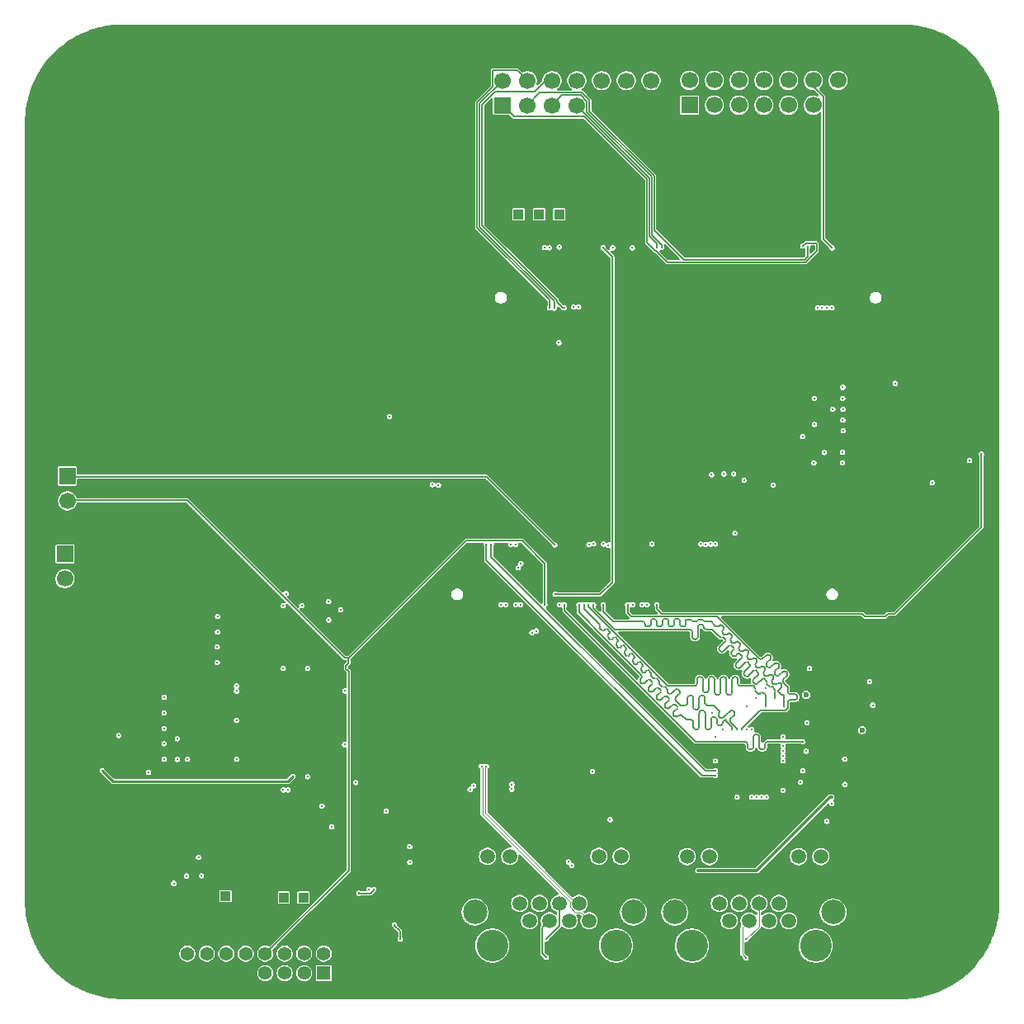
<source format=gbr>
%TF.GenerationSoftware,KiCad,Pcbnew,9.0.3*%
%TF.CreationDate,2025-08-07T10:54:00-07:00*%
%TF.ProjectId,imx8x_carrier_v2,696d7838-785f-4636-9172-726965725f76,A*%
%TF.SameCoordinates,Original*%
%TF.FileFunction,Copper,L4,Inr*%
%TF.FilePolarity,Positive*%
%FSLAX46Y46*%
G04 Gerber Fmt 4.6, Leading zero omitted, Abs format (unit mm)*
G04 Created by KiCad (PCBNEW 9.0.3) date 2025-08-07 10:54:00*
%MOMM*%
%LPD*%
G01*
G04 APERTURE LIST*
%TA.AperFunction,ComponentPad*%
%ADD10C,5.700000*%
%TD*%
%TA.AperFunction,ComponentPad*%
%ADD11C,3.250000*%
%TD*%
%TA.AperFunction,ComponentPad*%
%ADD12C,1.520000*%
%TD*%
%TA.AperFunction,ComponentPad*%
%ADD13C,2.500000*%
%TD*%
%TA.AperFunction,ComponentPad*%
%ADD14R,1.000000X1.000000*%
%TD*%
%TA.AperFunction,ComponentPad*%
%ADD15R,1.700000X1.700000*%
%TD*%
%TA.AperFunction,ComponentPad*%
%ADD16C,1.700000*%
%TD*%
%TA.AperFunction,ComponentPad*%
%ADD17R,1.400000X1.400000*%
%TD*%
%TA.AperFunction,ComponentPad*%
%ADD18C,1.400000*%
%TD*%
%TA.AperFunction,ComponentPad*%
%ADD19C,4.700000*%
%TD*%
%TA.AperFunction,ViaPad*%
%ADD20C,0.300000*%
%TD*%
%TA.AperFunction,ViaPad*%
%ADD21C,0.600000*%
%TD*%
%TA.AperFunction,Conductor*%
%ADD22C,0.150000*%
%TD*%
%TA.AperFunction,Conductor*%
%ADD23C,0.156500*%
%TD*%
%TA.AperFunction,Conductor*%
%ADD24C,0.124000*%
%TD*%
%TA.AperFunction,Conductor*%
%ADD25C,0.158200*%
%TD*%
%TA.AperFunction,Conductor*%
%ADD26C,0.300000*%
%TD*%
%TA.AperFunction,Conductor*%
%ADD27C,0.250000*%
%TD*%
G04 APERTURE END LIST*
D10*
%TO.N,GND*%
%TO.C,H4*%
X76840200Y-35628400D03*
%TD*%
%TO.N,GND*%
%TO.C,H3*%
X76840200Y-115628400D03*
%TD*%
%TO.N,GND*%
%TO.C,H2*%
X156840200Y-115628400D03*
%TD*%
%TO.N,GND*%
%TO.C,H1*%
X156840200Y-35628400D03*
%TD*%
D11*
%TO.N,*%
%TO.C,RJ1*%
X114790000Y-120140000D03*
X127490000Y-120140000D03*
D12*
%TO.N,X_ETH0_A_TX_P*%
X124720000Y-117600000D03*
%TO.N,X_ETH0_A_TX_N*%
X123700000Y-115820000D03*
%TO.N,X_ETH0_B_TX_P*%
X122680000Y-117600000D03*
%TO.N,X_ETH0_C_TXCLK_P*%
X121660000Y-115820000D03*
%TO.N,X_ETH0_C_TXCLK_N*%
X120640000Y-117600000D03*
%TO.N,X_ETH0_B_TX_N*%
X119620000Y-115820000D03*
%TO.N,X_ETH0_D_RXDV_P*%
X118600000Y-117600000D03*
%TO.N,X_ETH0_D_RXDV_N*%
X117580000Y-115820000D03*
%TO.N,Net-(RJ1-L-)*%
X128000000Y-111000000D03*
%TO.N,VCC_3V3_OUT*%
X125710000Y-111000000D03*
%TO.N,Net-(RJ1-R-)*%
X116570000Y-111000000D03*
%TO.N,VCC_3V3_OUT*%
X114280000Y-111000000D03*
D13*
%TO.N,GNDPWR*%
X113010000Y-116710000D03*
X129270000Y-116710000D03*
%TD*%
D14*
%TO.N,VCC_1V8_OUT*%
%TO.C,TP12*%
X119590200Y-45111600D03*
%TD*%
D15*
%TO.N,X_ADMA_UART2_RX*%
%TO.C,J3*%
X70940000Y-79960000D03*
D16*
%TO.N,X_ADMA_UART2_TX*%
X70940000Y-82500000D03*
%TO.N,GND*%
X70940000Y-85040000D03*
X70940000Y-87580000D03*
X70940000Y-90120000D03*
%TD*%
D11*
%TO.N,*%
%TO.C,RJ2*%
X135280001Y-120150001D03*
X147980001Y-120150001D03*
D12*
%TO.N,ETH1_A_TX_P*%
X145210001Y-117610001D03*
%TO.N,ETH1_A_TX_N*%
X144190001Y-115830001D03*
%TO.N,ETH1_B_TX_P*%
X143170001Y-117610001D03*
%TO.N,ETH1_C_TXCLK_P*%
X142150001Y-115830001D03*
%TO.N,ETH1_C_TXCLK_N*%
X141130001Y-117610001D03*
%TO.N,ETH1_B_TX_N*%
X140110001Y-115830001D03*
%TO.N,ETH1_D_RXDV_P*%
X139090001Y-117610001D03*
%TO.N,ETH1_D_RXDV_N*%
X138070001Y-115830001D03*
%TO.N,Net-(RJ2-L-)*%
X148490001Y-111010001D03*
%TO.N,VCC_3V3_OUT*%
X146200001Y-111010001D03*
%TO.N,Net-(RJ2-R-)*%
X137060001Y-111010001D03*
%TO.N,VCC_3V3_OUT*%
X134770001Y-111010001D03*
D13*
%TO.N,GNDPWR*%
X133500001Y-116720001D03*
X149760001Y-116720001D03*
%TD*%
D17*
%TO.N,VCC_3V3*%
%TO.C,CN1*%
X97490000Y-122980000D03*
D18*
%TO.N,Net-(CN1-Pad2)*%
X97490000Y-120980000D03*
%TO.N,VCC_3V3*%
X95490000Y-122980000D03*
%TO.N,Net-(CN1-Pad4)*%
X95490000Y-120980000D03*
%TO.N,VCC_3V3*%
X93490000Y-122980000D03*
%TO.N,X_ADMA_I2C3_SDA*%
X93490000Y-120980000D03*
%TO.N,VCC_3V3*%
X91490000Y-122980000D03*
%TO.N,X_ADMA_I2C3_SCL*%
X91490000Y-120980000D03*
%TO.N,GND*%
X89490000Y-122980000D03*
%TO.N,Net-(CN1-Pad10)*%
X89490000Y-120980000D03*
%TO.N,GND*%
X87490000Y-122980000D03*
%TO.N,X_LSIO_GPIO1_IO10*%
X87490000Y-120980000D03*
%TO.N,GND*%
X85490000Y-122980000D03*
%TO.N,X_LSIO_GPIO1_IO09*%
X85490000Y-120980000D03*
%TO.N,GND*%
X83490000Y-122980000D03*
%TO.N,X_SCU_WDOG0_WDOG_OUT*%
X83490000Y-120980000D03*
%TD*%
D15*
%TO.N,X_ADMA_I2C3_SDA*%
%TO.C,J7*%
X71190000Y-71975000D03*
D16*
%TO.N,X_ADMA_I2C3_SCL*%
X71190000Y-74515000D03*
%TD*%
D19*
%TO.N,GND*%
%TO.C,H6*%
X154052300Y-83866000D03*
%TD*%
D14*
%TO.N,Net-(CN1-Pad4)*%
%TO.C,TP10*%
X93404200Y-115227800D03*
%TD*%
%TO.N,X_SCU_WDOG0_WDOG_OUT*%
%TO.C,TP8*%
X121660000Y-45110000D03*
%TD*%
%TO.N,VCC_3V3_OUT*%
%TO.C,TP7*%
X117485000Y-45110000D03*
%TD*%
%TO.N,Net-(CN1-Pad2)*%
%TO.C,TP9*%
X95410800Y-115227800D03*
%TD*%
D16*
%TO.N,X_LSIO_GPIO1_IO12*%
%TO.C,J2*%
X115840000Y-31390000D03*
D15*
%TO.N,X_LSIO_GPIO1_IO25*%
X115840000Y-33930000D03*
D16*
%TO.N,X_LSIO_GPIO1_IO13*%
X118380000Y-31390000D03*
%TO.N,X_LSIO_GPIO1_IO26*%
X118380000Y-33930000D03*
%TO.N,X_LSIO_GPIO1_IO14*%
X120920000Y-31390000D03*
%TO.N,X_LSIO_GPIO1_IO29*%
X120920000Y-33930000D03*
%TO.N,X_LSO_GPIO1_IO17*%
X123460000Y-31390000D03*
%TO.N,X_LSIO_GPIO1_IO30*%
X123460000Y-33930000D03*
%TO.N,X_LSO_GPIO1_IO18*%
X126000000Y-31390000D03*
%TO.N,GND*%
X126000000Y-33930000D03*
%TO.N,X_LSO_GPIO1_IO19*%
X128540000Y-31390000D03*
%TO.N,GND*%
X128540000Y-33930000D03*
%TO.N,X_LSO_GPIO1_IO20*%
X131080000Y-31390000D03*
%TO.N,GND*%
X131080000Y-33930000D03*
%TD*%
D19*
%TO.N,GND*%
%TO.C,H5*%
X110040000Y-49860000D03*
%TD*%
D16*
%TO.N,X_ADMA_SPI2_CS0*%
%TO.C,J5*%
X135030000Y-31370000D03*
D15*
%TO.N,X_LSIO_QSPI0B_DATA3*%
X135030000Y-33910000D03*
D16*
%TO.N,X_ADMA_SPI2_CS1*%
X137570000Y-31370000D03*
%TO.N,X_LSIO_QSPI0B_DATA2*%
X137570000Y-33910000D03*
%TO.N,X_ADMA_SPI2_SCK*%
X140110000Y-31370000D03*
%TO.N,X_LSIO_QSPI0B_DATA1*%
X140110000Y-33910000D03*
%TO.N,X_ADMA_SPI2_SDI*%
X142650000Y-31370000D03*
%TO.N,X_LSIO_QSPI0B_DATA0*%
X142650000Y-33910000D03*
%TO.N,X_ADMA_SPI2_SDO*%
X145190000Y-31370000D03*
%TO.N,X_LSIO_QSPI0B_DQS*%
X145190000Y-33910000D03*
%TO.N,X_LSIO_QSPIOB_SS0_B*%
X147730000Y-31370000D03*
%TO.N,X_LSIO_QSPI0B_SCLK*%
X147730000Y-33910000D03*
%TO.N,X_LSIO_QSPIOB_SS1_B*%
X150270000Y-31370000D03*
%TO.N,GND*%
X150270000Y-33910000D03*
%TD*%
D14*
%TO.N,Net-(CN1-Pad10)*%
%TO.C,TP11*%
X87426400Y-115074800D03*
%TD*%
D20*
%TO.N,Net-(Card1-CD{slash}DAT3)*%
X150750000Y-64000000D03*
%TO.N,GND*%
X82520000Y-95830000D03*
X122190000Y-78990000D03*
X133680000Y-85162000D03*
X135150000Y-48540000D03*
X165760000Y-59300000D03*
X103720000Y-113810000D03*
X86820000Y-109860000D03*
X134395003Y-90410738D03*
X103250000Y-111080000D03*
X128642505Y-102674835D03*
X105170000Y-97780000D03*
X85030000Y-91070000D03*
X88440000Y-92080000D03*
X84950000Y-114540000D03*
D21*
X131390000Y-115185000D03*
D20*
X150950000Y-68420000D03*
X106050000Y-115240000D03*
X144690000Y-79000000D03*
X106630000Y-119500000D03*
X147640000Y-48530000D03*
X132650000Y-48550000D03*
X124970001Y-107220001D03*
X150820000Y-72010000D03*
X100340000Y-69600000D03*
X97340000Y-102820000D03*
X110180000Y-105690000D03*
X92340000Y-102810000D03*
X95300000Y-105760000D03*
X135140000Y-54730000D03*
X86780000Y-112980000D03*
X165980000Y-61300000D03*
X94590000Y-87840000D03*
X147000003Y-101167335D03*
X118500000Y-56730000D03*
X129680000Y-85162000D03*
X150150000Y-48550000D03*
X120330001Y-120400000D03*
X132640000Y-54750000D03*
X105170000Y-96740000D03*
X96350000Y-105810000D03*
X150870000Y-59370000D03*
X96840000Y-91730000D03*
X79570000Y-97860000D03*
X154130000Y-65400000D03*
X143680000Y-85162000D03*
X79720000Y-104870000D03*
X147650003Y-105568137D03*
X130140000Y-48540000D03*
X115180000Y-78990000D03*
X95340000Y-102770000D03*
X118180000Y-85162000D03*
X140340000Y-47110000D03*
X82510000Y-92390000D03*
X107870000Y-109980000D03*
X121590000Y-56690000D03*
X150150000Y-54740000D03*
X79570000Y-94660000D03*
X107860000Y-111570000D03*
X148170003Y-95052335D03*
X147190000Y-78980000D03*
X128180000Y-85162000D03*
X120140000Y-54720000D03*
X152470000Y-72720000D03*
X99640000Y-97020000D03*
X92500000Y-87840000D03*
X83400000Y-114540000D03*
X100180000Y-91590000D03*
X116680000Y-85162000D03*
X146600000Y-77510000D03*
X137640000Y-48560000D03*
X123640000Y-48550000D03*
X141140000Y-54730000D03*
X92120000Y-110570000D03*
X149525003Y-92237335D03*
X102280000Y-122170000D03*
X94840000Y-102770000D03*
X105170000Y-92570000D03*
X132180000Y-85162000D03*
X128640000Y-48540000D03*
X140140000Y-48540000D03*
X105170000Y-93600000D03*
X122640000Y-54710000D03*
X93330000Y-85900000D03*
X93530000Y-87820000D03*
X85030000Y-87960000D03*
X154110000Y-66900000D03*
X132840000Y-47120000D03*
X90340000Y-102820000D03*
X113180000Y-85162000D03*
X100780000Y-102070000D03*
X116940000Y-56720000D03*
X82490000Y-96840000D03*
X127640000Y-54710000D03*
X135450000Y-47100000D03*
X145180000Y-85162000D03*
X100350000Y-64970000D03*
X88350000Y-113000000D03*
X135180000Y-85162000D03*
X104500000Y-122160000D03*
D21*
X141160003Y-101447335D03*
D20*
X145180000Y-120450000D03*
X146460000Y-107030000D03*
X121180000Y-85162000D03*
X76290000Y-102170000D03*
X139180000Y-85162000D03*
X82520000Y-93440000D03*
X85020000Y-86380000D03*
X76290000Y-100660000D03*
X105170000Y-98820000D03*
X88440000Y-91040000D03*
X142840000Y-47100000D03*
X82530000Y-94490000D03*
X130360000Y-56210000D03*
X140829999Y-120459999D03*
X140680000Y-85162000D03*
X125680000Y-85162000D03*
X142640000Y-48550000D03*
X130180000Y-78990000D03*
X124640000Y-54700000D03*
X125690000Y-79000000D03*
X117680000Y-78990000D03*
X138310003Y-107057335D03*
X82460000Y-97880000D03*
X102860000Y-119870000D03*
X88540000Y-94520000D03*
X145140000Y-48540000D03*
X79560000Y-96250000D03*
X124680000Y-120400000D03*
X79570000Y-99440000D03*
X123180000Y-85162000D03*
X138190000Y-78990000D03*
X148210000Y-67900000D03*
X149050003Y-103607335D03*
X121140000Y-48560000D03*
X105160000Y-94650000D03*
X107790000Y-119880000D03*
X90840000Y-91710000D03*
X125640000Y-48540000D03*
X105180000Y-95690000D03*
X91480000Y-87840000D03*
X132290003Y-103087335D03*
X103250000Y-109440000D03*
X130140000Y-54740000D03*
X135690000Y-78980000D03*
X132850000Y-56210000D03*
X132680000Y-78970000D03*
X97360000Y-84850000D03*
X157810000Y-99250000D03*
X127850000Y-56220000D03*
X105170000Y-99860000D03*
X138180000Y-85162000D03*
X136680000Y-85162000D03*
X143640000Y-54720000D03*
X165730000Y-72570000D03*
X105170000Y-100910000D03*
X146680000Y-85150000D03*
X79570000Y-101000000D03*
X128180000Y-78990000D03*
X142180000Y-85162000D03*
X99160000Y-87840000D03*
X90440000Y-112750000D03*
X142190000Y-79000000D03*
X125560000Y-58160000D03*
X147140000Y-54730000D03*
X137850000Y-47100000D03*
X120090000Y-56710000D03*
X100780000Y-104480000D03*
X136650000Y-57160000D03*
X108290000Y-122170000D03*
X138910003Y-90387334D03*
X137140000Y-54710000D03*
X106180000Y-122160000D03*
X120180000Y-79000000D03*
X85030000Y-89500000D03*
X113180000Y-78990000D03*
X98100000Y-87820000D03*
X146930000Y-66170000D03*
X95710000Y-113140000D03*
X145680000Y-78980000D03*
X80830000Y-111030000D03*
X138640000Y-54710000D03*
X115390000Y-56720000D03*
%TO.N,Net-(Card1-VDD)*%
X150760000Y-66220000D03*
%TO.N,X_CONN_USDHC1_CD_B*%
X159930000Y-72650000D03*
%TO.N,Net-(Card1-CMD)*%
X150770000Y-65110000D03*
%TO.N,Net-(Card1-DAT0)*%
X150730000Y-69520000D03*
%TO.N,X_CONN_USDHC1_CLK*%
X138560000Y-71750000D03*
X150790000Y-67320000D03*
%TO.N,Net-(Card1-DAT2)*%
X150760000Y-62870000D03*
%TO.N,Net-(Card1-DAT1)*%
X150720000Y-70590000D03*
%TO.N,VCC_3V3*%
X121630000Y-58280000D03*
X156120000Y-62450000D03*
%TO.N,X_SCU_WDOG0_WDOG_OUT*%
X121660000Y-48470000D03*
%TO.N,X_ADMA_SPI2_CS1*%
X131170000Y-78940000D03*
%TO.N,VDD_ETH_1V0*%
X141410003Y-104917335D03*
X137690003Y-98697335D03*
X137380003Y-96267334D03*
X141410003Y-97977335D03*
D21*
X147010003Y-94417335D03*
D20*
X144630003Y-101197335D03*
X125062231Y-102249775D03*
%TO.N,VCC_ENET_2V5*%
X144630003Y-100697335D03*
D21*
X152718669Y-98028669D03*
D20*
X139910003Y-104917335D03*
X142910003Y-104917335D03*
X140910003Y-97977335D03*
X126870001Y-107220001D03*
X137690003Y-101197335D03*
%TO.N,3V3_FTDI*%
X99650000Y-94020000D03*
X106310000Y-110000000D03*
X81130000Y-94660000D03*
X82100000Y-113760000D03*
X81110000Y-96270000D03*
X83410000Y-113000000D03*
X98320000Y-107950000D03*
X83530000Y-101030000D03*
X88540000Y-94030000D03*
X84950000Y-112990000D03*
X97330000Y-105810000D03*
X93350000Y-91710000D03*
X103900000Y-106340000D03*
X84640000Y-111080000D03*
X81110000Y-97860000D03*
X106320000Y-111590000D03*
X76450000Y-98580000D03*
X88540000Y-97030000D03*
X81120000Y-101010000D03*
X81110000Y-99440000D03*
X100780000Y-103410000D03*
X99630000Y-99520000D03*
X82480000Y-101050000D03*
X82460000Y-98920000D03*
%TO.N,1V8_FTDI*%
X86590000Y-87970000D03*
X86590000Y-86380000D03*
X95840000Y-91710000D03*
X88550000Y-93520000D03*
X95840000Y-102820000D03*
X86580000Y-89500000D03*
X86580000Y-91090000D03*
X88540000Y-101030000D03*
%TO.N,X_ADMA_I2C3_SDA*%
X121190000Y-79030000D03*
%TO.N,X_ADMA_I2C3_SCL*%
X120180000Y-85162000D03*
%TO.N,X_LSO_GPIO1_IO20*%
X125190000Y-78930000D03*
%TO.N,X_ETH_GPIO1*%
X144630003Y-100197335D03*
X118850000Y-88030000D03*
X117440000Y-81390000D03*
%TO.N,X_LSO_GPIO1_IO17*%
X126700000Y-79050000D03*
%TO.N,X_CONN_ENET1_TXD1*%
X123680000Y-85162000D03*
X139410000Y-97970000D03*
%TO.N,X_CONN_ENET1_RXD3*%
X126180000Y-85162000D03*
X144710003Y-95607335D03*
%TO.N,X_CONN_ENET1_RXD2*%
X125180000Y-85162000D03*
X143810000Y-94765535D03*
%TO.N,X_ADMA_UART2_TX*%
X109270000Y-72900000D03*
%TO.N,X_ADMA_SPI2_SDO*%
X136170000Y-78950000D03*
%TO.N,X_CONN_ENET1_RXD0*%
X141870000Y-94777336D03*
%TO.N,X_ADMA_SPI2_CS0*%
X137680000Y-78940000D03*
%TO.N,X_CONN_ETH0_MDIO*%
X114680000Y-78990000D03*
X137690003Y-102197335D03*
%TO.N,X_ETH0_LED0*%
X117180000Y-78990000D03*
%TO.N,X_ETH_GPIO0*%
X117730000Y-80930000D03*
X119291029Y-87853588D03*
X144630003Y-99697335D03*
%TO.N,X_ADMA_SPI2_SDI*%
X136700000Y-78990000D03*
%TO.N,X_CONN_ENET1_TXD0*%
X139910000Y-97960000D03*
X124180000Y-85162000D03*
%TO.N,X_BOOT_MODE2*%
X130680000Y-85162000D03*
%TO.N,X_CONN_ENET1_TXD2*%
X129180000Y-85162000D03*
%TO.N,X_CONN_ENET1_RXC*%
X140930003Y-95627336D03*
%TO.N,X_CONN_ENET1_TXC*%
X140410003Y-97977335D03*
X128680000Y-85162000D03*
%TO.N,X_BOOT_MODE3*%
X130180000Y-85162000D03*
%TO.N,VCC_LDO_SD1*%
X139680000Y-77830000D03*
X147850000Y-66670000D03*
X147850000Y-64000000D03*
X147790000Y-70620000D03*
%TO.N,X_LSO_GPIO1_IO18*%
X126190000Y-78950000D03*
%TO.N,X_ADMA_UART2_RX*%
X108650000Y-72850000D03*
%TO.N,X_CONN_ETH0_MDC*%
X137690003Y-102697335D03*
X114180000Y-78990000D03*
%TO.N,X_CONN_ENET1_RXD1*%
X142830003Y-95617335D03*
X124680000Y-85162000D03*
%TO.N,X_ADMA_SPI2_SCK*%
X137200000Y-78940000D03*
%TO.N,X_CONN_ENET1_TXD3*%
X138410003Y-97977335D03*
%TO.N,X_BOOT_MODE0*%
X164980000Y-69710000D03*
X131680000Y-85162000D03*
%TO.N,X_ETH0_LED1*%
X116680000Y-78990000D03*
%TO.N,X_CONN_ENET1_REFCLK*%
X121680000Y-85162000D03*
%TO.N,X_LSO_GPIO1_IO19*%
X124700000Y-79010000D03*
%TO.N,X_CONN_ENET1_TX_CTL*%
X144630003Y-98697335D03*
%TO.N,X_CONN_ENET1_RX_CTL*%
X122180000Y-85162000D03*
X146630002Y-99227335D03*
%TO.N,X_LSIO_GPIO1_IO30*%
X131660000Y-48520000D03*
%TO.N,X_LSIO_GPIO1_IO13*%
X120660000Y-54720000D03*
%TO.N,X_LSIO_QSPI0B_DATA3*%
X148150000Y-54710000D03*
%TO.N,X_LSIO_GPIO1_IO29*%
X132160000Y-48510000D03*
%TO.N,X_LSIO_GPIO1_IO09*%
X123650000Y-54620000D03*
%TO.N,X_LSIO_QSPI0B_DATA1*%
X149120000Y-54700000D03*
%TO.N,X_LSIO_GPIO1_IO25*%
X146660000Y-48370000D03*
%TO.N,VCC_SCU_1V8*%
X129150000Y-48560000D03*
X163760000Y-70360000D03*
%TO.N,X_LSIO_GPIO1_IO26*%
X147150000Y-48470000D03*
%TO.N,X_LSIO_GPIO1_IO14*%
X122160000Y-54700000D03*
%TO.N,VCC_1V8_OUT*%
X93630000Y-84040000D03*
X149111803Y-107388337D03*
X93340000Y-85270000D03*
X150950003Y-101007335D03*
X99230000Y-85690000D03*
X147340000Y-91707335D03*
X147080003Y-97267336D03*
X146418406Y-103368338D03*
X98010000Y-84850000D03*
X120650000Y-48550000D03*
X142850000Y-93757336D03*
X149630003Y-105568137D03*
X147000004Y-100197335D03*
%TO.N,X_LSIO_QSPIOB_SS0_B*%
X149650000Y-48550000D03*
%TO.N,VCC_3V3_OUT*%
X120150000Y-48530000D03*
X79510000Y-102380000D03*
X98010000Y-86740000D03*
X153820000Y-95470000D03*
X95240000Y-85250000D03*
X153496602Y-93050538D03*
X146630000Y-67910000D03*
X146650002Y-102207335D03*
X104240000Y-65850000D03*
%TO.N,X_LSIO_GPIO1_IO12*%
X121140000Y-54730000D03*
%TO.N,X_POR_B_1V8*%
X150950003Y-103607335D03*
X127140000Y-48550000D03*
%TO.N,X_LSIO_QSPI0B_DATA0*%
X149650000Y-54700000D03*
%TO.N,X_LSIO_GPIO1_IO10*%
X123130000Y-54620000D03*
%TO.N,X_LSIO_QSPI0B_DATA2*%
X148644997Y-54700000D03*
%TO.N,X_PGOOD*%
X121220000Y-84090000D03*
X126150000Y-48530000D03*
%TO.N,Net-(Q1-D)*%
X144630003Y-104197335D03*
%TO.N,ETH1_B_TX_P*%
X142410003Y-104917335D03*
%TO.N,ETH1_C_TXCLK_P*%
X140829999Y-119509999D03*
%TO.N,/Debug USB - UART/DEBUG_USB_DP*%
X104758400Y-118000000D03*
X105340000Y-119490000D03*
X102621600Y-114380000D03*
X93841600Y-104167267D03*
X101090000Y-114770000D03*
%TO.N,ETH1_LED1*%
X135870001Y-112460001D03*
X149630003Y-104918137D03*
%TO.N,Net-(U4-VPLL)*%
X94350000Y-102760000D03*
X74760000Y-102190000D03*
%TO.N,X_CONN_USDHC1_CMD*%
X137290000Y-71830000D03*
X149730000Y-65100000D03*
%TO.N,X_CONN_USDHC1_DATA0*%
X148860000Y-69540000D03*
X139560000Y-71750000D03*
%TO.N,X_CONN_USDHC1_DATA1*%
X143600000Y-72890000D03*
X140630000Y-72400000D03*
%TO.N,ETH1_C_TXCLK_N*%
X140829999Y-121409999D03*
%TO.N,ETH1_B_TX_N*%
X141910003Y-104917335D03*
%TO.N,/Debug USB - UART/DEBUG_USB_DN*%
X102118400Y-114380000D03*
X93338400Y-104167267D03*
%TO.N,X_ETH0_B_TX_N*%
X112512092Y-104117908D03*
%TO.N,X_ETH0_C_TXCLK_N*%
X116180000Y-85162000D03*
X122592092Y-111552092D03*
X120330001Y-121350000D03*
%TO.N,X_ETH0_C_TXCLK_P*%
X115680000Y-85162000D03*
X120330001Y-119450000D03*
X122947908Y-111907908D03*
%TO.N,X_ETH0_B_TX_P*%
X112867908Y-103762092D03*
%TO.N,X_ETH0_A_TX_P*%
X113678400Y-101750000D03*
%TO.N,X_ETH0_D_RXDV_N*%
X117680000Y-85162000D03*
X116790000Y-104101600D03*
%TO.N,X_ETH0_D_RXDV_P*%
X117180000Y-85162000D03*
X116790000Y-103598400D03*
%TO.N,X_ETH0_A_TX_N*%
X114181600Y-101750000D03*
%TD*%
D22*
%TO.N,X_ADMA_I2C3_SDA*%
X114200000Y-72040000D02*
X71200000Y-72040000D01*
X121190000Y-79030000D02*
X114200000Y-72040000D01*
%TO.N,X_ADMA_I2C3_SCL*%
X100030000Y-90680000D02*
X100095000Y-90615000D01*
X100013900Y-91189000D02*
X100030000Y-91189000D01*
X99779000Y-91756100D02*
X99779000Y-91423900D01*
X99635000Y-90615000D02*
X83480000Y-74460000D01*
X100051000Y-112419000D02*
X100051000Y-91991000D01*
X113346100Y-78589000D02*
X117846100Y-78589000D01*
X100095000Y-90615000D02*
X112121000Y-78589000D01*
X91490000Y-120980000D02*
X100051000Y-112419000D01*
X120180000Y-80922900D02*
X120180000Y-85160000D01*
X117846100Y-78589000D02*
X120180000Y-80922900D01*
X100051000Y-91991000D02*
X100013900Y-91991000D01*
X99779000Y-91423900D02*
X100013900Y-91189000D01*
X112121000Y-78589000D02*
X113340000Y-78589000D01*
X100030000Y-91189000D02*
X100030000Y-90680000D01*
X100095000Y-90615000D02*
X99635000Y-90615000D01*
X100013900Y-91991000D02*
X99779000Y-91756100D01*
X83480000Y-74460000D02*
X71180000Y-74460000D01*
%TO.N,X_CONN_ENET1_TXD1*%
X136029769Y-97230000D02*
X136029769Y-97722533D01*
X130072570Y-92372571D02*
X129987719Y-92287719D01*
X131939342Y-94239342D02*
X132050694Y-94127989D01*
X139410003Y-97730234D02*
X138873455Y-97193686D01*
X132637601Y-95747268D02*
X132552745Y-95662412D01*
X132552746Y-95323002D02*
X132787872Y-95087873D01*
X126317134Y-88617134D02*
X123680000Y-85980000D01*
X131704189Y-94474493D02*
X131939339Y-94239340D01*
X130855693Y-93625922D02*
X131090808Y-93390808D01*
X138189769Y-97562533D02*
X138069769Y-97562533D01*
X134690000Y-96990000D02*
X134230380Y-96530380D01*
X132787875Y-95087875D02*
X132899237Y-94976512D01*
X129987719Y-92287719D02*
X126317134Y-88617134D01*
X133486152Y-96595784D02*
X133401297Y-96510929D01*
X132787872Y-95087873D02*
X132787875Y-95087875D01*
X131515074Y-93815074D02*
X131515076Y-93815076D01*
X132474970Y-94552245D02*
X132363607Y-94663607D01*
X136989769Y-97962533D02*
X136869769Y-97962533D01*
X135429769Y-97722533D02*
X135429769Y-97230000D01*
X132899237Y-94753787D02*
X132697695Y-94552245D01*
X131939339Y-94239340D02*
X131939342Y-94239342D01*
X132363607Y-94663607D02*
X132363609Y-94663609D01*
X136029769Y-96257467D02*
X136029769Y-96990000D01*
X131626427Y-93703722D02*
X131515074Y-93815074D01*
X133323519Y-95400762D02*
X133212140Y-95512140D01*
X139410003Y-97977335D02*
X139410003Y-97730234D01*
X138429769Y-97230000D02*
X138429769Y-97322533D01*
X132050694Y-93905284D02*
X131849132Y-93703722D01*
X130007122Y-92777431D02*
X130072571Y-92711983D01*
X123680000Y-85980000D02*
X123680000Y-85162000D01*
X131202188Y-93056671D02*
X131000680Y-92855163D01*
X132363609Y-94663609D02*
X132128456Y-94898759D01*
X130666541Y-92966542D02*
X130666543Y-92966543D01*
X138873455Y-97193686D02*
X138669769Y-96990000D01*
X133466700Y-96106111D02*
X133636406Y-95936405D01*
X130666543Y-92966543D02*
X130496836Y-93136247D01*
X130496836Y-93136247D02*
X130431387Y-93201696D01*
X137229769Y-96990000D02*
X137229769Y-97722533D01*
X131789044Y-94898759D02*
X131704188Y-94813903D01*
X136389769Y-96017467D02*
X136269769Y-96017467D01*
X133401297Y-96171517D02*
X133466700Y-96106111D01*
X133747786Y-95602272D02*
X133546276Y-95400762D01*
X136629769Y-97722533D02*
X136629769Y-96990000D01*
X130777921Y-92855163D02*
X130666541Y-92966542D01*
X136629769Y-96990000D02*
X136629769Y-96257467D01*
X131090809Y-93390809D02*
X131202188Y-93279429D01*
X135789769Y-97962533D02*
X135669769Y-97962533D01*
X133212142Y-95512142D02*
X132977013Y-95747268D01*
X135069769Y-96990000D02*
X134690000Y-96990000D01*
X131515076Y-93815076D02*
X131279960Y-94050189D01*
X137829769Y-97230000D02*
X137829769Y-96990000D01*
X133890968Y-96530380D02*
X133825562Y-96595783D01*
X133212140Y-95512140D02*
X133212142Y-95512142D01*
X130091977Y-93201697D02*
X130007123Y-93116843D01*
X133636408Y-95936408D02*
X133747786Y-95825029D01*
X133636406Y-95936405D02*
X133636408Y-95936408D01*
X137229769Y-96857530D02*
X137229769Y-96990000D01*
X135189769Y-96990000D02*
X135069769Y-96990000D01*
X137697299Y-96725060D02*
X137362239Y-96725060D01*
X131090808Y-93390808D02*
X131090809Y-93390809D01*
X137829769Y-97322533D02*
X137829769Y-97230000D01*
X137829769Y-96990000D02*
X137829769Y-96857530D01*
X130940550Y-94050190D02*
X130855694Y-93965334D01*
X136029769Y-96990000D02*
X136029769Y-97230000D01*
X133401297Y-96510929D02*
G75*
G02*
X133401274Y-96171494I169703J169729D01*
G01*
X137362239Y-96725060D02*
G75*
G03*
X137229760Y-96857530I-39J-132440D01*
G01*
X136629769Y-96257467D02*
G75*
G03*
X136389769Y-96017531I-239969J-33D01*
G01*
X135669769Y-97962533D02*
G75*
G02*
X135429767Y-97722533I31J240033D01*
G01*
X136269769Y-96017467D02*
G75*
G03*
X136029767Y-96257467I31J-240033D01*
G01*
X132128456Y-94898759D02*
G75*
G02*
X131789044Y-94898759I-169706J169701D01*
G01*
X138669769Y-96990000D02*
G75*
G03*
X138429800Y-97230000I31J-240000D01*
G01*
X136869769Y-97962533D02*
G75*
G02*
X136629767Y-97722533I31J240033D01*
G01*
X131000680Y-92855163D02*
G75*
G03*
X130777920Y-92855162I-111380J-111379D01*
G01*
X132697695Y-94552245D02*
G75*
G03*
X132474971Y-94552245I-111362J-111362D01*
G01*
X134230380Y-96530380D02*
G75*
G03*
X133890968Y-96530380I-169706J-169701D01*
G01*
X133747786Y-95825029D02*
G75*
G03*
X133747737Y-95602322I-111386J111329D01*
G01*
X131202188Y-93279429D02*
G75*
G03*
X131202138Y-93056721I-111388J111329D01*
G01*
X131279960Y-94050189D02*
G75*
G02*
X130940596Y-94050145I-169660J169689D01*
G01*
X132050694Y-94127989D02*
G75*
G03*
X132050731Y-93905248I-111394J111389D01*
G01*
X136029769Y-97722533D02*
G75*
G02*
X135789769Y-97962469I-239969J33D01*
G01*
X130072571Y-92711983D02*
G75*
G03*
X130072548Y-92372594I-169671J169683D01*
G01*
X130431387Y-93201696D02*
G75*
G02*
X130091996Y-93201679I-169687J169696D01*
G01*
X132552745Y-95662412D02*
G75*
G02*
X132552739Y-95322994I169655J169712D01*
G01*
X138429769Y-97322533D02*
G75*
G02*
X138189769Y-97562469I-239969J33D01*
G01*
X138069769Y-97562533D02*
G75*
G02*
X137829767Y-97322533I31J240033D01*
G01*
X131704188Y-94813903D02*
G75*
G02*
X131704190Y-94474494I169712J169703D01*
G01*
X130855694Y-93965334D02*
G75*
G02*
X130855665Y-93625895I169706J169734D01*
G01*
X135429769Y-97230000D02*
G75*
G03*
X135189769Y-96990031I-239969J0D01*
G01*
X133546276Y-95400762D02*
G75*
G03*
X133323518Y-95400761I-111379J-111377D01*
G01*
X132977013Y-95747268D02*
G75*
G02*
X132637601Y-95747268I-169706J169701D01*
G01*
X131849132Y-93703722D02*
G75*
G03*
X131626428Y-93703722I-111352J-111352D01*
G01*
X133825562Y-96595783D02*
G75*
G02*
X133486196Y-96595741I-169662J169683D01*
G01*
X137229769Y-97722533D02*
G75*
G02*
X136989769Y-97962469I-239969J33D01*
G01*
X132899237Y-94976512D02*
G75*
G03*
X132899287Y-94753737I-111337J111412D01*
G01*
X137829769Y-96857530D02*
G75*
G03*
X137697299Y-96725031I-132469J30D01*
G01*
X130007123Y-93116843D02*
G75*
G02*
X130007085Y-92777394I169677J169743D01*
G01*
%TO.N,X_CONN_ENET1_RXD3*%
X131645000Y-86890000D02*
X131645000Y-86777000D01*
X144420893Y-93339745D02*
X144336039Y-93254891D01*
X142772525Y-92442525D02*
X142687673Y-92357673D01*
X136353050Y-86673050D02*
X135970000Y-86673050D01*
X141923996Y-91593996D02*
X141839144Y-91509144D01*
X137596499Y-87266499D02*
X137220000Y-86890000D01*
X140602496Y-89860792D02*
X140566349Y-89896938D01*
X133445000Y-86777000D02*
X133445000Y-86890000D01*
X138445028Y-87775616D02*
X138481187Y-87739456D01*
X144215025Y-93885025D02*
X144384730Y-93715319D01*
X130445000Y-87181157D02*
X130445000Y-87130000D01*
X137220000Y-86890000D02*
X136570000Y-86890000D01*
X131645000Y-87181148D02*
X131645000Y-86890000D01*
X133445000Y-86890000D02*
X133445000Y-87181149D01*
X140226938Y-89896938D02*
X140142086Y-89812086D01*
X141839144Y-91169732D02*
X141875319Y-91133556D01*
X132245000Y-86890000D02*
X132245000Y-87181148D01*
X144215022Y-93885024D02*
X144215025Y-93885025D01*
X140178229Y-89097119D02*
X140093376Y-89012266D01*
X138056922Y-87315192D02*
X138020762Y-87351351D01*
X134645000Y-86778892D02*
X134645000Y-86890000D01*
X130205000Y-86890000D02*
X130085000Y-86890000D01*
X131045000Y-86890000D02*
X131045000Y-87130000D01*
X142299551Y-91557853D02*
X142263407Y-91593996D01*
X138481187Y-87400045D02*
X138396334Y-87315192D01*
X144710003Y-94580816D02*
X144710003Y-94380003D01*
X139329745Y-88248545D02*
X139244892Y-88163692D01*
X143572345Y-92491235D02*
X143487492Y-92406382D01*
X137681351Y-87351351D02*
X137596499Y-87266499D01*
X138529880Y-88199880D02*
X138445028Y-88115028D01*
X135753050Y-86890000D02*
X135370000Y-86890000D01*
X135147784Y-86667784D02*
X134756108Y-86667784D01*
X133205000Y-87421149D02*
X133085000Y-87421149D01*
X142723816Y-91642706D02*
X142638963Y-91557853D01*
X138905480Y-88163692D02*
X138869291Y-88199880D01*
X141451054Y-90709292D02*
X141414878Y-90745467D01*
X139753964Y-89012266D02*
X139717820Y-89048409D01*
X132845000Y-86890000D02*
X132845000Y-86777000D01*
X132732000Y-86664000D02*
X132358000Y-86664000D01*
X134405000Y-87421151D02*
X134285000Y-87421151D01*
X126180000Y-85860000D02*
X126180000Y-85162000D01*
X132845000Y-87181149D02*
X132845000Y-86890000D01*
X133932000Y-86664000D02*
X133558000Y-86664000D01*
X139293557Y-88624145D02*
X139329745Y-88587956D01*
X140990615Y-90321203D02*
X141026761Y-90285056D01*
X131532000Y-86664000D02*
X131158000Y-86664000D01*
X144144311Y-93955734D02*
X144215022Y-93885024D01*
X143536201Y-93206201D02*
X143536202Y-93206202D01*
X140142086Y-89472674D02*
X140178229Y-89436530D01*
X144427159Y-94380003D02*
X144144312Y-94097156D01*
X132005000Y-87421148D02*
X131885000Y-87421148D01*
X141026761Y-89945645D02*
X140941908Y-89860792D01*
X143536202Y-92866790D02*
X143572345Y-92830646D01*
X131045000Y-86777000D02*
X131045000Y-86890000D01*
X143621053Y-93291053D02*
X143536201Y-93206201D01*
X141875319Y-90794145D02*
X141790466Y-90709292D01*
X134045000Y-86890000D02*
X134045000Y-86777000D01*
X141075467Y-90745467D02*
X140990615Y-90660615D01*
X134645000Y-86890000D02*
X134645000Y-87181151D01*
X132245000Y-86777000D02*
X132245000Y-86890000D01*
X130085000Y-86890000D02*
X127210000Y-86890000D01*
X126232857Y-85912857D02*
X126180000Y-85860000D01*
X142687673Y-92018261D02*
X142723816Y-91982117D01*
X143996628Y-93254891D02*
X143960465Y-93291053D01*
X134045000Y-87181151D02*
X134045000Y-86890000D01*
X127210000Y-86890000D02*
X126232857Y-85912857D01*
X144384730Y-93715319D02*
X144420893Y-93679156D01*
X130805000Y-87421157D02*
X130685000Y-87421157D01*
X143148080Y-92406382D02*
X143111936Y-92442525D01*
X131045000Y-87130000D02*
X131045000Y-87181157D01*
X139378409Y-89048409D02*
X139293557Y-88963557D01*
X144710003Y-95607335D02*
X144710003Y-94580816D01*
X140941908Y-89860792D02*
G75*
G03*
X140602496Y-89860792I-169706J-169704D01*
G01*
X138445028Y-88115028D02*
G75*
G02*
X138445006Y-87775594I169672J169728D01*
G01*
X142263407Y-91593996D02*
G75*
G02*
X141923997Y-91593996I-169705J169703D01*
G01*
X136461525Y-86781525D02*
G75*
G03*
X136353050Y-86672975I-108525J25D01*
G01*
X134756108Y-86667784D02*
G75*
G03*
X134644984Y-86778892I-8J-111116D01*
G01*
X143572345Y-92830646D02*
G75*
G03*
X143572386Y-92491195I-169745J169746D01*
G01*
X138869291Y-88199880D02*
G75*
G02*
X138529881Y-88199880I-169705J169703D01*
G01*
X143960465Y-93291053D02*
G75*
G02*
X143621053Y-93291053I-169706J169704D01*
G01*
X133085000Y-87421149D02*
G75*
G02*
X132845051Y-87181149I0J239949D01*
G01*
X133445000Y-87181149D02*
G75*
G02*
X133205000Y-87421200I-240000J-51D01*
G01*
X130685000Y-87421157D02*
G75*
G02*
X130445043Y-87181157I0J239957D01*
G01*
X140093376Y-89012266D02*
G75*
G03*
X139753964Y-89012266I-169706J-169704D01*
G01*
X139293557Y-88963557D02*
G75*
G02*
X139293606Y-88624194I169743J169657D01*
G01*
X132845000Y-86777000D02*
G75*
G03*
X132732000Y-86664000I-113000J0D01*
G01*
X144710003Y-94380003D02*
G75*
G03*
X144568581Y-94380003I-70711J-70713D01*
G01*
X139717820Y-89048409D02*
G75*
G02*
X139378410Y-89048409I-169705J169703D01*
G01*
X141790466Y-90709292D02*
G75*
G03*
X141451054Y-90709292I-169706J-169704D01*
G01*
X140990615Y-90660615D02*
G75*
G02*
X140990606Y-90321194I169685J169715D01*
G01*
X138396334Y-87315192D02*
G75*
G03*
X138056922Y-87315192I-169706J-169704D01*
G01*
X142687673Y-92357673D02*
G75*
G02*
X142687706Y-92018294I169727J169673D01*
G01*
X138020762Y-87351351D02*
G75*
G02*
X137681352Y-87351351I-169705J169703D01*
G01*
X134045000Y-86777000D02*
G75*
G03*
X133932000Y-86664000I-113000J0D01*
G01*
X140142086Y-89812086D02*
G75*
G02*
X140142106Y-89472694I169714J169686D01*
G01*
X136570000Y-86890000D02*
G75*
G02*
X136461500Y-86781525I0J108500D01*
G01*
X131045000Y-87181157D02*
G75*
G02*
X130805000Y-87421200I-240000J-43D01*
G01*
X142723816Y-91982117D02*
G75*
G03*
X142723828Y-91642695I-169716J169717D01*
G01*
X143487492Y-92406382D02*
G75*
G03*
X143148080Y-92406382I-169706J-169704D01*
G01*
X131885000Y-87421148D02*
G75*
G02*
X131644952Y-87181148I0J240048D01*
G01*
X135258892Y-86778892D02*
G75*
G03*
X135147784Y-86667808I-111092J-8D01*
G01*
X134645000Y-87181151D02*
G75*
G02*
X134405000Y-87421200I-240000J-49D01*
G01*
X144336039Y-93254891D02*
G75*
G03*
X143996629Y-93254891I-169705J-169703D01*
G01*
X133558000Y-86664000D02*
G75*
G03*
X133445000Y-86777000I0J-113000D01*
G01*
X131158000Y-86664000D02*
G75*
G03*
X131045000Y-86777000I0J-113000D01*
G01*
X132358000Y-86664000D02*
G75*
G03*
X132245000Y-86777000I0J-113000D01*
G01*
X138481187Y-87739456D02*
G75*
G03*
X138481138Y-87400095I-169687J169656D01*
G01*
X141026761Y-90285056D02*
G75*
G03*
X141026712Y-89945695I-169661J169656D01*
G01*
X140566349Y-89896938D02*
G75*
G02*
X140226939Y-89896938I-169705J169703D01*
G01*
X139329745Y-88587956D02*
G75*
G03*
X139329696Y-88248594I-169745J169656D01*
G01*
X140178229Y-89436530D02*
G75*
G03*
X140178254Y-89097095I-169729J169730D01*
G01*
X141414878Y-90745467D02*
G75*
G02*
X141075468Y-90745467I-169705J169703D01*
G01*
X143111936Y-92442525D02*
G75*
G02*
X142772524Y-92442526I-169706J169703D01*
G01*
X139244892Y-88163692D02*
G75*
G03*
X138905480Y-88163692I-169706J-169704D01*
G01*
X143536202Y-93206202D02*
G75*
G02*
X143536206Y-92866794I169698J169702D01*
G01*
X134285000Y-87421151D02*
G75*
G02*
X134045049Y-87181151I0J239951D01*
G01*
X144144312Y-94097156D02*
G75*
G02*
X144144266Y-93955690I70688J70756D01*
G01*
X144420893Y-93679156D02*
G75*
G03*
X144420844Y-93339795I-169693J169656D01*
G01*
X131645000Y-86777000D02*
G75*
G03*
X131532000Y-86664000I-113000J0D01*
G01*
X142638963Y-91557853D02*
G75*
G03*
X142299551Y-91557853I-169706J-169704D01*
G01*
X135370000Y-86890000D02*
G75*
G02*
X135258900Y-86778892I0J111100D01*
G01*
X130445000Y-87130000D02*
G75*
G03*
X130205000Y-86890000I-240000J0D01*
G01*
X141839144Y-91509144D02*
G75*
G02*
X141839106Y-91169694I169656J169744D01*
G01*
X135861525Y-86781525D02*
G75*
G02*
X135753050Y-86890025I-108525J25D01*
G01*
X141875319Y-91133556D02*
G75*
G03*
X141875270Y-90794195I-169719J169656D01*
G01*
X132245000Y-87181148D02*
G75*
G02*
X132005000Y-87421100I-240000J48D01*
G01*
X144568581Y-94380003D02*
G75*
G02*
X144427159Y-94380003I-70711J70713D01*
G01*
X135970000Y-86673050D02*
G75*
G03*
X135861550Y-86781525I0J-108450D01*
G01*
%TO.N,X_CONN_ENET1_RXD2*%
X139342665Y-89990827D02*
X139496627Y-89836862D01*
X141193691Y-91533928D02*
X141193694Y-91533930D01*
X143810000Y-93867392D02*
X143527157Y-93584549D01*
X134929764Y-87720000D02*
X127370000Y-87720000D01*
X141264404Y-91321797D02*
X140981559Y-91038952D01*
X142112937Y-92170330D02*
X141830092Y-91887485D01*
X140769426Y-91109662D02*
X140769428Y-91109664D01*
X141617961Y-91958197D02*
X141086705Y-92489450D01*
X140840137Y-91038952D02*
X140769426Y-91109662D01*
X139072361Y-89412597D02*
X139072363Y-89412599D01*
X138153119Y-88493355D02*
X137870277Y-88210513D01*
X140662438Y-92065184D02*
X141193691Y-91533928D01*
X140345161Y-90685397D02*
X140415871Y-90614686D01*
X138718806Y-88776199D02*
X138435962Y-88493355D01*
X136249764Y-87191385D02*
X136129764Y-87191385D01*
X138120776Y-89515649D02*
X138648095Y-88988331D01*
X139920893Y-90261129D02*
X139920895Y-90261131D01*
X143244313Y-93584549D02*
X142961471Y-93301707D01*
X141688670Y-91887485D02*
X141617959Y-91958195D01*
X143810000Y-94362106D02*
X143810000Y-94150236D01*
X127370000Y-87720000D02*
X126745358Y-87095358D01*
X142466493Y-92806728D02*
X142466494Y-92806730D01*
X135889764Y-87480000D02*
X135889764Y-87960000D01*
X136489764Y-87480000D02*
X136489764Y-87431385D01*
X139072363Y-89412599D02*
X138545043Y-89939916D01*
X135289764Y-88458612D02*
X135289764Y-87960000D01*
X139143072Y-89341887D02*
X139072361Y-89412597D01*
X140345160Y-90685396D02*
X140345161Y-90685397D01*
X139991604Y-90190419D02*
X139920893Y-90261129D01*
X139567339Y-89624732D02*
X139284494Y-89341887D01*
X139496629Y-89836865D02*
X139567339Y-89766154D01*
X141617959Y-91958195D02*
X141617961Y-91958197D01*
X143810000Y-94765535D02*
X143810000Y-94362106D01*
X138648095Y-88988331D02*
X138648096Y-88988332D01*
X135649764Y-88698612D02*
X135529764Y-88698612D01*
X138205633Y-89939917D02*
X138120777Y-89855061D01*
X139496627Y-89836862D02*
X139496629Y-89836865D01*
X135889764Y-87431385D02*
X135889764Y-87480000D01*
X139899526Y-91640154D02*
X139814670Y-91555298D01*
X142042227Y-92382463D02*
X142112937Y-92311752D01*
X135889764Y-87960000D02*
X135889764Y-88458612D01*
X137870277Y-88210513D02*
X137379764Y-87720000D01*
X140747293Y-92489450D02*
X140662437Y-92404594D01*
X142466494Y-92806730D02*
X142005423Y-93267798D01*
X138648096Y-88988332D02*
X138718806Y-88917621D01*
X140415871Y-90473264D02*
X140133026Y-90190419D01*
X137379764Y-87720000D02*
X136729764Y-87720000D01*
X141581156Y-92843531D02*
X142042226Y-92382462D01*
X139814669Y-91215886D02*
X140345160Y-90685396D01*
X125180000Y-85530000D02*
X125180000Y-85162000D01*
X142537204Y-92736018D02*
X142466493Y-92806728D01*
X139459006Y-90415094D02*
X139342665Y-90298753D01*
X139920895Y-90261131D02*
X139766930Y-90415093D01*
X126745358Y-87095358D02*
X125180000Y-85530000D01*
X141666013Y-93267799D02*
X141581157Y-93182943D01*
X141193694Y-91533930D02*
X141264404Y-91463219D01*
X142042226Y-92382462D02*
X142042227Y-92382463D01*
X140769428Y-91109664D02*
X140238936Y-91640153D01*
X142961471Y-93018863D02*
X142678626Y-92736018D01*
X135049764Y-87720000D02*
X134929764Y-87720000D01*
X138294541Y-88493355D02*
G75*
G02*
X138153119Y-88493355I-70711J70713D01*
G01*
X141581157Y-93182943D02*
G75*
G02*
X141581119Y-92843495I169743J169743D01*
G01*
X142961471Y-93301707D02*
G75*
G02*
X142961475Y-93160289I70729J70707D01*
G01*
X140133026Y-90190419D02*
G75*
G03*
X139991604Y-90190419I-70711J-70713D01*
G01*
X135529764Y-88698612D02*
G75*
G02*
X135289788Y-88458612I36J240012D01*
G01*
X138545043Y-89939916D02*
G75*
G02*
X138205596Y-89939955I-169743J169716D01*
G01*
X135889764Y-88458612D02*
G75*
G02*
X135649764Y-88698564I-239964J12D01*
G01*
X139567339Y-89766154D02*
G75*
G03*
X139567382Y-89624689I-70739J70754D01*
G01*
X142961471Y-93160285D02*
G75*
G03*
X142961445Y-93018889I-70671J70685D01*
G01*
X143527157Y-93584549D02*
G75*
G03*
X143385735Y-93584549I-70711J-70713D01*
G01*
X142678626Y-92736018D02*
G75*
G03*
X142537204Y-92736018I-70711J-70713D01*
G01*
X143385735Y-93584549D02*
G75*
G02*
X143244313Y-93584549I-70711J70713D01*
G01*
X136489764Y-87431385D02*
G75*
G03*
X136249764Y-87191436I-239964J-15D01*
G01*
X139814670Y-91555298D02*
G75*
G02*
X139814677Y-91215894I169730J169698D01*
G01*
X138718806Y-88917621D02*
G75*
G03*
X138718816Y-88776189I-70706J70721D01*
G01*
X142112937Y-92311752D02*
G75*
G03*
X142112978Y-92170289I-70737J70752D01*
G01*
X139284494Y-89341887D02*
G75*
G03*
X139143072Y-89341887I-70711J-70713D01*
G01*
X138120777Y-89855061D02*
G75*
G02*
X138120821Y-89515695I169723J169661D01*
G01*
X140662437Y-92404594D02*
G75*
G02*
X140662448Y-92065195I169663J169694D01*
G01*
X138435962Y-88493355D02*
G75*
G03*
X138294542Y-88493355I-70710J-70708D01*
G01*
X140415871Y-90614686D02*
G75*
G03*
X140415846Y-90473289I-70671J70686D01*
G01*
X139342665Y-90298753D02*
G75*
G02*
X139342675Y-89990837I153935J153953D01*
G01*
X135289764Y-87960000D02*
G75*
G03*
X135049764Y-87720036I-239964J0D01*
G01*
X141830092Y-91887485D02*
G75*
G03*
X141688670Y-91887485I-70711J-70713D01*
G01*
X139766930Y-90415093D02*
G75*
G02*
X139459038Y-90415062I-153930J153993D01*
G01*
X140238936Y-91640153D02*
G75*
G02*
X139899495Y-91640185I-169736J169653D01*
G01*
X136729764Y-87720000D02*
G75*
G02*
X136489800Y-87480000I36J240000D01*
G01*
X142005423Y-93267798D02*
G75*
G02*
X141665996Y-93267817I-169723J169698D01*
G01*
X141086705Y-92489450D02*
G75*
G02*
X140747293Y-92489450I-169706J169701D01*
G01*
X143810000Y-94150236D02*
G75*
G02*
X143809975Y-94008789I70700J70736D01*
G01*
X140981559Y-91038952D02*
G75*
G03*
X140840137Y-91038952I-70711J-70713D01*
G01*
X143810000Y-94008814D02*
G75*
G03*
X143810003Y-93867389I-70700J70714D01*
G01*
X136129764Y-87191385D02*
G75*
G03*
X135889785Y-87431385I36J-240015D01*
G01*
X141264404Y-91463219D02*
G75*
G03*
X141264412Y-91321789I-70704J70719D01*
G01*
D23*
%TO.N,X_CONN_ETH0_MDIO*%
X136643639Y-102197335D02*
X114680000Y-80233696D01*
X114680000Y-80233696D02*
X114680000Y-78990000D01*
X137690003Y-102197335D02*
X136643639Y-102197335D01*
D22*
%TO.N,X_CONN_ENET1_TXD0*%
X135802521Y-95916440D02*
X135641625Y-95916440D01*
X128348337Y-89973369D02*
X128465884Y-89855819D01*
X129809393Y-91057908D02*
X129738682Y-91128618D01*
X127617354Y-89007290D02*
X127688064Y-88936579D01*
X125819492Y-87209427D02*
X125619770Y-87009706D01*
X126415265Y-87663780D02*
X126344554Y-87734490D01*
X129383689Y-91246950D02*
X129196084Y-91059345D01*
X131365035Y-92754971D02*
X131082193Y-92472129D01*
X135422073Y-95477336D02*
X135422073Y-95237336D01*
X128041620Y-89431556D02*
X127925320Y-89547853D01*
X136022073Y-95237336D02*
X136022073Y-95477336D01*
X139590293Y-96153428D02*
X139505438Y-96068573D01*
X129196084Y-90822683D02*
X129314416Y-90704352D01*
X127501053Y-89123586D02*
X127617352Y-89007288D01*
X127688064Y-88795157D02*
X127405219Y-88512312D01*
X131930722Y-93037814D02*
X131647879Y-92754971D01*
X129738682Y-91128618D02*
X129738684Y-91128620D01*
X138634669Y-96599932D02*
X138480009Y-96754589D01*
X128537508Y-90397635D02*
X128348336Y-90208463D01*
X139228641Y-96854492D02*
X139590293Y-96492839D01*
X125619770Y-87009706D02*
X124180000Y-85569936D01*
X126042160Y-87835289D02*
X125819492Y-87612621D01*
X135182073Y-94485846D02*
X135062073Y-94485846D01*
X130587215Y-91977150D02*
X130587216Y-91977152D01*
X138055745Y-96021008D02*
X137945239Y-95910502D01*
X124180000Y-85569936D02*
X124180000Y-85162000D01*
X138170693Y-96754590D02*
X138055745Y-96639642D01*
X136022073Y-95477336D02*
X136022073Y-95696888D01*
X128465884Y-89855819D02*
X128465886Y-89855822D01*
X134462073Y-95477336D02*
X134087400Y-95477336D01*
X130230658Y-92096003D02*
X130044095Y-91909440D01*
X138804373Y-96430225D02*
X138634667Y-96599931D01*
X130162950Y-91552886D02*
X130233660Y-91482175D01*
X128960861Y-90209376D02*
X128890150Y-90280086D01*
X127193086Y-88583022D02*
X127193088Y-88583024D01*
X130587216Y-91977152D02*
X130468362Y-92096003D01*
X126344554Y-87734490D02*
X126344556Y-87734492D01*
X130044095Y-91671736D02*
X130162948Y-91552884D01*
X128465886Y-89855822D02*
X128536596Y-89785111D01*
X132213564Y-93603500D02*
X131930722Y-93320658D01*
X126768820Y-88158756D02*
X126768822Y-88158758D01*
X127692724Y-89547854D02*
X127501054Y-89356184D01*
X126654961Y-88272614D02*
X126768820Y-88158756D01*
X126344556Y-87734492D02*
X126243756Y-87835289D01*
X136022073Y-94725846D02*
X136022073Y-95237336D01*
X130657926Y-91906440D02*
X130587215Y-91977150D01*
X137512073Y-95477336D02*
X136862073Y-95477336D01*
X128536596Y-89643689D02*
X128253751Y-89360844D01*
X131082193Y-92189285D02*
X130799348Y-91906440D01*
X137945239Y-95910502D02*
X137512073Y-95477336D01*
X132864103Y-94254039D02*
X132779251Y-94169187D01*
X133989449Y-93977223D02*
X133904596Y-93892370D01*
X130233660Y-91340753D02*
X129950815Y-91057908D01*
X126839532Y-87946625D02*
X126556687Y-87663780D01*
X127263797Y-88512312D02*
X127193086Y-88583022D01*
X138634667Y-96599931D02*
X138634669Y-96599932D01*
X135422073Y-95696888D02*
X135422073Y-95477336D01*
X139910003Y-97977335D02*
X139910003Y-97875266D01*
X134087400Y-95477336D02*
X133627780Y-95017716D01*
X132779251Y-93886343D02*
X132496408Y-93603500D01*
X133627780Y-94678304D02*
X133989449Y-94316634D01*
X139166026Y-96068573D02*
X138804373Y-96430225D01*
X133565184Y-93892370D02*
X133203514Y-94254039D01*
X129314418Y-90704354D02*
X129385128Y-90633643D01*
X136382073Y-94485846D02*
X136262073Y-94485846D01*
X129314416Y-90704352D02*
X129314418Y-90704354D01*
X129738684Y-91128620D02*
X129620351Y-91246950D01*
X139910003Y-97875266D02*
X139228641Y-97193904D01*
X126768822Y-88158758D02*
X126839532Y-88088047D01*
X126851512Y-88696882D02*
X126654962Y-88500332D01*
X130162948Y-91552884D02*
X130162950Y-91552886D01*
X128890152Y-90280088D02*
X128772602Y-90397635D01*
X127193088Y-88583024D02*
X127079228Y-88696881D01*
X129385128Y-90492221D02*
X129102283Y-90209376D01*
X134582073Y-95477336D02*
X134462073Y-95477336D01*
X134822073Y-94725846D02*
X134822073Y-95237336D01*
X128112329Y-89360844D02*
X128041618Y-89431554D01*
X128041618Y-89431554D02*
X128041620Y-89431556D01*
X136622073Y-95237336D02*
X136622073Y-94725846D01*
X127617352Y-89007288D02*
X127617354Y-89007290D01*
X128890150Y-90280086D02*
X128890152Y-90280088D01*
X135422073Y-95237336D02*
X135422073Y-94725846D01*
X126654962Y-88500332D02*
G75*
G02*
X126654988Y-88272642I113838J113832D01*
G01*
X129196084Y-91059345D02*
G75*
G02*
X129196070Y-90822669I118316J118345D01*
G01*
X134822073Y-95237336D02*
G75*
G02*
X134582073Y-95477273I-239973J36D01*
G01*
X130233660Y-91482175D02*
G75*
G03*
X130233624Y-91340789I-70760J70675D01*
G01*
X136022073Y-95696888D02*
G75*
G02*
X135802521Y-95916473I-219573J-12D01*
G01*
X131647879Y-92754971D02*
G75*
G03*
X131506457Y-92754971I-70711J-70713D01*
G01*
X132779251Y-94027765D02*
G75*
G03*
X132779205Y-93886389I-70751J70665D01*
G01*
X136262073Y-94485846D02*
G75*
G03*
X136022146Y-94725846I27J-239954D01*
G01*
X138480009Y-96754589D02*
G75*
G02*
X138170742Y-96754541I-154609J154689D01*
G01*
X130799348Y-91906440D02*
G75*
G03*
X130657926Y-91906440I-70711J-70713D01*
G01*
X127688064Y-88936579D02*
G75*
G03*
X127688032Y-88795189I-70664J70679D01*
G01*
X126839532Y-88088047D02*
G75*
G03*
X126839568Y-87946589I-70732J70747D01*
G01*
X129385128Y-90633643D02*
G75*
G03*
X129385160Y-90492189I-70728J70743D01*
G01*
X139228641Y-97193904D02*
G75*
G02*
X139228643Y-96854494I169659J169704D01*
G01*
X135062073Y-94485846D02*
G75*
G03*
X134822146Y-94725846I27J-239954D01*
G01*
X138055745Y-96639642D02*
G75*
G02*
X138055761Y-96330342I154655J154642D01*
G01*
X135422073Y-94725846D02*
G75*
G03*
X135182073Y-94485827I-239973J46D01*
G01*
X132354986Y-93603500D02*
G75*
G02*
X132213564Y-93603500I-70711J70713D01*
G01*
X131082193Y-92330707D02*
G75*
G03*
X131082189Y-92189289I-70693J70707D01*
G01*
X131082193Y-92472129D02*
G75*
G02*
X131082175Y-92330689I70707J70729D01*
G01*
X127079228Y-88696881D02*
G75*
G02*
X126851542Y-88696852I-113828J113881D01*
G01*
X126243756Y-87835289D02*
G75*
G02*
X126042160Y-87835289I-100798J100798D01*
G01*
X132496408Y-93603500D02*
G75*
G03*
X132354986Y-93603500I-70711J-70713D01*
G01*
X130044095Y-91909440D02*
G75*
G02*
X130044107Y-91671748I118805J118840D01*
G01*
X127501054Y-89356184D02*
G75*
G02*
X127501068Y-89123602I116246J116284D01*
G01*
X125819492Y-87612621D02*
G75*
G02*
X125819469Y-87411002I100808J100821D01*
G01*
X136862073Y-95477336D02*
G75*
G02*
X136622064Y-95237336I27J240036D01*
G01*
X128348336Y-90208463D02*
G75*
G02*
X128348320Y-89973353I117564J117563D01*
G01*
X129102283Y-90209376D02*
G75*
G03*
X128960861Y-90209376I-70711J-70713D01*
G01*
X128772602Y-90397635D02*
G75*
G02*
X128537508Y-90397635I-117547J117542D01*
G01*
X133904596Y-93892370D02*
G75*
G03*
X133565184Y-93892370I-169706J-169704D01*
G01*
X126556687Y-87663780D02*
G75*
G03*
X126415265Y-87663780I-70711J-70713D01*
G01*
X130468362Y-92096003D02*
G75*
G02*
X130230658Y-92096003I-118852J118852D01*
G01*
X132779251Y-94169187D02*
G75*
G02*
X132779275Y-94027789I70749J70687D01*
G01*
X139505438Y-96068573D02*
G75*
G03*
X139166026Y-96068573I-169706J-169704D01*
G01*
X135641625Y-95916440D02*
G75*
G02*
X135422060Y-95696888I-25J219540D01*
G01*
X136622073Y-94725846D02*
G75*
G03*
X136382073Y-94485827I-239973J46D01*
G01*
X138055744Y-96330324D02*
G75*
G03*
X138055711Y-96021043I-154644J154624D01*
G01*
X131506457Y-92754971D02*
G75*
G02*
X131365035Y-92754971I-70711J70713D01*
G01*
X139590293Y-96492839D02*
G75*
G03*
X139590327Y-96153395I-169693J169739D01*
G01*
X125819493Y-87411025D02*
G75*
G03*
X125819519Y-87209401I-100793J100825D01*
G01*
X127405219Y-88512312D02*
G75*
G03*
X127263797Y-88512312I-70711J-70713D01*
G01*
X133627780Y-95017716D02*
G75*
G02*
X133627770Y-94678294I169720J169716D01*
G01*
X128536596Y-89785111D02*
G75*
G03*
X128536596Y-89643689I-70696J70711D01*
G01*
X127925320Y-89547853D02*
G75*
G02*
X127692702Y-89547876I-116320J116253D01*
G01*
X129950815Y-91057908D02*
G75*
G03*
X129809393Y-91057908I-70711J-70713D01*
G01*
X131930722Y-93179236D02*
G75*
G03*
X131930747Y-93037789I-70722J70736D01*
G01*
X133203514Y-94254039D02*
G75*
G02*
X132864102Y-94254040I-169706J169703D01*
G01*
X133989449Y-94316634D02*
G75*
G03*
X133989478Y-93977195I-169749J169734D01*
G01*
X129620351Y-91246950D02*
G75*
G02*
X129383689Y-91246950I-118331J118329D01*
G01*
X131930722Y-93320658D02*
G75*
G02*
X131930675Y-93179189I70678J70758D01*
G01*
X128253751Y-89360844D02*
G75*
G03*
X128112329Y-89360844I-70711J-70713D01*
G01*
%TO.N,X_CONN_ENET1_TXC*%
X143802854Y-91973442D02*
X144161347Y-91614948D01*
X145111003Y-95773435D02*
X145111003Y-95182269D01*
X137860000Y-86370000D02*
X133722114Y-86370000D01*
X142888536Y-90342172D02*
X142530059Y-90700648D01*
X144651383Y-92821971D02*
X145009859Y-92463494D01*
X145111003Y-94102269D02*
X145111003Y-93982269D01*
X128680000Y-86030000D02*
X128680000Y-85162000D01*
X144856102Y-96028336D02*
X145111003Y-95773435D01*
X144161347Y-91275537D02*
X144076494Y-91190684D01*
X142954325Y-91124913D02*
X143312801Y-90766436D01*
X145009859Y-92124083D02*
X144925006Y-92039230D01*
X143737082Y-91190684D02*
X143378588Y-91549177D01*
X145351003Y-94942269D02*
X145857989Y-94942269D01*
X143312801Y-90427025D02*
X143227948Y-90342172D01*
X140410003Y-97977335D02*
X140410003Y-97910235D01*
X133722114Y-86370000D02*
X129020000Y-86370000D01*
X145111003Y-93621003D02*
X144651383Y-93161383D01*
X146097989Y-94702269D02*
X146097989Y-94582269D01*
X145111003Y-93982269D02*
X145111003Y-93621003D01*
X143039177Y-91549177D02*
X142954325Y-91464325D01*
X142190648Y-90700648D02*
X142105796Y-90615796D01*
X144585594Y-92039230D02*
X144227117Y-92397706D01*
X140410003Y-97910235D02*
X142291902Y-96028336D01*
X142291902Y-96028336D02*
X144856102Y-96028336D01*
X143887706Y-92397706D02*
X143802854Y-92312854D01*
X142105796Y-90615796D02*
X137860000Y-86370000D01*
X129020000Y-86370000D02*
X128680000Y-86030000D01*
X145857989Y-94342269D02*
X145351003Y-94342269D01*
X144651383Y-93161383D02*
G75*
G02*
X144651406Y-92821994I169717J169683D01*
G01*
X145009859Y-92463494D02*
G75*
G03*
X145009848Y-92124095I-169659J169694D01*
G01*
X143378588Y-91549177D02*
G75*
G02*
X143039178Y-91549177I-169705J169703D01*
G01*
X145111003Y-95182269D02*
G75*
G02*
X145351003Y-94942303I239997J-31D01*
G01*
X144227117Y-92397706D02*
G75*
G02*
X143887707Y-92397706I-169705J169703D01*
G01*
X144925006Y-92039230D02*
G75*
G03*
X144585594Y-92039230I-169706J-169704D01*
G01*
X143312801Y-90766436D02*
G75*
G03*
X143312832Y-90426995I-169701J169736D01*
G01*
X142954325Y-91464325D02*
G75*
G02*
X142954306Y-91124894I169675J169725D01*
G01*
X145857989Y-94942269D02*
G75*
G03*
X146097969Y-94702269I11J239969D01*
G01*
X143802854Y-92312854D02*
G75*
G02*
X143802806Y-91973394I169746J169754D01*
G01*
X144076494Y-91190684D02*
G75*
G03*
X143737082Y-91190684I-169706J-169704D01*
G01*
X145351003Y-94342269D02*
G75*
G02*
X145111031Y-94102269I-3J239969D01*
G01*
X144161347Y-91614948D02*
G75*
G03*
X144161390Y-91275495I-169747J169748D01*
G01*
X142530059Y-90700648D02*
G75*
G02*
X142190647Y-90700649I-169706J169703D01*
G01*
X143227948Y-90342172D02*
G75*
G03*
X142888536Y-90342172I-169706J-169704D01*
G01*
X146097989Y-94582269D02*
G75*
G03*
X145857989Y-94342311I-239989J-31D01*
G01*
D23*
%TO.N,X_CONN_ETH0_MDC*%
X114180000Y-78990000D02*
X114180000Y-80590304D01*
X114180000Y-80590304D02*
X136287031Y-102697335D01*
X136287031Y-102697335D02*
X137690003Y-102697335D01*
D22*
%TO.N,X_CONN_ENET1_RXD1*%
X142830003Y-94449467D02*
X142537393Y-94156857D01*
X136400000Y-93260000D02*
X136400000Y-92814952D01*
X142069859Y-94312702D02*
X141787016Y-94029859D01*
X139400000Y-93260000D02*
X139400000Y-93500000D01*
X142830003Y-95617335D02*
X142830003Y-95100252D01*
X136400000Y-93500000D02*
X136400000Y-93260000D01*
X142830003Y-95100252D02*
X142830003Y-94790003D01*
X137960000Y-94425054D02*
X137840000Y-94425054D01*
X136400000Y-93935050D02*
X136400000Y-93500000D01*
X135440000Y-93500000D02*
X132800000Y-93500000D01*
X138560000Y-92574940D02*
X138440000Y-92574940D01*
X139760000Y-92574940D02*
X139640000Y-92574940D01*
X137000000Y-92814946D02*
X137000000Y-93500000D01*
X141539530Y-93499530D02*
X141540000Y-93500000D01*
X137600000Y-93500000D02*
X137600000Y-92814946D01*
X138200000Y-93500000D02*
X138200000Y-94185054D01*
X127936032Y-88641000D02*
X127647756Y-88352724D01*
X142281993Y-94241993D02*
X142211281Y-94312702D01*
X138800000Y-93500000D02*
X138800000Y-92814940D01*
X142281992Y-94241990D02*
X142281993Y-94241993D01*
X124929000Y-85633968D02*
X124929000Y-85629000D01*
X124680000Y-85380000D02*
X124680000Y-85162000D01*
X142367126Y-94156857D02*
X142281992Y-94241990D01*
X137000000Y-93500000D02*
X137000000Y-93935050D01*
X141540000Y-93500000D02*
X140890000Y-93500000D01*
X140890000Y-93500000D02*
X140240000Y-93500000D01*
X127941000Y-88641000D02*
X127936032Y-88641000D01*
X132800000Y-93500000D02*
X127941000Y-88641000D01*
X136760000Y-94175050D02*
X136640000Y-94175050D01*
X139160000Y-94425060D02*
X139040000Y-94425060D01*
X139400000Y-93500000D02*
X139400000Y-94185060D01*
X135800000Y-92814952D02*
X135800000Y-93260000D01*
X135560000Y-93500000D02*
X135440000Y-93500000D01*
X136160000Y-92574952D02*
X136040000Y-92574952D01*
X139400000Y-92814940D02*
X139400000Y-93260000D01*
X141787016Y-93747015D02*
X141539530Y-93499530D01*
X138200000Y-92814940D02*
X138200000Y-93500000D01*
X140000000Y-93260000D02*
X140000000Y-92814940D01*
X138800000Y-94185060D02*
X138800000Y-93500000D01*
X124929000Y-85629000D02*
X124680000Y-85380000D01*
X127647756Y-88352724D02*
X124929000Y-85633968D01*
X137600000Y-94185054D02*
X137600000Y-93500000D01*
X137360000Y-92574946D02*
X137240000Y-92574946D01*
X142830003Y-94790003D02*
G75*
G02*
X142830034Y-94619766I85097J85103D01*
G01*
X137240000Y-92574946D02*
G75*
G03*
X137000046Y-92814946I0J-239954D01*
G01*
X140000000Y-92814940D02*
G75*
G03*
X139760000Y-92574900I-240000J40D01*
G01*
X137600000Y-92814946D02*
G75*
G03*
X137360000Y-92574900I-240000J46D01*
G01*
X137840000Y-94425054D02*
G75*
G02*
X137600046Y-94185054I0J239954D01*
G01*
X138200000Y-94185054D02*
G75*
G02*
X137960000Y-94425100I-240000J-46D01*
G01*
X142830003Y-94619735D02*
G75*
G03*
X142830004Y-94449466I-85103J85135D01*
G01*
X139040000Y-94425060D02*
G75*
G02*
X138800040Y-94185060I0J239960D01*
G01*
X137000000Y-93935050D02*
G75*
G02*
X136760000Y-94175100I-240000J-50D01*
G01*
X142537393Y-94156857D02*
G75*
G03*
X142367127Y-94156857I-85133J-85132D01*
G01*
X136040000Y-92574952D02*
G75*
G03*
X135799952Y-92814952I0J-240048D01*
G01*
X138800000Y-92814940D02*
G75*
G03*
X138560000Y-92574900I-240000J40D01*
G01*
X142211281Y-94312702D02*
G75*
G02*
X142069859Y-94312702I-70711J70713D01*
G01*
X136400000Y-92814952D02*
G75*
G03*
X136160000Y-92575000I-240000J-48D01*
G01*
X135800000Y-93260000D02*
G75*
G02*
X135560000Y-93500000I-240000J0D01*
G01*
X141787016Y-93888437D02*
G75*
G03*
X141787042Y-93746989I-70716J70737D01*
G01*
X141787016Y-94029859D02*
G75*
G02*
X141786968Y-93888389I70684J70759D01*
G01*
X140240000Y-93500000D02*
G75*
G02*
X140000000Y-93260000I0J240000D01*
G01*
X136640000Y-94175050D02*
G75*
G02*
X136400050Y-93935050I0J239950D01*
G01*
X139400000Y-94185060D02*
G75*
G02*
X139160000Y-94425100I-240000J-40D01*
G01*
X138440000Y-92574940D02*
G75*
G03*
X138200040Y-92814940I0J-239960D01*
G01*
X139640000Y-92574940D02*
G75*
G03*
X139400040Y-92814940I0J-239960D01*
G01*
%TO.N,X_BOOT_MODE0*%
X131670000Y-85579000D02*
X131670000Y-85160000D01*
X132210000Y-86119000D02*
X131670000Y-85579000D01*
X155098604Y-86392000D02*
X153005996Y-86392000D01*
X152732996Y-86119000D02*
X132210000Y-86119000D01*
X164980000Y-77200000D02*
X156061000Y-86119000D01*
X155371604Y-86119000D02*
X155098604Y-86392000D01*
X164980000Y-69710000D02*
X164980000Y-77200000D01*
X153005996Y-86392000D02*
X152732996Y-86119000D01*
X156061000Y-86119000D02*
X155371604Y-86119000D01*
%TO.N,X_CONN_ENET1_RX_CTL*%
X141577297Y-98715777D02*
X141577297Y-99227335D01*
X142537297Y-100028872D02*
X142417297Y-100028872D01*
X146630002Y-99227335D02*
X143017297Y-99227335D01*
X142777297Y-99467335D02*
X142777297Y-99788872D01*
X141337297Y-100028872D02*
X141217297Y-100028872D01*
X133713814Y-97268314D02*
X122180000Y-85734500D01*
X122180000Y-85734500D02*
X122180000Y-85162000D01*
X142177297Y-99227335D02*
X142177297Y-98715777D01*
X141937297Y-98475777D02*
X141817297Y-98475777D01*
X142177297Y-99788872D02*
X142177297Y-99467335D01*
X141577297Y-99227335D02*
X141577297Y-99467335D01*
X142177297Y-99467335D02*
X142177297Y-99227335D01*
X135672835Y-99227335D02*
X133713814Y-97268314D01*
X140617297Y-99227335D02*
X135672835Y-99227335D01*
X140737297Y-99227335D02*
X140617297Y-99227335D01*
X140977297Y-99788872D02*
X140977297Y-99467335D01*
X141577297Y-99467335D02*
X141577297Y-99788872D01*
X140977297Y-99467335D02*
G75*
G03*
X140737297Y-99227303I-239997J35D01*
G01*
X142417297Y-100028872D02*
G75*
G02*
X142177328Y-99788872I3J239972D01*
G01*
X142777297Y-99788872D02*
G75*
G02*
X142537297Y-100028897I-239997J-28D01*
G01*
X141817297Y-98475777D02*
G75*
G03*
X141577277Y-98715777I3J-240023D01*
G01*
X142177297Y-98715777D02*
G75*
G03*
X141937297Y-98475803I-239997J-23D01*
G01*
X141217297Y-100028872D02*
G75*
G02*
X140977328Y-99788872I3J239972D01*
G01*
X141577297Y-99788872D02*
G75*
G02*
X141337297Y-100028897I-239997J-28D01*
G01*
X143017297Y-99227335D02*
G75*
G03*
X142777335Y-99467335I3J-239965D01*
G01*
%TO.N,X_LSIO_GPIO1_IO30*%
X131660000Y-48124968D02*
X131660000Y-48520000D01*
X130899000Y-41383968D02*
X130899000Y-47363968D01*
X123460000Y-33920000D02*
X123470000Y-33920000D01*
X124235000Y-34719968D02*
X130899000Y-41383968D01*
X123470000Y-33920000D02*
X124235000Y-34685000D01*
X124235000Y-34685000D02*
X124235000Y-34719968D01*
X130899000Y-47363968D02*
X131660000Y-48124968D01*
%TO.N,X_LSIO_GPIO1_IO13*%
X114814000Y-30354000D02*
X114814000Y-32051032D01*
X114814000Y-32051032D02*
X113240000Y-33625032D01*
X113240000Y-46474968D02*
X120660000Y-53894968D01*
X116720000Y-30330000D02*
X116696000Y-30354000D01*
X117330000Y-30330000D02*
X116720000Y-30330000D01*
X113240000Y-33625032D02*
X113240000Y-46474968D01*
X118380000Y-31380000D02*
X117330000Y-30330000D01*
X116696000Y-30354000D02*
X114814000Y-30354000D01*
X120660000Y-53894968D02*
X120660000Y-54720000D01*
%TO.N,X_LSIO_GPIO1_IO29*%
X124486000Y-33495016D02*
X124486000Y-34616000D01*
X123884984Y-32894000D02*
X124486000Y-33495016D01*
X120920000Y-33920000D02*
X121946000Y-32894000D01*
X121946000Y-32894000D02*
X123884984Y-32894000D01*
X131150000Y-41280000D02*
X131150000Y-47260000D01*
X124486000Y-34616000D02*
X131150000Y-41280000D01*
X132160000Y-48270000D02*
X132160000Y-48510000D01*
X131150000Y-47260000D02*
X132160000Y-48270000D01*
%TO.N,X_LSIO_GPIO1_IO25*%
X148019000Y-48069000D02*
X146961000Y-48069000D01*
X130648000Y-41487936D02*
X130648000Y-47978000D01*
X148100000Y-48844968D02*
X148100000Y-48150000D01*
X131556000Y-48846000D02*
X132741000Y-50031000D01*
X132741000Y-50031000D02*
X146913968Y-50031000D01*
X146961000Y-48069000D02*
X146660000Y-48370000D01*
X130990000Y-48320000D02*
X131520000Y-48850000D01*
X123850000Y-35090000D02*
X124250064Y-35090000D01*
X117000000Y-35090000D02*
X123850000Y-35090000D01*
X146913968Y-50031000D02*
X148100000Y-48844968D01*
X130648000Y-47978000D02*
X130990000Y-48320000D01*
X148100000Y-48150000D02*
X148019000Y-48069000D01*
X115840000Y-33930000D02*
X117000000Y-35090000D01*
X131520000Y-48850000D02*
X131560000Y-48850000D01*
X124250064Y-35090000D02*
X130648000Y-41487936D01*
%TO.N,X_LSIO_GPIO1_IO26*%
X123988952Y-32643000D02*
X124737000Y-33391048D01*
X131401000Y-41176032D02*
X131401000Y-46733900D01*
X118380000Y-33920000D02*
X119657000Y-32643000D01*
X147150000Y-49440000D02*
X147150000Y-48470000D01*
X119657000Y-32643000D02*
X123988952Y-32643000D01*
X131401000Y-46733900D02*
X134447100Y-49780000D01*
X124737000Y-34512032D02*
X131401000Y-41176032D01*
X146810000Y-49780000D02*
X147150000Y-49440000D01*
X124737000Y-33391048D02*
X124737000Y-34512032D01*
X134447100Y-49780000D02*
X146810000Y-49780000D01*
%TO.N,X_LSIO_GPIO1_IO14*%
X120248723Y-31380000D02*
X119102855Y-32525868D01*
X122160000Y-54700000D02*
X122010000Y-54700000D01*
X119102855Y-32525868D02*
X115049100Y-32525868D01*
X121391000Y-53916032D02*
X113742000Y-46267032D01*
X115049100Y-32525868D02*
X113742000Y-33832968D01*
X120920000Y-31380000D02*
X120248723Y-31380000D01*
X121391000Y-54081000D02*
X121391000Y-53916032D01*
X113742000Y-33832968D02*
X113742000Y-46250000D01*
X122010000Y-54700000D02*
X121391000Y-54081000D01*
%TO.N,X_LSIO_QSPIOB_SS0_B*%
X147720000Y-31980000D02*
X148760000Y-33020000D01*
X148760000Y-33020000D02*
X148760000Y-47670000D01*
X147720000Y-31380000D02*
X147720000Y-31980000D01*
X149620000Y-48520000D02*
X149650000Y-48550000D01*
X148760000Y-47670000D02*
X149650000Y-48560000D01*
%TO.N,X_LSIO_GPIO1_IO12*%
X115840000Y-31380000D02*
X113491000Y-33729000D01*
X113491000Y-46371000D02*
X121140000Y-54020000D01*
X121140000Y-54020000D02*
X121140000Y-54730000D01*
X113491000Y-33729000D02*
X113491000Y-46371000D01*
%TO.N,X_PGOOD*%
X127110000Y-82860000D02*
X125850000Y-84120000D01*
X127110000Y-49490000D02*
X127110000Y-82860000D01*
X121250000Y-84120000D02*
X121220000Y-84090000D01*
X126150000Y-48530000D02*
X127110000Y-49490000D01*
X125850000Y-84120000D02*
X121250000Y-84120000D01*
D24*
%TO.N,ETH1_C_TXCLK_P*%
X142150001Y-118189997D02*
X140829999Y-119509999D01*
X142150001Y-115830001D02*
X142150001Y-118189997D01*
D25*
%TO.N,/Debug USB - UART/DEBUG_USB_DP*%
X102621600Y-114449698D02*
X102286198Y-114785100D01*
X104758400Y-118078400D02*
X105310000Y-118630000D01*
X105340000Y-118660000D02*
X105340000Y-119490000D01*
X101095100Y-114785100D02*
X101070000Y-114760000D01*
X104758400Y-118000000D02*
X104758400Y-118078400D01*
X101070000Y-114760000D02*
X101080000Y-114760000D01*
X101080000Y-114760000D02*
X101090000Y-114770000D01*
X102286198Y-114785100D02*
X101095100Y-114785100D01*
X102621600Y-114380000D02*
X102621600Y-114449698D01*
X105310000Y-118630000D02*
X105340000Y-118660000D01*
D26*
%TO.N,ETH1_LED1*%
X141909999Y-112460001D02*
X149451863Y-104918137D01*
X149451863Y-104918137D02*
X149630003Y-104918137D01*
X135870001Y-112460001D02*
X141909999Y-112460001D01*
D27*
%TO.N,Net-(U4-VPLL)*%
X75841000Y-103271000D02*
X93839000Y-103271000D01*
X74760000Y-102190000D02*
X75841000Y-103271000D01*
X93839000Y-103271000D02*
X94350000Y-102760000D01*
D24*
%TO.N,ETH1_C_TXCLK_N*%
X140440000Y-121020000D02*
X140829999Y-121409999D01*
X141130001Y-117610001D02*
X140440000Y-118300002D01*
X140440000Y-118300002D02*
X140440000Y-121020000D01*
D22*
%TO.N,X_ETH0_C_TXCLK_N*%
X120640000Y-117600000D02*
X119929001Y-118310999D01*
X119929001Y-120949000D02*
X120330001Y-121350000D01*
X119929001Y-118310999D02*
X119929001Y-120949000D01*
%TO.N,X_ETH0_C_TXCLK_P*%
X121660000Y-115820000D02*
X121660000Y-118120001D01*
X121660000Y-118120001D02*
X120330001Y-119450000D01*
D24*
%TO.N,X_ETH0_A_TX_P*%
X123317680Y-116743000D02*
X123863000Y-116743000D01*
X123863000Y-116743000D02*
X124720000Y-117600000D01*
X122017000Y-114897000D02*
X122042320Y-114897000D01*
X122777000Y-116202320D02*
X123317680Y-116743000D01*
X122777000Y-115631680D02*
X122777000Y-116202320D01*
X113766400Y-106646400D02*
X122017000Y-114897000D01*
X113766400Y-101838000D02*
X113766400Y-106646400D01*
X122042320Y-114897000D02*
X122777000Y-115631680D01*
X113678400Y-101750000D02*
X113766400Y-101838000D01*
%TO.N,X_ETH0_A_TX_N*%
X123402731Y-115820000D02*
X123700000Y-115820000D01*
X114093600Y-101838000D02*
X114093600Y-106510869D01*
X114093600Y-106510869D02*
X123402731Y-115820000D01*
X114181600Y-101750000D02*
X114093600Y-101838000D01*
%TD*%
%TA.AperFunction,Conductor*%
%TO.N,GND*%
G36*
X116351338Y-78811185D02*
G01*
X116397093Y-78863989D01*
X116407037Y-78933147D01*
X116404075Y-78947587D01*
X116402500Y-78953466D01*
X116402500Y-79026534D01*
X116413218Y-79066532D01*
X116421411Y-79097110D01*
X116421411Y-79097111D01*
X116457636Y-79159857D01*
X116457944Y-79160389D01*
X116509611Y-79212056D01*
X116572889Y-79248589D01*
X116643466Y-79267500D01*
X116643468Y-79267500D01*
X116716532Y-79267500D01*
X116716534Y-79267500D01*
X116787111Y-79248589D01*
X116850389Y-79212056D01*
X116850397Y-79212047D01*
X116854507Y-79208895D01*
X116919675Y-79183697D01*
X116988121Y-79197731D01*
X117005493Y-79208895D01*
X117009605Y-79212050D01*
X117009611Y-79212056D01*
X117072889Y-79248589D01*
X117143466Y-79267500D01*
X117143468Y-79267500D01*
X117216532Y-79267500D01*
X117216534Y-79267500D01*
X117287111Y-79248589D01*
X117350389Y-79212056D01*
X117402056Y-79160389D01*
X117438589Y-79097111D01*
X117457500Y-79026534D01*
X117457500Y-78953466D01*
X117455926Y-78947591D01*
X117456521Y-78922598D01*
X117452963Y-78897853D01*
X117457338Y-78888272D01*
X117457589Y-78877743D01*
X117471601Y-78857039D01*
X117481988Y-78834297D01*
X117490849Y-78828602D01*
X117496752Y-78819881D01*
X117519732Y-78810039D01*
X117540766Y-78796523D01*
X117556621Y-78794243D01*
X117560980Y-78792377D01*
X117575701Y-78791500D01*
X117710860Y-78791500D01*
X117777899Y-78811185D01*
X117798541Y-78827819D01*
X119941181Y-80970459D01*
X119974666Y-81031782D01*
X119977500Y-81058140D01*
X119977500Y-84924512D01*
X119960886Y-84986515D01*
X119954902Y-84996879D01*
X119904333Y-85045093D01*
X119835726Y-85058314D01*
X119770862Y-85032345D01*
X119759835Y-85022557D01*
X116090744Y-81353466D01*
X117162500Y-81353466D01*
X117162500Y-81426533D01*
X117181411Y-81497110D01*
X117181411Y-81497111D01*
X117217757Y-81560066D01*
X117217944Y-81560389D01*
X117269611Y-81612056D01*
X117332889Y-81648589D01*
X117403466Y-81667500D01*
X117403468Y-81667500D01*
X117476532Y-81667500D01*
X117476534Y-81667500D01*
X117547111Y-81648589D01*
X117610389Y-81612056D01*
X117662056Y-81560389D01*
X117698589Y-81497111D01*
X117717500Y-81426534D01*
X117717500Y-81353466D01*
X117716386Y-81349308D01*
X117716472Y-81345666D01*
X117716439Y-81345410D01*
X117716479Y-81345404D01*
X117718049Y-81279461D01*
X117757211Y-81221598D01*
X117804066Y-81197443D01*
X117837111Y-81188589D01*
X117900389Y-81152056D01*
X117952056Y-81100389D01*
X117988589Y-81037111D01*
X118007500Y-80966534D01*
X118007500Y-80893466D01*
X117988589Y-80822889D01*
X117952056Y-80759611D01*
X117900389Y-80707944D01*
X117900388Y-80707943D01*
X117837111Y-80671411D01*
X117766534Y-80652500D01*
X117693466Y-80652500D01*
X117622889Y-80671411D01*
X117622888Y-80671411D01*
X117559611Y-80707943D01*
X117507943Y-80759611D01*
X117471411Y-80822888D01*
X117471411Y-80822889D01*
X117452500Y-80893466D01*
X117452500Y-80966533D01*
X117453615Y-80970695D01*
X117453528Y-80974339D01*
X117453561Y-80974590D01*
X117453521Y-80974595D01*
X117451948Y-81040545D01*
X117412782Y-81098405D01*
X117365934Y-81122556D01*
X117332891Y-81131410D01*
X117332888Y-81131411D01*
X117269611Y-81167943D01*
X117217943Y-81219611D01*
X117181411Y-81282888D01*
X117181411Y-81282889D01*
X117162500Y-81353466D01*
X116090744Y-81353466D01*
X114922069Y-80184791D01*
X114888584Y-80123468D01*
X114885750Y-80097110D01*
X114885750Y-79221857D01*
X114902363Y-79159857D01*
X114903440Y-79157992D01*
X114938589Y-79097111D01*
X114957500Y-79026534D01*
X114957500Y-78953466D01*
X114955926Y-78947591D01*
X114957589Y-78877743D01*
X114996752Y-78819881D01*
X115060980Y-78792377D01*
X115075701Y-78791500D01*
X116284299Y-78791500D01*
X116351338Y-78811185D01*
G37*
%TD.AperFunction*%
%TA.AperFunction,Conductor*%
G36*
X136297467Y-87629811D02*
G01*
X136323653Y-87661529D01*
X136339093Y-87688275D01*
X136375693Y-87751677D01*
X136375695Y-87751679D01*
X136458068Y-87834064D01*
X136535080Y-87878537D01*
X136558951Y-87892323D01*
X136558952Y-87892323D01*
X136558955Y-87892325D01*
X136671483Y-87922492D01*
X136689470Y-87922494D01*
X136689484Y-87922500D01*
X136729734Y-87922500D01*
X136770013Y-87922506D01*
X136770014Y-87922505D01*
X136782554Y-87922507D01*
X136782633Y-87922500D01*
X137244524Y-87922500D01*
X137311563Y-87942185D01*
X137332205Y-87958819D01*
X138043802Y-88670416D01*
X138043807Y-88670419D01*
X138043811Y-88670423D01*
X138129188Y-88713925D01*
X138223830Y-88728914D01*
X138300684Y-88716742D01*
X138306111Y-88717443D01*
X138311243Y-88715530D01*
X138340396Y-88721874D01*
X138369977Y-88725697D01*
X138375584Y-88729531D01*
X138379515Y-88730387D01*
X138407768Y-88751539D01*
X138415461Y-88759233D01*
X138448942Y-88820559D01*
X138443953Y-88890250D01*
X138415455Y-88934590D01*
X137982345Y-89367701D01*
X137940776Y-89409270D01*
X137940384Y-89409747D01*
X137936457Y-89413673D01*
X137936453Y-89413678D01*
X137878191Y-89514568D01*
X137848027Y-89627090D01*
X137848026Y-89627096D01*
X137848012Y-89743591D01*
X137848012Y-89743596D01*
X137878148Y-89856126D01*
X137878149Y-89856129D01*
X137911588Y-89914068D01*
X137936381Y-89957027D01*
X137949097Y-89969748D01*
X137949106Y-89969768D01*
X137977562Y-89998224D01*
X137977564Y-89998227D01*
X138015387Y-90036063D01*
X138015452Y-90036115D01*
X138026213Y-90046877D01*
X138026257Y-90046929D01*
X138026463Y-90047135D01*
X138026520Y-90047239D01*
X138026661Y-90047406D01*
X138062428Y-90083163D01*
X138062428Y-90083164D01*
X138103628Y-90124353D01*
X138204542Y-90182598D01*
X138317092Y-90212740D01*
X138317094Y-90212739D01*
X138317095Y-90212740D01*
X138317133Y-90212739D01*
X138433608Y-90212727D01*
X138546151Y-90182559D01*
X138647052Y-90124292D01*
X138680422Y-90090916D01*
X138688243Y-90083093D01*
X138688244Y-90083094D01*
X138693751Y-90077586D01*
X138893576Y-89877761D01*
X138954896Y-89844278D01*
X139024587Y-89849262D01*
X139080521Y-89891133D01*
X139104938Y-89956598D01*
X139101027Y-89997544D01*
X139076393Y-90089457D01*
X139076393Y-90089458D01*
X139076390Y-90200115D01*
X139079773Y-90212739D01*
X139098043Y-90280926D01*
X139105031Y-90307003D01*
X139153463Y-90390884D01*
X139160360Y-90402829D01*
X139185777Y-90428243D01*
X139344299Y-90586765D01*
X139344404Y-90586808D01*
X139353109Y-90595510D01*
X139353112Y-90595515D01*
X139353126Y-90595527D01*
X139354965Y-90597366D01*
X139354968Y-90597367D01*
X139354971Y-90597370D01*
X139370616Y-90606403D01*
X139450776Y-90652687D01*
X139557639Y-90681329D01*
X139668215Y-90681339D01*
X139668270Y-90681340D01*
X139668270Y-90681339D01*
X139668275Y-90681340D01*
X139751011Y-90659182D01*
X139760249Y-90656709D01*
X139763294Y-90656781D01*
X139765968Y-90655322D01*
X139797997Y-90657612D01*
X139830098Y-90658381D01*
X139832620Y-90660088D01*
X139835660Y-90660306D01*
X139861362Y-90679547D01*
X139887956Y-90697551D01*
X139889155Y-90700353D01*
X139891593Y-90702178D01*
X139902812Y-90732257D01*
X139915451Y-90761784D01*
X139914945Y-90764787D01*
X139916010Y-90767642D01*
X139909184Y-90799019D01*
X139903855Y-90830684D01*
X139901610Y-90833835D01*
X139901158Y-90835915D01*
X139880007Y-90864169D01*
X139705338Y-91038837D01*
X139705312Y-91038860D01*
X139674802Y-91069375D01*
X139674796Y-91069381D01*
X139634702Y-91109474D01*
X139634599Y-91109599D01*
X139630293Y-91113906D01*
X139630291Y-91113908D01*
X139572043Y-91214802D01*
X139572040Y-91214808D01*
X139541889Y-91327338D01*
X139541887Y-91443841D01*
X139541887Y-91443845D01*
X139572035Y-91556377D01*
X139572036Y-91556379D01*
X139630281Y-91657279D01*
X139635927Y-91662926D01*
X139635926Y-91662926D01*
X139642994Y-91669996D01*
X139642999Y-91670005D01*
X139671467Y-91698473D01*
X139671467Y-91698474D01*
X139699947Y-91726958D01*
X139699948Y-91726958D01*
X139708296Y-91735307D01*
X139708319Y-91735326D01*
X139719974Y-91746981D01*
X139720046Y-91747112D01*
X139797494Y-91824564D01*
X139797498Y-91824567D01*
X139822570Y-91839042D01*
X139898415Y-91882832D01*
X140010976Y-91912988D01*
X140127506Y-91912977D01*
X140240062Y-91882800D01*
X140265891Y-91867880D01*
X140333784Y-91851396D01*
X140399816Y-91874235D01*
X140443017Y-91929148D01*
X140449673Y-91998700D01*
X140435289Y-92037269D01*
X140419809Y-92064072D01*
X140419806Y-92064081D01*
X140389641Y-92176622D01*
X140389641Y-92176624D01*
X140389639Y-92254517D01*
X140389638Y-92293145D01*
X140418921Y-92402425D01*
X140419797Y-92405695D01*
X140419798Y-92405698D01*
X140478060Y-92506599D01*
X140478062Y-92506603D01*
X140515700Y-92544235D01*
X140515704Y-92544244D01*
X140515707Y-92544242D01*
X140578173Y-92606709D01*
X140642795Y-92671331D01*
X140642802Y-92671336D01*
X140644816Y-92673350D01*
X140645298Y-92673832D01*
X140746195Y-92732086D01*
X140746196Y-92732086D01*
X140746199Y-92732088D01*
X140858742Y-92762245D01*
X140858745Y-92762245D01*
X140975253Y-92762245D01*
X140975256Y-92762245D01*
X141087799Y-92732088D01*
X141161001Y-92689823D01*
X141228899Y-92673350D01*
X141294926Y-92696201D01*
X141338118Y-92751122D01*
X141344761Y-92820675D01*
X141340554Y-92834700D01*
X141308340Y-92954987D01*
X141308339Y-92954995D01*
X141308352Y-93063011D01*
X141308353Y-93071504D01*
X141327086Y-93141400D01*
X141325429Y-93211248D01*
X141286270Y-93269113D01*
X141222044Y-93296622D01*
X141207314Y-93297500D01*
X140326500Y-93297500D01*
X140259461Y-93277815D01*
X140213706Y-93225011D01*
X140202500Y-93173500D01*
X140202500Y-92762574D01*
X140202468Y-92762257D01*
X140202469Y-92756717D01*
X140202468Y-92756712D01*
X140172330Y-92644174D01*
X140172329Y-92644172D01*
X140172328Y-92644168D01*
X140114083Y-92543258D01*
X140031701Y-92460863D01*
X139930800Y-92402600D01*
X139930794Y-92402598D01*
X139818257Y-92372441D01*
X139818251Y-92372440D01*
X139800281Y-92372440D01*
X139800280Y-92372440D01*
X139691402Y-92372440D01*
X139691262Y-92372399D01*
X139581738Y-92372400D01*
X139469187Y-92402562D01*
X139469183Y-92402563D01*
X139368272Y-92460832D01*
X139285885Y-92543233D01*
X139227635Y-92644153D01*
X139227633Y-92644157D01*
X139219757Y-92673566D01*
X139183398Y-92733230D01*
X139120554Y-92763766D01*
X139051178Y-92755478D01*
X138997296Y-92710998D01*
X138980199Y-92673560D01*
X138979750Y-92671885D01*
X138972328Y-92644168D01*
X138914083Y-92543258D01*
X138831701Y-92460863D01*
X138730800Y-92402600D01*
X138730794Y-92402598D01*
X138618257Y-92372441D01*
X138618251Y-92372440D01*
X138600281Y-92372440D01*
X138600280Y-92372440D01*
X138491402Y-92372440D01*
X138491262Y-92372399D01*
X138381738Y-92372400D01*
X138269187Y-92402562D01*
X138269183Y-92402563D01*
X138168272Y-92460832D01*
X138085885Y-92543233D01*
X138027635Y-92644153D01*
X138027634Y-92644156D01*
X138019754Y-92673578D01*
X137983395Y-92733242D01*
X137920551Y-92763777D01*
X137851175Y-92755489D01*
X137797292Y-92711009D01*
X137780196Y-92673570D01*
X137772326Y-92644178D01*
X137772320Y-92644168D01*
X137714082Y-92543266D01*
X137686188Y-92515367D01*
X137631701Y-92460870D01*
X137631698Y-92460868D01*
X137631697Y-92460867D01*
X137530805Y-92402608D01*
X137530798Y-92402606D01*
X137483250Y-92389864D01*
X137418257Y-92372447D01*
X137418255Y-92372446D01*
X137418252Y-92372446D01*
X137400281Y-92372446D01*
X137400280Y-92372446D01*
X137291408Y-92372446D01*
X137291247Y-92372399D01*
X137181737Y-92372400D01*
X137069183Y-92402563D01*
X137069182Y-92402564D01*
X136968275Y-92460832D01*
X136968268Y-92460836D01*
X136885881Y-92543238D01*
X136885880Y-92543239D01*
X136827634Y-92644156D01*
X136827631Y-92644161D01*
X136820208Y-92671885D01*
X136819788Y-92673452D01*
X136783431Y-92733118D01*
X136720589Y-92763656D01*
X136651212Y-92755372D01*
X136597328Y-92710894D01*
X136580238Y-92673489D01*
X136572364Y-92644121D01*
X136514095Y-92543228D01*
X136431702Y-92460851D01*
X136330797Y-92402602D01*
X136218255Y-92372451D01*
X136160031Y-92372451D01*
X136160000Y-92372452D01*
X135999720Y-92372452D01*
X135999613Y-92372495D01*
X135987450Y-92372499D01*
X135987441Y-92372496D01*
X135987416Y-92372499D01*
X135981749Y-92372499D01*
X135869221Y-92402647D01*
X135768330Y-92460887D01*
X135685943Y-92543258D01*
X135627681Y-92644141D01*
X135627680Y-92644142D01*
X135597510Y-92756661D01*
X135597509Y-92763656D01*
X135597507Y-92774653D01*
X135597500Y-92774672D01*
X135597500Y-92814002D01*
X135597500Y-92814912D01*
X135597493Y-92852853D01*
X135597490Y-92867518D01*
X135597500Y-92867617D01*
X135597500Y-93173500D01*
X135577815Y-93240539D01*
X135525011Y-93286294D01*
X135473500Y-93297500D01*
X132935241Y-93297500D01*
X132868202Y-93277815D01*
X132847560Y-93261181D01*
X128055707Y-88469329D01*
X128050885Y-88466107D01*
X128032100Y-88450689D01*
X127836869Y-88255459D01*
X127819428Y-88238018D01*
X127819428Y-88238017D01*
X127715589Y-88134178D01*
X127682107Y-88072858D01*
X127687091Y-88003166D01*
X127728963Y-87947233D01*
X127794427Y-87922816D01*
X127803273Y-87922500D01*
X134889484Y-87922500D01*
X134963264Y-87922500D01*
X135030303Y-87942185D01*
X135076058Y-87994989D01*
X135087264Y-88046500D01*
X135087264Y-88406499D01*
X135087261Y-88406531D01*
X135087264Y-88458621D01*
X135087264Y-88510847D01*
X135087289Y-88511108D01*
X135087289Y-88516869D01*
X135087290Y-88516874D01*
X135117444Y-88629399D01*
X135117447Y-88629407D01*
X135175691Y-88730293D01*
X135175692Y-88730294D01*
X135175694Y-88730297D01*
X135258068Y-88812679D01*
X135358956Y-88870938D01*
X135471483Y-88901104D01*
X135489470Y-88901106D01*
X135489484Y-88901112D01*
X135529734Y-88901112D01*
X135570013Y-88901118D01*
X135570014Y-88901117D01*
X135582554Y-88901119D01*
X135582633Y-88901112D01*
X135702273Y-88901112D01*
X135702673Y-88901071D01*
X135707989Y-88901072D01*
X135707997Y-88901070D01*
X135809331Y-88873932D01*
X135820533Y-88870932D01*
X135921441Y-88812689D01*
X136003834Y-88730312D01*
X136062098Y-88629416D01*
X136092261Y-88516877D01*
X136092261Y-88509441D01*
X136092261Y-88498895D01*
X136092264Y-88498892D01*
X136092264Y-88451045D01*
X136092266Y-88418342D01*
X136092265Y-88418340D01*
X136092266Y-88406532D01*
X136092264Y-88406500D01*
X136092264Y-87723524D01*
X136111949Y-87656485D01*
X136164753Y-87610730D01*
X136233911Y-87600786D01*
X136297467Y-87629811D01*
G37*
%TD.AperFunction*%
%TA.AperFunction,Conductor*%
G36*
X132583855Y-48203182D02*
G01*
X132585965Y-48205243D01*
X133997541Y-49616819D01*
X134031026Y-49678142D01*
X134026042Y-49747834D01*
X133984170Y-49803767D01*
X133918706Y-49828184D01*
X133909860Y-49828500D01*
X132876240Y-49828500D01*
X132809201Y-49808815D01*
X132788559Y-49792181D01*
X131986810Y-48990432D01*
X131953325Y-48929109D01*
X131958309Y-48859417D01*
X132000181Y-48803484D01*
X132065645Y-48779067D01*
X132106580Y-48782975D01*
X132123466Y-48787500D01*
X132123469Y-48787500D01*
X132196532Y-48787500D01*
X132196534Y-48787500D01*
X132267111Y-48768589D01*
X132330389Y-48732056D01*
X132382056Y-48680389D01*
X132418589Y-48617111D01*
X132437500Y-48546534D01*
X132437500Y-48473466D01*
X132418589Y-48402889D01*
X132390895Y-48354922D01*
X132374424Y-48287023D01*
X132397277Y-48220996D01*
X132452199Y-48177806D01*
X132521752Y-48171165D01*
X132583855Y-48203182D01*
G37*
%TD.AperFunction*%
%TA.AperFunction,Conductor*%
G36*
X147840539Y-48291185D02*
G01*
X147886294Y-48343989D01*
X147897500Y-48395500D01*
X147897500Y-48709727D01*
X147877815Y-48776766D01*
X147861181Y-48797408D01*
X147564181Y-49094408D01*
X147502858Y-49127893D01*
X147433166Y-49122909D01*
X147377233Y-49081037D01*
X147352816Y-49015573D01*
X147352500Y-49006727D01*
X147352500Y-48707487D01*
X147369112Y-48645488D01*
X147372056Y-48640389D01*
X147408589Y-48577111D01*
X147427500Y-48506534D01*
X147427500Y-48433466D01*
X147425926Y-48427591D01*
X147426521Y-48402598D01*
X147422963Y-48377853D01*
X147427338Y-48368272D01*
X147427589Y-48357743D01*
X147441601Y-48337039D01*
X147451988Y-48314297D01*
X147460849Y-48308602D01*
X147466752Y-48299881D01*
X147489732Y-48290039D01*
X147510766Y-48276523D01*
X147526621Y-48274243D01*
X147530980Y-48272377D01*
X147545701Y-48271500D01*
X147773500Y-48271500D01*
X147840539Y-48291185D01*
G37*
%TD.AperFunction*%
%TA.AperFunction,Conductor*%
G36*
X156842087Y-25628957D02*
G01*
X157382654Y-25645291D01*
X157386499Y-25645470D01*
X157511734Y-25653349D01*
X157515051Y-25653604D01*
X157990814Y-25696837D01*
X157995006Y-25697293D01*
X158116154Y-25712597D01*
X158119043Y-25713000D01*
X158595400Y-25785500D01*
X158599897Y-25786270D01*
X158713956Y-25808028D01*
X158716565Y-25808557D01*
X159159991Y-25903743D01*
X159194027Y-25911050D01*
X159198840Y-25912184D01*
X159302331Y-25938756D01*
X159304791Y-25939414D01*
X159784428Y-26073123D01*
X159789365Y-26074614D01*
X159822458Y-26085366D01*
X159878566Y-26103598D01*
X159880695Y-26104311D01*
X160026553Y-26154643D01*
X160364108Y-26271125D01*
X160369234Y-26273023D01*
X160439097Y-26300684D01*
X160440781Y-26301366D01*
X160930945Y-26504399D01*
X160936254Y-26506747D01*
X160979642Y-26527164D01*
X160981034Y-26527830D01*
X161482675Y-26772079D01*
X161488089Y-26774883D01*
X161494567Y-26778445D01*
X161495539Y-26778986D01*
X162010049Y-27069170D01*
X162016459Y-27073045D01*
X162517420Y-27396940D01*
X162523584Y-27401195D01*
X163004059Y-27754736D01*
X163009954Y-27759354D01*
X163468234Y-28141283D01*
X163473817Y-28146230D01*
X163649582Y-28311684D01*
X163908185Y-28555118D01*
X163913481Y-28560414D01*
X164111390Y-28770655D01*
X164322368Y-28994780D01*
X164327327Y-29000377D01*
X164709244Y-29458644D01*
X164713863Y-29464540D01*
X165067404Y-29945015D01*
X165071659Y-29951179D01*
X165395554Y-30452140D01*
X165399429Y-30458551D01*
X165689555Y-30972958D01*
X165690210Y-30974133D01*
X165693700Y-30980481D01*
X165696526Y-30985938D01*
X165940723Y-31487470D01*
X165941434Y-31488956D01*
X165961851Y-31532344D01*
X165964214Y-31537688D01*
X166167207Y-32027756D01*
X166167938Y-32029561D01*
X166195561Y-32099328D01*
X166197486Y-32104527D01*
X166364287Y-32587903D01*
X166365000Y-32590032D01*
X166393976Y-32679206D01*
X166395492Y-32684228D01*
X166529184Y-33163807D01*
X166529842Y-33166267D01*
X166556414Y-33269758D01*
X166557548Y-33274571D01*
X166660022Y-33751941D01*
X166660588Y-33754731D01*
X166682321Y-33868662D01*
X166683105Y-33873239D01*
X166755582Y-34349440D01*
X166756016Y-34352557D01*
X166771298Y-34473529D01*
X166771767Y-34477848D01*
X166814989Y-34953489D01*
X166815253Y-34956924D01*
X166823123Y-35082002D01*
X166823311Y-35086044D01*
X166839643Y-35626512D01*
X166839700Y-35630257D01*
X166839700Y-115626541D01*
X166839643Y-115630286D01*
X166823311Y-116170753D01*
X166823123Y-116174795D01*
X166815253Y-116299873D01*
X166814989Y-116303308D01*
X166771766Y-116778956D01*
X166771297Y-116783275D01*
X166756018Y-116904224D01*
X166755584Y-116907341D01*
X166683102Y-117383576D01*
X166682318Y-117388153D01*
X166660592Y-117502045D01*
X166660026Y-117504835D01*
X166557549Y-117982228D01*
X166556415Y-117987041D01*
X166529844Y-118090525D01*
X166529186Y-118092985D01*
X166395490Y-118572576D01*
X166393975Y-118577596D01*
X166365005Y-118666756D01*
X166364291Y-118668887D01*
X166197489Y-119152262D01*
X166195564Y-119157460D01*
X166167927Y-119227263D01*
X166167196Y-119229069D01*
X165964218Y-119719103D01*
X165961856Y-119724445D01*
X165941445Y-119767822D01*
X165940733Y-119769310D01*
X165696535Y-120270843D01*
X165693707Y-120276303D01*
X165690170Y-120282736D01*
X165689517Y-120283909D01*
X165399429Y-120798248D01*
X165395554Y-120804658D01*
X165071659Y-121305620D01*
X165067404Y-121311784D01*
X164713863Y-121792259D01*
X164709244Y-121798155D01*
X164327327Y-122256422D01*
X164322359Y-122262029D01*
X163913481Y-122696385D01*
X163908185Y-122701681D01*
X163473829Y-123110559D01*
X163468222Y-123115527D01*
X163009955Y-123497444D01*
X163004059Y-123502063D01*
X162523584Y-123855604D01*
X162517420Y-123859859D01*
X162016458Y-124183754D01*
X162010048Y-124187629D01*
X161495709Y-124477717D01*
X161494536Y-124478370D01*
X161488103Y-124481907D01*
X161482643Y-124484735D01*
X160981174Y-124728901D01*
X160979689Y-124729612D01*
X160936240Y-124750058D01*
X160930895Y-124752421D01*
X160440869Y-124955396D01*
X160439063Y-124956127D01*
X160369260Y-124983764D01*
X160364062Y-124985689D01*
X159880687Y-125152491D01*
X159878556Y-125153205D01*
X159789396Y-125182175D01*
X159784376Y-125183690D01*
X159304785Y-125317386D01*
X159302325Y-125318044D01*
X159198841Y-125344615D01*
X159194028Y-125345749D01*
X158716635Y-125448226D01*
X158713845Y-125448792D01*
X158599953Y-125470518D01*
X158595376Y-125471302D01*
X158119141Y-125543784D01*
X158116024Y-125544218D01*
X157995075Y-125559497D01*
X157990756Y-125559966D01*
X157515108Y-125603189D01*
X157511673Y-125603453D01*
X157386595Y-125611323D01*
X157382553Y-125611511D01*
X156842086Y-125627843D01*
X156838341Y-125627900D01*
X76842059Y-125627900D01*
X76838314Y-125627843D01*
X76297845Y-125611511D01*
X76293803Y-125611323D01*
X76168725Y-125603453D01*
X76165290Y-125603189D01*
X75689642Y-125559966D01*
X75685323Y-125559497D01*
X75564374Y-125544218D01*
X75561257Y-125543784D01*
X75085022Y-125471302D01*
X75080445Y-125470518D01*
X74966553Y-125448792D01*
X74963763Y-125448226D01*
X74486370Y-125345749D01*
X74481557Y-125344615D01*
X74378073Y-125318044D01*
X74375613Y-125317386D01*
X73896022Y-125183690D01*
X73891002Y-125182175D01*
X73801842Y-125153205D01*
X73799711Y-125152491D01*
X73316336Y-124985689D01*
X73311138Y-124983764D01*
X73241335Y-124956127D01*
X73239529Y-124955396D01*
X72749503Y-124752421D01*
X72744158Y-124750058D01*
X72700709Y-124729612D01*
X72699224Y-124728901D01*
X72197755Y-124484735D01*
X72192295Y-124481907D01*
X72185902Y-124478392D01*
X72184729Y-124477739D01*
X71670344Y-124187625D01*
X71663934Y-124183750D01*
X71426610Y-124030309D01*
X71162966Y-123859850D01*
X71156828Y-123855613D01*
X70772781Y-123573026D01*
X70676340Y-123502063D01*
X70670444Y-123497444D01*
X70519879Y-123371964D01*
X70212167Y-123115518D01*
X70206580Y-123110568D01*
X70070739Y-122982695D01*
X69981290Y-122898493D01*
X90662500Y-122898493D01*
X90662500Y-123061506D01*
X90694298Y-123221365D01*
X90694300Y-123221373D01*
X90756677Y-123371964D01*
X90756682Y-123371974D01*
X90847238Y-123507500D01*
X90847241Y-123507504D01*
X90962495Y-123622758D01*
X90962499Y-123622761D01*
X91098025Y-123713317D01*
X91098029Y-123713319D01*
X91098032Y-123713321D01*
X91248627Y-123775700D01*
X91408493Y-123807499D01*
X91408497Y-123807500D01*
X91408498Y-123807500D01*
X91571503Y-123807500D01*
X91571504Y-123807499D01*
X91731373Y-123775700D01*
X91881968Y-123713321D01*
X92017501Y-123622761D01*
X92132761Y-123507501D01*
X92223321Y-123371968D01*
X92285700Y-123221373D01*
X92317500Y-123061502D01*
X92317500Y-122898498D01*
X92317499Y-122898493D01*
X92662500Y-122898493D01*
X92662500Y-123061506D01*
X92694298Y-123221365D01*
X92694300Y-123221373D01*
X92756677Y-123371964D01*
X92756682Y-123371974D01*
X92847238Y-123507500D01*
X92847241Y-123507504D01*
X92962495Y-123622758D01*
X92962499Y-123622761D01*
X93098025Y-123713317D01*
X93098029Y-123713319D01*
X93098032Y-123713321D01*
X93248627Y-123775700D01*
X93408493Y-123807499D01*
X93408497Y-123807500D01*
X93408498Y-123807500D01*
X93571503Y-123807500D01*
X93571504Y-123807499D01*
X93731373Y-123775700D01*
X93881968Y-123713321D01*
X94017501Y-123622761D01*
X94132761Y-123507501D01*
X94223321Y-123371968D01*
X94285700Y-123221373D01*
X94317500Y-123061502D01*
X94317500Y-122898498D01*
X94317499Y-122898493D01*
X94662500Y-122898493D01*
X94662500Y-123061506D01*
X94694298Y-123221365D01*
X94694300Y-123221373D01*
X94756677Y-123371964D01*
X94756682Y-123371974D01*
X94847238Y-123507500D01*
X94847241Y-123507504D01*
X94962495Y-123622758D01*
X94962499Y-123622761D01*
X95098025Y-123713317D01*
X95098029Y-123713319D01*
X95098032Y-123713321D01*
X95248627Y-123775700D01*
X95408493Y-123807499D01*
X95408497Y-123807500D01*
X95408498Y-123807500D01*
X95571503Y-123807500D01*
X95571504Y-123807499D01*
X95731373Y-123775700D01*
X95881968Y-123713321D01*
X96017501Y-123622761D01*
X96132761Y-123507501D01*
X96223321Y-123371968D01*
X96285700Y-123221373D01*
X96317500Y-123061502D01*
X96317500Y-122898498D01*
X96285700Y-122738627D01*
X96223321Y-122588032D01*
X96223319Y-122588029D01*
X96223317Y-122588025D01*
X96132761Y-122452499D01*
X96132758Y-122452495D01*
X96017504Y-122337241D01*
X96017500Y-122337238D01*
X95913042Y-122267441D01*
X96662500Y-122267441D01*
X96662500Y-123692558D01*
X96669898Y-123729749D01*
X96698077Y-123771922D01*
X96740250Y-123800101D01*
X96740252Y-123800102D01*
X96768205Y-123805662D01*
X96777441Y-123807500D01*
X96777442Y-123807500D01*
X98202559Y-123807500D01*
X98209957Y-123806028D01*
X98239748Y-123800102D01*
X98281922Y-123771922D01*
X98310102Y-123729748D01*
X98317500Y-123692558D01*
X98317500Y-122267442D01*
X98310102Y-122230252D01*
X98310101Y-122230250D01*
X98281922Y-122188077D01*
X98239749Y-122159898D01*
X98202559Y-122152500D01*
X98202558Y-122152500D01*
X96777442Y-122152500D01*
X96777441Y-122152500D01*
X96740250Y-122159898D01*
X96698077Y-122188077D01*
X96669898Y-122230250D01*
X96662500Y-122267441D01*
X95913042Y-122267441D01*
X95881974Y-122246682D01*
X95881964Y-122246677D01*
X95731373Y-122184300D01*
X95731365Y-122184298D01*
X95571506Y-122152500D01*
X95571502Y-122152500D01*
X95408498Y-122152500D01*
X95408493Y-122152500D01*
X95248634Y-122184298D01*
X95248626Y-122184300D01*
X95098035Y-122246677D01*
X95098025Y-122246682D01*
X94962499Y-122337238D01*
X94962495Y-122337241D01*
X94847241Y-122452495D01*
X94847238Y-122452499D01*
X94756682Y-122588025D01*
X94756677Y-122588035D01*
X94694300Y-122738626D01*
X94694298Y-122738634D01*
X94662500Y-122898493D01*
X94317499Y-122898493D01*
X94285700Y-122738627D01*
X94223321Y-122588032D01*
X94223319Y-122588029D01*
X94223317Y-122588025D01*
X94132761Y-122452499D01*
X94132758Y-122452495D01*
X94017504Y-122337241D01*
X94017500Y-122337238D01*
X93881974Y-122246682D01*
X93881964Y-122246677D01*
X93731373Y-122184300D01*
X93731365Y-122184298D01*
X93571506Y-122152500D01*
X93571502Y-122152500D01*
X93408498Y-122152500D01*
X93408493Y-122152500D01*
X93248634Y-122184298D01*
X93248626Y-122184300D01*
X93098035Y-122246677D01*
X93098025Y-122246682D01*
X92962499Y-122337238D01*
X92962495Y-122337241D01*
X92847241Y-122452495D01*
X92847238Y-122452499D01*
X92756682Y-122588025D01*
X92756677Y-122588035D01*
X92694300Y-122738626D01*
X92694298Y-122738634D01*
X92662500Y-122898493D01*
X92317499Y-122898493D01*
X92285700Y-122738627D01*
X92223321Y-122588032D01*
X92223319Y-122588029D01*
X92223317Y-122588025D01*
X92132761Y-122452499D01*
X92132758Y-122452495D01*
X92017504Y-122337241D01*
X92017500Y-122337238D01*
X91881974Y-122246682D01*
X91881964Y-122246677D01*
X91731373Y-122184300D01*
X91731365Y-122184298D01*
X91571506Y-122152500D01*
X91571502Y-122152500D01*
X91408498Y-122152500D01*
X91408493Y-122152500D01*
X91248634Y-122184298D01*
X91248626Y-122184300D01*
X91098035Y-122246677D01*
X91098025Y-122246682D01*
X90962499Y-122337238D01*
X90962495Y-122337241D01*
X90847241Y-122452495D01*
X90847238Y-122452499D01*
X90756682Y-122588025D01*
X90756677Y-122588035D01*
X90694300Y-122738626D01*
X90694298Y-122738634D01*
X90662500Y-122898493D01*
X69981290Y-122898493D01*
X69772214Y-122701681D01*
X69766918Y-122696385D01*
X69523484Y-122437782D01*
X69358030Y-122262017D01*
X69353083Y-122256434D01*
X68971154Y-121798154D01*
X68966536Y-121792259D01*
X68875537Y-121668588D01*
X68612981Y-121311764D01*
X68608754Y-121305640D01*
X68345514Y-120898493D01*
X82662500Y-120898493D01*
X82662500Y-121061506D01*
X82694298Y-121221365D01*
X82694300Y-121221373D01*
X82756677Y-121371964D01*
X82756682Y-121371974D01*
X82847238Y-121507500D01*
X82847241Y-121507504D01*
X82962495Y-121622758D01*
X82962499Y-121622761D01*
X83098025Y-121713317D01*
X83098029Y-121713319D01*
X83098032Y-121713321D01*
X83248627Y-121775700D01*
X83408493Y-121807499D01*
X83408497Y-121807500D01*
X83408498Y-121807500D01*
X83571503Y-121807500D01*
X83571504Y-121807499D01*
X83731373Y-121775700D01*
X83881968Y-121713321D01*
X84017501Y-121622761D01*
X84132761Y-121507501D01*
X84223321Y-121371968D01*
X84285700Y-121221373D01*
X84317500Y-121061502D01*
X84317500Y-120898498D01*
X84317499Y-120898493D01*
X84662500Y-120898493D01*
X84662500Y-121061506D01*
X84694298Y-121221365D01*
X84694300Y-121221373D01*
X84756677Y-121371964D01*
X84756682Y-121371974D01*
X84847238Y-121507500D01*
X84847241Y-121507504D01*
X84962495Y-121622758D01*
X84962499Y-121622761D01*
X85098025Y-121713317D01*
X85098029Y-121713319D01*
X85098032Y-121713321D01*
X85248627Y-121775700D01*
X85408493Y-121807499D01*
X85408497Y-121807500D01*
X85408498Y-121807500D01*
X85571503Y-121807500D01*
X85571504Y-121807499D01*
X85731373Y-121775700D01*
X85881968Y-121713321D01*
X86017501Y-121622761D01*
X86132761Y-121507501D01*
X86223321Y-121371968D01*
X86285700Y-121221373D01*
X86317500Y-121061502D01*
X86317500Y-120898498D01*
X86317499Y-120898493D01*
X86662500Y-120898493D01*
X86662500Y-121061506D01*
X86694298Y-121221365D01*
X86694300Y-121221373D01*
X86756677Y-121371964D01*
X86756682Y-121371974D01*
X86847238Y-121507500D01*
X86847241Y-121507504D01*
X86962495Y-121622758D01*
X86962499Y-121622761D01*
X87098025Y-121713317D01*
X87098029Y-121713319D01*
X87098032Y-121713321D01*
X87248627Y-121775700D01*
X87408493Y-121807499D01*
X87408497Y-121807500D01*
X87408498Y-121807500D01*
X87571503Y-121807500D01*
X87571504Y-121807499D01*
X87731373Y-121775700D01*
X87881968Y-121713321D01*
X88017501Y-121622761D01*
X88132761Y-121507501D01*
X88223321Y-121371968D01*
X88285700Y-121221373D01*
X88317500Y-121061502D01*
X88317500Y-120898498D01*
X88317499Y-120898493D01*
X88662500Y-120898493D01*
X88662500Y-121061506D01*
X88694298Y-121221365D01*
X88694300Y-121221373D01*
X88756677Y-121371964D01*
X88756682Y-121371974D01*
X88847238Y-121507500D01*
X88847241Y-121507504D01*
X88962495Y-121622758D01*
X88962499Y-121622761D01*
X89098025Y-121713317D01*
X89098029Y-121713319D01*
X89098032Y-121713321D01*
X89248627Y-121775700D01*
X89408493Y-121807499D01*
X89408497Y-121807500D01*
X89408498Y-121807500D01*
X89571503Y-121807500D01*
X89571504Y-121807499D01*
X89731373Y-121775700D01*
X89881968Y-121713321D01*
X90017501Y-121622761D01*
X90132761Y-121507501D01*
X90223321Y-121371968D01*
X90285700Y-121221373D01*
X90317500Y-121061502D01*
X90317500Y-120898498D01*
X90285700Y-120738627D01*
X90223321Y-120588032D01*
X90223319Y-120588029D01*
X90223317Y-120588025D01*
X90132761Y-120452499D01*
X90132758Y-120452495D01*
X90017504Y-120337241D01*
X90017500Y-120337238D01*
X89881974Y-120246682D01*
X89881964Y-120246677D01*
X89731373Y-120184300D01*
X89731365Y-120184298D01*
X89571506Y-120152500D01*
X89571502Y-120152500D01*
X89408498Y-120152500D01*
X89408493Y-120152500D01*
X89248634Y-120184298D01*
X89248626Y-120184300D01*
X89098035Y-120246677D01*
X89098025Y-120246682D01*
X88962499Y-120337238D01*
X88962495Y-120337241D01*
X88847241Y-120452495D01*
X88847238Y-120452499D01*
X88756682Y-120588025D01*
X88756677Y-120588035D01*
X88694300Y-120738626D01*
X88694298Y-120738634D01*
X88662500Y-120898493D01*
X88317499Y-120898493D01*
X88285700Y-120738627D01*
X88223321Y-120588032D01*
X88223319Y-120588029D01*
X88223317Y-120588025D01*
X88132761Y-120452499D01*
X88132758Y-120452495D01*
X88017504Y-120337241D01*
X88017500Y-120337238D01*
X87881974Y-120246682D01*
X87881964Y-120246677D01*
X87731373Y-120184300D01*
X87731365Y-120184298D01*
X87571506Y-120152500D01*
X87571502Y-120152500D01*
X87408498Y-120152500D01*
X87408493Y-120152500D01*
X87248634Y-120184298D01*
X87248626Y-120184300D01*
X87098035Y-120246677D01*
X87098025Y-120246682D01*
X86962499Y-120337238D01*
X86962495Y-120337241D01*
X86847241Y-120452495D01*
X86847238Y-120452499D01*
X86756682Y-120588025D01*
X86756677Y-120588035D01*
X86694300Y-120738626D01*
X86694298Y-120738634D01*
X86662500Y-120898493D01*
X86317499Y-120898493D01*
X86285700Y-120738627D01*
X86223321Y-120588032D01*
X86223319Y-120588029D01*
X86223317Y-120588025D01*
X86132761Y-120452499D01*
X86132758Y-120452495D01*
X86017504Y-120337241D01*
X86017500Y-120337238D01*
X85881974Y-120246682D01*
X85881964Y-120246677D01*
X85731373Y-120184300D01*
X85731365Y-120184298D01*
X85571506Y-120152500D01*
X85571502Y-120152500D01*
X85408498Y-120152500D01*
X85408493Y-120152500D01*
X85248634Y-120184298D01*
X85248626Y-120184300D01*
X85098035Y-120246677D01*
X85098025Y-120246682D01*
X84962499Y-120337238D01*
X84962495Y-120337241D01*
X84847241Y-120452495D01*
X84847238Y-120452499D01*
X84756682Y-120588025D01*
X84756677Y-120588035D01*
X84694300Y-120738626D01*
X84694298Y-120738634D01*
X84662500Y-120898493D01*
X84317499Y-120898493D01*
X84285700Y-120738627D01*
X84223321Y-120588032D01*
X84223319Y-120588029D01*
X84223317Y-120588025D01*
X84132761Y-120452499D01*
X84132758Y-120452495D01*
X84017504Y-120337241D01*
X84017500Y-120337238D01*
X83881974Y-120246682D01*
X83881964Y-120246677D01*
X83731373Y-120184300D01*
X83731365Y-120184298D01*
X83571506Y-120152500D01*
X83571502Y-120152500D01*
X83408498Y-120152500D01*
X83408493Y-120152500D01*
X83248634Y-120184298D01*
X83248626Y-120184300D01*
X83098035Y-120246677D01*
X83098025Y-120246682D01*
X82962499Y-120337238D01*
X82962495Y-120337241D01*
X82847241Y-120452495D01*
X82847238Y-120452499D01*
X82756682Y-120588025D01*
X82756677Y-120588035D01*
X82694300Y-120738626D01*
X82694298Y-120738634D01*
X82662500Y-120898493D01*
X68345514Y-120898493D01*
X68284845Y-120804658D01*
X68280974Y-120798255D01*
X68233754Y-120714532D01*
X67990851Y-120283855D01*
X67990206Y-120282696D01*
X67986691Y-120276303D01*
X67983874Y-120270864D01*
X67739657Y-119769292D01*
X67739000Y-119767919D01*
X67718526Y-119724410D01*
X67716197Y-119719142D01*
X67513174Y-119229002D01*
X67512471Y-119227263D01*
X67484829Y-119157446D01*
X67482921Y-119152295D01*
X67316078Y-118668803D01*
X67315421Y-118666840D01*
X67286410Y-118577552D01*
X67284921Y-118572620D01*
X67151198Y-118092934D01*
X67150569Y-118090582D01*
X67123968Y-117986978D01*
X67122864Y-117982292D01*
X67020362Y-117504785D01*
X67019815Y-117502093D01*
X66998075Y-117388127D01*
X66997300Y-117383602D01*
X66924804Y-116907271D01*
X66924389Y-116904294D01*
X66909097Y-116783238D01*
X66908636Y-116778994D01*
X66865404Y-116303251D01*
X66865149Y-116299933D01*
X66857270Y-116174701D01*
X66857091Y-116170853D01*
X66840757Y-115630286D01*
X66840700Y-115626541D01*
X66840700Y-114562241D01*
X86798900Y-114562241D01*
X86798900Y-115587358D01*
X86806298Y-115624549D01*
X86834477Y-115666722D01*
X86876650Y-115694901D01*
X86876652Y-115694902D01*
X86904605Y-115700462D01*
X86913841Y-115702300D01*
X86913842Y-115702300D01*
X87938959Y-115702300D01*
X87946357Y-115700828D01*
X87976148Y-115694902D01*
X88018322Y-115666722D01*
X88046502Y-115624548D01*
X88053900Y-115587358D01*
X88053900Y-114715241D01*
X92776700Y-114715241D01*
X92776700Y-115740358D01*
X92784098Y-115777549D01*
X92812277Y-115819722D01*
X92854450Y-115847901D01*
X92854452Y-115847902D01*
X92882405Y-115853462D01*
X92891641Y-115855300D01*
X92891642Y-115855300D01*
X93916759Y-115855300D01*
X93924157Y-115853828D01*
X93953948Y-115847902D01*
X93996122Y-115819722D01*
X94024302Y-115777548D01*
X94031700Y-115740358D01*
X94031700Y-114715242D01*
X94031700Y-114715241D01*
X94783300Y-114715241D01*
X94783300Y-115740358D01*
X94790698Y-115777549D01*
X94818877Y-115819722D01*
X94861050Y-115847901D01*
X94861052Y-115847902D01*
X94889005Y-115853462D01*
X94898241Y-115855300D01*
X94898242Y-115855300D01*
X95923359Y-115855300D01*
X95930757Y-115853828D01*
X95960548Y-115847902D01*
X96002722Y-115819722D01*
X96030902Y-115777548D01*
X96038300Y-115740358D01*
X96038300Y-114715242D01*
X96030902Y-114678052D01*
X96030901Y-114678050D01*
X96002722Y-114635877D01*
X95960549Y-114607698D01*
X95923359Y-114600300D01*
X95923358Y-114600300D01*
X94898242Y-114600300D01*
X94898241Y-114600300D01*
X94861050Y-114607698D01*
X94818877Y-114635877D01*
X94790698Y-114678050D01*
X94783300Y-114715241D01*
X94031700Y-114715241D01*
X94024302Y-114678052D01*
X94024301Y-114678050D01*
X93996122Y-114635877D01*
X93953949Y-114607698D01*
X93916759Y-114600300D01*
X93916758Y-114600300D01*
X92891642Y-114600300D01*
X92891641Y-114600300D01*
X92854450Y-114607698D01*
X92812277Y-114635877D01*
X92784098Y-114678050D01*
X92776700Y-114715241D01*
X88053900Y-114715241D01*
X88053900Y-114562242D01*
X88046502Y-114525052D01*
X88046501Y-114525050D01*
X88018322Y-114482877D01*
X87976149Y-114454698D01*
X87938959Y-114447300D01*
X87938958Y-114447300D01*
X86913842Y-114447300D01*
X86913841Y-114447300D01*
X86876650Y-114454698D01*
X86834477Y-114482877D01*
X86806298Y-114525050D01*
X86798900Y-114562241D01*
X66840700Y-114562241D01*
X66840700Y-113723466D01*
X81822500Y-113723466D01*
X81822500Y-113796534D01*
X81841411Y-113867111D01*
X81877944Y-113930389D01*
X81929611Y-113982056D01*
X81992889Y-114018589D01*
X82063466Y-114037500D01*
X82063468Y-114037500D01*
X82136532Y-114037500D01*
X82136534Y-114037500D01*
X82207111Y-114018589D01*
X82270389Y-113982056D01*
X82322056Y-113930389D01*
X82358589Y-113867111D01*
X82377500Y-113796534D01*
X82377500Y-113723466D01*
X82358589Y-113652889D01*
X82322056Y-113589611D01*
X82270389Y-113537944D01*
X82270388Y-113537943D01*
X82207111Y-113501411D01*
X82136534Y-113482500D01*
X82063466Y-113482500D01*
X81992889Y-113501411D01*
X81992888Y-113501411D01*
X81929611Y-113537943D01*
X81877943Y-113589611D01*
X81841411Y-113652888D01*
X81841411Y-113652889D01*
X81822500Y-113723466D01*
X66840700Y-113723466D01*
X66840700Y-112963466D01*
X83132500Y-112963466D01*
X83132500Y-113036534D01*
X83148732Y-113097110D01*
X83151411Y-113107110D01*
X83151411Y-113107111D01*
X83182170Y-113160389D01*
X83187944Y-113170389D01*
X83239611Y-113222056D01*
X83302889Y-113258589D01*
X83373466Y-113277500D01*
X83373468Y-113277500D01*
X83446532Y-113277500D01*
X83446534Y-113277500D01*
X83517111Y-113258589D01*
X83580389Y-113222056D01*
X83632056Y-113170389D01*
X83668589Y-113107111D01*
X83687500Y-113036534D01*
X83687500Y-112963466D01*
X83684821Y-112953466D01*
X84672500Y-112953466D01*
X84672500Y-113026534D01*
X84691411Y-113097111D01*
X84727944Y-113160389D01*
X84779611Y-113212056D01*
X84842889Y-113248589D01*
X84913466Y-113267500D01*
X84913468Y-113267500D01*
X84986532Y-113267500D01*
X84986534Y-113267500D01*
X85057111Y-113248589D01*
X85120389Y-113212056D01*
X85172056Y-113160389D01*
X85208589Y-113097111D01*
X85227500Y-113026534D01*
X85227500Y-112953466D01*
X85208589Y-112882889D01*
X85172056Y-112819611D01*
X85120389Y-112767944D01*
X85120388Y-112767943D01*
X85057111Y-112731411D01*
X84986534Y-112712500D01*
X84913466Y-112712500D01*
X84842889Y-112731411D01*
X84842888Y-112731411D01*
X84779611Y-112767943D01*
X84727943Y-112819611D01*
X84691411Y-112882888D01*
X84691411Y-112882889D01*
X84672500Y-112953466D01*
X83684821Y-112953466D01*
X83668589Y-112892889D01*
X83632056Y-112829611D01*
X83580389Y-112777944D01*
X83580388Y-112777943D01*
X83517111Y-112741411D01*
X83502522Y-112737502D01*
X83446534Y-112722500D01*
X83373466Y-112722500D01*
X83302889Y-112741411D01*
X83302888Y-112741411D01*
X83239611Y-112777943D01*
X83187943Y-112829611D01*
X83151411Y-112892888D01*
X83151411Y-112892889D01*
X83132500Y-112963466D01*
X66840700Y-112963466D01*
X66840700Y-111043466D01*
X84362500Y-111043466D01*
X84362500Y-111116534D01*
X84381411Y-111187111D01*
X84417944Y-111250389D01*
X84469611Y-111302056D01*
X84532889Y-111338589D01*
X84603466Y-111357500D01*
X84603468Y-111357500D01*
X84676532Y-111357500D01*
X84676534Y-111357500D01*
X84747111Y-111338589D01*
X84810389Y-111302056D01*
X84862056Y-111250389D01*
X84898589Y-111187111D01*
X84917500Y-111116534D01*
X84917500Y-111043466D01*
X84898589Y-110972889D01*
X84862056Y-110909611D01*
X84810389Y-110857944D01*
X84810388Y-110857943D01*
X84747111Y-110821411D01*
X84730626Y-110816994D01*
X84676534Y-110802500D01*
X84603466Y-110802500D01*
X84532889Y-110821411D01*
X84532888Y-110821411D01*
X84469611Y-110857943D01*
X84417943Y-110909611D01*
X84381411Y-110972888D01*
X84381411Y-110972889D01*
X84362500Y-111043466D01*
X66840700Y-111043466D01*
X66840700Y-107913466D01*
X98042500Y-107913466D01*
X98042500Y-107986534D01*
X98061411Y-108057111D01*
X98097944Y-108120389D01*
X98149611Y-108172056D01*
X98212889Y-108208589D01*
X98283466Y-108227500D01*
X98283468Y-108227500D01*
X98356532Y-108227500D01*
X98356534Y-108227500D01*
X98427111Y-108208589D01*
X98490389Y-108172056D01*
X98542056Y-108120389D01*
X98578589Y-108057111D01*
X98597500Y-107986534D01*
X98597500Y-107913466D01*
X98578589Y-107842889D01*
X98542056Y-107779611D01*
X98490389Y-107727944D01*
X98490388Y-107727943D01*
X98427111Y-107691411D01*
X98356534Y-107672500D01*
X98283466Y-107672500D01*
X98212889Y-107691411D01*
X98212888Y-107691411D01*
X98149611Y-107727943D01*
X98097943Y-107779611D01*
X98061411Y-107842888D01*
X98061411Y-107842889D01*
X98042500Y-107913466D01*
X66840700Y-107913466D01*
X66840700Y-105773466D01*
X97052500Y-105773466D01*
X97052500Y-105846534D01*
X97071411Y-105917111D01*
X97107944Y-105980389D01*
X97159611Y-106032056D01*
X97222889Y-106068589D01*
X97293466Y-106087500D01*
X97293468Y-106087500D01*
X97366532Y-106087500D01*
X97366534Y-106087500D01*
X97437111Y-106068589D01*
X97500389Y-106032056D01*
X97552056Y-105980389D01*
X97588589Y-105917111D01*
X97607500Y-105846534D01*
X97607500Y-105773466D01*
X97588589Y-105702889D01*
X97552056Y-105639611D01*
X97500389Y-105587944D01*
X97500388Y-105587943D01*
X97437111Y-105551411D01*
X97366534Y-105532500D01*
X97293466Y-105532500D01*
X97222889Y-105551411D01*
X97222888Y-105551411D01*
X97159611Y-105587943D01*
X97107943Y-105639611D01*
X97071411Y-105702888D01*
X97071411Y-105702889D01*
X97052500Y-105773466D01*
X66840700Y-105773466D01*
X66840700Y-104130733D01*
X93060900Y-104130733D01*
X93060900Y-104203801D01*
X93079811Y-104274378D01*
X93116344Y-104337656D01*
X93168011Y-104389323D01*
X93231289Y-104425856D01*
X93301866Y-104444767D01*
X93301868Y-104444767D01*
X93374932Y-104444767D01*
X93374934Y-104444767D01*
X93445511Y-104425856D01*
X93508789Y-104389323D01*
X93508797Y-104389314D01*
X93514507Y-104384934D01*
X93579674Y-104359736D01*
X93648120Y-104373769D01*
X93665493Y-104384934D01*
X93671205Y-104389317D01*
X93671211Y-104389323D01*
X93734489Y-104425856D01*
X93805066Y-104444767D01*
X93805068Y-104444767D01*
X93878132Y-104444767D01*
X93878134Y-104444767D01*
X93948711Y-104425856D01*
X94011989Y-104389323D01*
X94063656Y-104337656D01*
X94100189Y-104274378D01*
X94119100Y-104203801D01*
X94119100Y-104130733D01*
X94100189Y-104060156D01*
X94063656Y-103996878D01*
X94011989Y-103945211D01*
X94011988Y-103945210D01*
X93948711Y-103908678D01*
X93946651Y-103908126D01*
X93878134Y-103889767D01*
X93805066Y-103889767D01*
X93734489Y-103908678D01*
X93734488Y-103908678D01*
X93671212Y-103945210D01*
X93665488Y-103949603D01*
X93600319Y-103974798D01*
X93531874Y-103960761D01*
X93514512Y-103949603D01*
X93508791Y-103945213D01*
X93508789Y-103945211D01*
X93445511Y-103908678D01*
X93374934Y-103889767D01*
X93301866Y-103889767D01*
X93231289Y-103908678D01*
X93231288Y-103908678D01*
X93168011Y-103945210D01*
X93116343Y-103996878D01*
X93079811Y-104060155D01*
X93079811Y-104060156D01*
X93060900Y-104130733D01*
X66840700Y-104130733D01*
X66840700Y-102153466D01*
X74482500Y-102153466D01*
X74482500Y-102226534D01*
X74498517Y-102286308D01*
X74501411Y-102297110D01*
X74501411Y-102297111D01*
X74537943Y-102360388D01*
X74589611Y-102412056D01*
X74659125Y-102452189D01*
X74684807Y-102471896D01*
X75697970Y-103485059D01*
X75790775Y-103523500D01*
X75790777Y-103523500D01*
X93889223Y-103523500D01*
X93889225Y-103523500D01*
X93982030Y-103485059D01*
X94425195Y-103041892D01*
X94450874Y-103022189D01*
X94457108Y-103018589D01*
X94457111Y-103018589D01*
X94520389Y-102982056D01*
X94572056Y-102930389D01*
X94608589Y-102867111D01*
X94627500Y-102796534D01*
X94627500Y-102783466D01*
X95562500Y-102783466D01*
X95562500Y-102856534D01*
X95579425Y-102919697D01*
X95581411Y-102927110D01*
X95581411Y-102927111D01*
X95613131Y-102982054D01*
X95617944Y-102990389D01*
X95669611Y-103042056D01*
X95732889Y-103078589D01*
X95803466Y-103097500D01*
X95803468Y-103097500D01*
X95876532Y-103097500D01*
X95876534Y-103097500D01*
X95947111Y-103078589D01*
X96010389Y-103042056D01*
X96062056Y-102990389D01*
X96098589Y-102927111D01*
X96117500Y-102856534D01*
X96117500Y-102783466D01*
X96098589Y-102712889D01*
X96062056Y-102649611D01*
X96010389Y-102597944D01*
X96010388Y-102597943D01*
X95947111Y-102561411D01*
X95905972Y-102550388D01*
X95876534Y-102542500D01*
X95803466Y-102542500D01*
X95732889Y-102561411D01*
X95732888Y-102561411D01*
X95669611Y-102597943D01*
X95617943Y-102649611D01*
X95581411Y-102712888D01*
X95581411Y-102712889D01*
X95562500Y-102783466D01*
X94627500Y-102783466D01*
X94627500Y-102723466D01*
X94608589Y-102652889D01*
X94572056Y-102589611D01*
X94520389Y-102537944D01*
X94520388Y-102537943D01*
X94457111Y-102501411D01*
X94386534Y-102482500D01*
X94313466Y-102482500D01*
X94242889Y-102501411D01*
X94242888Y-102501411D01*
X94179611Y-102537943D01*
X94127943Y-102589611D01*
X94087809Y-102659126D01*
X94068103Y-102684806D01*
X93770728Y-102982182D01*
X93709408Y-103015666D01*
X93683049Y-103018500D01*
X75996951Y-103018500D01*
X75929912Y-102998815D01*
X75909270Y-102982181D01*
X75270555Y-102343466D01*
X79232500Y-102343466D01*
X79232500Y-102416534D01*
X79250176Y-102482500D01*
X79251411Y-102487110D01*
X79251411Y-102487111D01*
X79274598Y-102527274D01*
X79287944Y-102550389D01*
X79339611Y-102602056D01*
X79402889Y-102638589D01*
X79473466Y-102657500D01*
X79473468Y-102657500D01*
X79546532Y-102657500D01*
X79546534Y-102657500D01*
X79617111Y-102638589D01*
X79680389Y-102602056D01*
X79732056Y-102550389D01*
X79768589Y-102487111D01*
X79787500Y-102416534D01*
X79787500Y-102343466D01*
X79768589Y-102272889D01*
X79732056Y-102209611D01*
X79680389Y-102157944D01*
X79680388Y-102157943D01*
X79617111Y-102121411D01*
X79592464Y-102114807D01*
X79546534Y-102102500D01*
X79473466Y-102102500D01*
X79402889Y-102121411D01*
X79402888Y-102121411D01*
X79339611Y-102157943D01*
X79287943Y-102209611D01*
X79251411Y-102272888D01*
X79251411Y-102272889D01*
X79232500Y-102343466D01*
X75270555Y-102343466D01*
X75041896Y-102114807D01*
X75022189Y-102089125D01*
X75016566Y-102079386D01*
X74982056Y-102019611D01*
X74930389Y-101967944D01*
X74930388Y-101967943D01*
X74867111Y-101931411D01*
X74825972Y-101920388D01*
X74796534Y-101912500D01*
X74723466Y-101912500D01*
X74652889Y-101931411D01*
X74652888Y-101931411D01*
X74589611Y-101967943D01*
X74537943Y-102019611D01*
X74501411Y-102082888D01*
X74501411Y-102082889D01*
X74482500Y-102153466D01*
X66840700Y-102153466D01*
X66840700Y-100973466D01*
X80842500Y-100973466D01*
X80842500Y-101046534D01*
X80854207Y-101090223D01*
X80861411Y-101117110D01*
X80861411Y-101117111D01*
X80896404Y-101177723D01*
X80897944Y-101180389D01*
X80949611Y-101232056D01*
X81012889Y-101268589D01*
X81083466Y-101287500D01*
X81083468Y-101287500D01*
X81156532Y-101287500D01*
X81156534Y-101287500D01*
X81227111Y-101268589D01*
X81290389Y-101232056D01*
X81342056Y-101180389D01*
X81378589Y-101117111D01*
X81397500Y-101046534D01*
X81397500Y-101013466D01*
X82202500Y-101013466D01*
X82202500Y-101086534D01*
X82203489Y-101090223D01*
X82221411Y-101157110D01*
X82221411Y-101157111D01*
X82246396Y-101200388D01*
X82257944Y-101220389D01*
X82309611Y-101272056D01*
X82372889Y-101308589D01*
X82443466Y-101327500D01*
X82443468Y-101327500D01*
X82516532Y-101327500D01*
X82516534Y-101327500D01*
X82587111Y-101308589D01*
X82650389Y-101272056D01*
X82702056Y-101220389D01*
X82738589Y-101157111D01*
X82757500Y-101086534D01*
X82757500Y-101013466D01*
X82752141Y-100993466D01*
X83252500Y-100993466D01*
X83252500Y-101066534D01*
X83258848Y-101090223D01*
X83271411Y-101137110D01*
X83271411Y-101137111D01*
X83296396Y-101180388D01*
X83307944Y-101200389D01*
X83359611Y-101252056D01*
X83422889Y-101288589D01*
X83493466Y-101307500D01*
X83493468Y-101307500D01*
X83566532Y-101307500D01*
X83566534Y-101307500D01*
X83637111Y-101288589D01*
X83700389Y-101252056D01*
X83752056Y-101200389D01*
X83788589Y-101137111D01*
X83807500Y-101066534D01*
X83807500Y-100993466D01*
X88262500Y-100993466D01*
X88262500Y-101066534D01*
X88268848Y-101090223D01*
X88281411Y-101137110D01*
X88281411Y-101137111D01*
X88306396Y-101180388D01*
X88317944Y-101200389D01*
X88369611Y-101252056D01*
X88432889Y-101288589D01*
X88503466Y-101307500D01*
X88503468Y-101307500D01*
X88576532Y-101307500D01*
X88576534Y-101307500D01*
X88647111Y-101288589D01*
X88710389Y-101252056D01*
X88762056Y-101200389D01*
X88798589Y-101137111D01*
X88817500Y-101066534D01*
X88817500Y-100993466D01*
X88798589Y-100922889D01*
X88762056Y-100859611D01*
X88710389Y-100807944D01*
X88710388Y-100807943D01*
X88647111Y-100771411D01*
X88576534Y-100752500D01*
X88503466Y-100752500D01*
X88432889Y-100771411D01*
X88432888Y-100771411D01*
X88369611Y-100807943D01*
X88317943Y-100859611D01*
X88281411Y-100922888D01*
X88281411Y-100922889D01*
X88262500Y-100993466D01*
X83807500Y-100993466D01*
X83788589Y-100922889D01*
X83752056Y-100859611D01*
X83700389Y-100807944D01*
X83700388Y-100807943D01*
X83637111Y-100771411D01*
X83566534Y-100752500D01*
X83493466Y-100752500D01*
X83422889Y-100771411D01*
X83422888Y-100771411D01*
X83359611Y-100807943D01*
X83307943Y-100859611D01*
X83271411Y-100922888D01*
X83271411Y-100922889D01*
X83252500Y-100993466D01*
X82752141Y-100993466D01*
X82738589Y-100942889D01*
X82702056Y-100879611D01*
X82650389Y-100827944D01*
X82650388Y-100827943D01*
X82587111Y-100791411D01*
X82564222Y-100785278D01*
X82516534Y-100772500D01*
X82443466Y-100772500D01*
X82372889Y-100791411D01*
X82372888Y-100791411D01*
X82309611Y-100827943D01*
X82257943Y-100879611D01*
X82221411Y-100942888D01*
X82221411Y-100942889D01*
X82202500Y-101013466D01*
X81397500Y-101013466D01*
X81397500Y-100973466D01*
X81378589Y-100902889D01*
X81342056Y-100839611D01*
X81290389Y-100787944D01*
X81290388Y-100787943D01*
X81227111Y-100751411D01*
X81217165Y-100748746D01*
X81156534Y-100732500D01*
X81083466Y-100732500D01*
X81012889Y-100751411D01*
X81012888Y-100751411D01*
X80949611Y-100787943D01*
X80897943Y-100839611D01*
X80861411Y-100902888D01*
X80861411Y-100902889D01*
X80842500Y-100973466D01*
X66840700Y-100973466D01*
X66840700Y-99403466D01*
X80832500Y-99403466D01*
X80832500Y-99476534D01*
X80839411Y-99502324D01*
X80851411Y-99547110D01*
X80851411Y-99547111D01*
X80873821Y-99585928D01*
X80887944Y-99610389D01*
X80939611Y-99662056D01*
X81002889Y-99698589D01*
X81073466Y-99717500D01*
X81073468Y-99717500D01*
X81146532Y-99717500D01*
X81146534Y-99717500D01*
X81217111Y-99698589D01*
X81280389Y-99662056D01*
X81332056Y-99610389D01*
X81368589Y-99547111D01*
X81387500Y-99476534D01*
X81387500Y-99403466D01*
X81368589Y-99332889D01*
X81332056Y-99269611D01*
X81280389Y-99217944D01*
X81280388Y-99217943D01*
X81217111Y-99181411D01*
X81206575Y-99178588D01*
X81146534Y-99162500D01*
X81073466Y-99162500D01*
X81002889Y-99181411D01*
X81002888Y-99181411D01*
X80939611Y-99217943D01*
X80887943Y-99269611D01*
X80851411Y-99332888D01*
X80851411Y-99332889D01*
X80832500Y-99403466D01*
X66840700Y-99403466D01*
X66840700Y-98883466D01*
X82182500Y-98883466D01*
X82182500Y-98956534D01*
X82201411Y-99027111D01*
X82237944Y-99090389D01*
X82289611Y-99142056D01*
X82352889Y-99178589D01*
X82423466Y-99197500D01*
X82423468Y-99197500D01*
X82496532Y-99197500D01*
X82496534Y-99197500D01*
X82567111Y-99178589D01*
X82630389Y-99142056D01*
X82682056Y-99090389D01*
X82718589Y-99027111D01*
X82737500Y-98956534D01*
X82737500Y-98883466D01*
X82718589Y-98812889D01*
X82682056Y-98749611D01*
X82630389Y-98697944D01*
X82630388Y-98697943D01*
X82567111Y-98661411D01*
X82552545Y-98657508D01*
X82496534Y-98642500D01*
X82423466Y-98642500D01*
X82352889Y-98661411D01*
X82352888Y-98661411D01*
X82289611Y-98697943D01*
X82237943Y-98749611D01*
X82201411Y-98812888D01*
X82201411Y-98812889D01*
X82182500Y-98883466D01*
X66840700Y-98883466D01*
X66840700Y-98543466D01*
X76172500Y-98543466D01*
X76172500Y-98616534D01*
X76190396Y-98683321D01*
X76191411Y-98687110D01*
X76191411Y-98687111D01*
X76227494Y-98749611D01*
X76227944Y-98750389D01*
X76279611Y-98802056D01*
X76342889Y-98838589D01*
X76413466Y-98857500D01*
X76413468Y-98857500D01*
X76486532Y-98857500D01*
X76486534Y-98857500D01*
X76557111Y-98838589D01*
X76620389Y-98802056D01*
X76672056Y-98750389D01*
X76708589Y-98687111D01*
X76727500Y-98616534D01*
X76727500Y-98543466D01*
X76708589Y-98472889D01*
X76672056Y-98409611D01*
X76620389Y-98357944D01*
X76620388Y-98357943D01*
X76557111Y-98321411D01*
X76486534Y-98302500D01*
X76413466Y-98302500D01*
X76342889Y-98321411D01*
X76342888Y-98321411D01*
X76279611Y-98357943D01*
X76227943Y-98409611D01*
X76191411Y-98472888D01*
X76191411Y-98472889D01*
X76172500Y-98543466D01*
X66840700Y-98543466D01*
X66840700Y-97823466D01*
X80832500Y-97823466D01*
X80832500Y-97896534D01*
X80844362Y-97940801D01*
X80851411Y-97967110D01*
X80851411Y-97967111D01*
X80878405Y-98013868D01*
X80887944Y-98030389D01*
X80939611Y-98082056D01*
X81002889Y-98118589D01*
X81073466Y-98137500D01*
X81073468Y-98137500D01*
X81146532Y-98137500D01*
X81146534Y-98137500D01*
X81217111Y-98118589D01*
X81280389Y-98082056D01*
X81332056Y-98030389D01*
X81368589Y-97967111D01*
X81387500Y-97896534D01*
X81387500Y-97823466D01*
X81368589Y-97752889D01*
X81332056Y-97689611D01*
X81280389Y-97637944D01*
X81280388Y-97637943D01*
X81217111Y-97601411D01*
X81204620Y-97598064D01*
X81146534Y-97582500D01*
X81073466Y-97582500D01*
X81002889Y-97601411D01*
X81002888Y-97601411D01*
X80939611Y-97637943D01*
X80887943Y-97689611D01*
X80851411Y-97752888D01*
X80851411Y-97752889D01*
X80832500Y-97823466D01*
X66840700Y-97823466D01*
X66840700Y-96993466D01*
X88262500Y-96993466D01*
X88262500Y-97066534D01*
X88272729Y-97104707D01*
X88281411Y-97137110D01*
X88281411Y-97137111D01*
X88316288Y-97197522D01*
X88317944Y-97200389D01*
X88369611Y-97252056D01*
X88432889Y-97288589D01*
X88503466Y-97307500D01*
X88503468Y-97307500D01*
X88576532Y-97307500D01*
X88576534Y-97307500D01*
X88647111Y-97288589D01*
X88710389Y-97252056D01*
X88762056Y-97200389D01*
X88798589Y-97137111D01*
X88817500Y-97066534D01*
X88817500Y-96993466D01*
X88798589Y-96922889D01*
X88762056Y-96859611D01*
X88710389Y-96807944D01*
X88710388Y-96807943D01*
X88647111Y-96771411D01*
X88576534Y-96752500D01*
X88503466Y-96752500D01*
X88432889Y-96771411D01*
X88432888Y-96771411D01*
X88369611Y-96807943D01*
X88317943Y-96859611D01*
X88281411Y-96922888D01*
X88281411Y-96922889D01*
X88262500Y-96993466D01*
X66840700Y-96993466D01*
X66840700Y-96233466D01*
X80832500Y-96233466D01*
X80832500Y-96306534D01*
X80850697Y-96374444D01*
X80851411Y-96377110D01*
X80851411Y-96377111D01*
X80886404Y-96437723D01*
X80887944Y-96440389D01*
X80939611Y-96492056D01*
X81002889Y-96528589D01*
X81073466Y-96547500D01*
X81073468Y-96547500D01*
X81146532Y-96547500D01*
X81146534Y-96547500D01*
X81217111Y-96528589D01*
X81280389Y-96492056D01*
X81332056Y-96440389D01*
X81368589Y-96377111D01*
X81387500Y-96306534D01*
X81387500Y-96233466D01*
X81368589Y-96162889D01*
X81332056Y-96099611D01*
X81280389Y-96047944D01*
X81280388Y-96047943D01*
X81217111Y-96011411D01*
X81195424Y-96005600D01*
X81146534Y-95992500D01*
X81073466Y-95992500D01*
X81002889Y-96011411D01*
X81002888Y-96011411D01*
X80939611Y-96047943D01*
X80887943Y-96099611D01*
X80851411Y-96162888D01*
X80851411Y-96162889D01*
X80832500Y-96233466D01*
X66840700Y-96233466D01*
X66840700Y-94623466D01*
X80852500Y-94623466D01*
X80852500Y-94696534D01*
X80870920Y-94765276D01*
X80871411Y-94767110D01*
X80871411Y-94767111D01*
X80907879Y-94830278D01*
X80907944Y-94830389D01*
X80959611Y-94882056D01*
X81022889Y-94918589D01*
X81093466Y-94937500D01*
X81093468Y-94937500D01*
X81166532Y-94937500D01*
X81166534Y-94937500D01*
X81237111Y-94918589D01*
X81300389Y-94882056D01*
X81352056Y-94830389D01*
X81388589Y-94767111D01*
X81407500Y-94696534D01*
X81407500Y-94623466D01*
X81388589Y-94552889D01*
X81352056Y-94489611D01*
X81300389Y-94437944D01*
X81300388Y-94437943D01*
X81237111Y-94401411D01*
X81218999Y-94396558D01*
X81166534Y-94382500D01*
X81093466Y-94382500D01*
X81022889Y-94401411D01*
X81022888Y-94401411D01*
X80959611Y-94437943D01*
X80907943Y-94489611D01*
X80871411Y-94552888D01*
X80871411Y-94552889D01*
X80852500Y-94623466D01*
X66840700Y-94623466D01*
X66840700Y-93993466D01*
X88262500Y-93993466D01*
X88262500Y-94066534D01*
X88278732Y-94127110D01*
X88281411Y-94137110D01*
X88281411Y-94137111D01*
X88313715Y-94193065D01*
X88317944Y-94200389D01*
X88369611Y-94252056D01*
X88432889Y-94288589D01*
X88503466Y-94307500D01*
X88503468Y-94307500D01*
X88576532Y-94307500D01*
X88576534Y-94307500D01*
X88647111Y-94288589D01*
X88710389Y-94252056D01*
X88762056Y-94200389D01*
X88798589Y-94137111D01*
X88817500Y-94066534D01*
X88817500Y-93993466D01*
X88798589Y-93922889D01*
X88766711Y-93867673D01*
X88762054Y-93859607D01*
X88759126Y-93855792D01*
X88733931Y-93790623D01*
X88747969Y-93722178D01*
X88769819Y-93692625D01*
X88772056Y-93690389D01*
X88808589Y-93627111D01*
X88827500Y-93556534D01*
X88827500Y-93483466D01*
X88808589Y-93412889D01*
X88772056Y-93349611D01*
X88720389Y-93297944D01*
X88720388Y-93297943D01*
X88657111Y-93261411D01*
X88651845Y-93260000D01*
X88586534Y-93242500D01*
X88513466Y-93242500D01*
X88442889Y-93261411D01*
X88442888Y-93261411D01*
X88379611Y-93297943D01*
X88327943Y-93349611D01*
X88291411Y-93412888D01*
X88291411Y-93412889D01*
X88272500Y-93483466D01*
X88272500Y-93556534D01*
X88287922Y-93614087D01*
X88291411Y-93627110D01*
X88291411Y-93627111D01*
X88327945Y-93690391D01*
X88330874Y-93694208D01*
X88335610Y-93706459D01*
X88344382Y-93716235D01*
X88347965Y-93738417D01*
X88356068Y-93759378D01*
X88353428Y-93772244D01*
X88355523Y-93785210D01*
X88346169Y-93819242D01*
X88336785Y-93840769D01*
X88317944Y-93859611D01*
X88281411Y-93922889D01*
X88262500Y-93993466D01*
X66840700Y-93993466D01*
X66840700Y-91673466D01*
X93072500Y-91673466D01*
X93072500Y-91746534D01*
X93090006Y-91811865D01*
X93091411Y-91817110D01*
X93091411Y-91817111D01*
X93126404Y-91877723D01*
X93127944Y-91880389D01*
X93179611Y-91932056D01*
X93242889Y-91968589D01*
X93313466Y-91987500D01*
X93313468Y-91987500D01*
X93386532Y-91987500D01*
X93386534Y-91987500D01*
X93457111Y-91968589D01*
X93520389Y-91932056D01*
X93572056Y-91880389D01*
X93608589Y-91817111D01*
X93627500Y-91746534D01*
X93627500Y-91673466D01*
X95562500Y-91673466D01*
X95562500Y-91746534D01*
X95580006Y-91811865D01*
X95581411Y-91817110D01*
X95581411Y-91817111D01*
X95616404Y-91877723D01*
X95617944Y-91880389D01*
X95669611Y-91932056D01*
X95732889Y-91968589D01*
X95803466Y-91987500D01*
X95803468Y-91987500D01*
X95876532Y-91987500D01*
X95876534Y-91987500D01*
X95947111Y-91968589D01*
X96010389Y-91932056D01*
X96062056Y-91880389D01*
X96098589Y-91817111D01*
X96117500Y-91746534D01*
X96117500Y-91673466D01*
X96098589Y-91602889D01*
X96062056Y-91539611D01*
X96010389Y-91487944D01*
X96010388Y-91487943D01*
X95947111Y-91451411D01*
X95918874Y-91443845D01*
X95876534Y-91432500D01*
X95803466Y-91432500D01*
X95732889Y-91451411D01*
X95732888Y-91451411D01*
X95669611Y-91487943D01*
X95617943Y-91539611D01*
X95581411Y-91602888D01*
X95581411Y-91602889D01*
X95562500Y-91673466D01*
X93627500Y-91673466D01*
X93608589Y-91602889D01*
X93572056Y-91539611D01*
X93520389Y-91487944D01*
X93520388Y-91487943D01*
X93457111Y-91451411D01*
X93428874Y-91443845D01*
X93386534Y-91432500D01*
X93313466Y-91432500D01*
X93242889Y-91451411D01*
X93242888Y-91451411D01*
X93179611Y-91487943D01*
X93127943Y-91539611D01*
X93091411Y-91602888D01*
X93091411Y-91602889D01*
X93072500Y-91673466D01*
X66840700Y-91673466D01*
X66840700Y-91053466D01*
X86302500Y-91053466D01*
X86302500Y-91126534D01*
X86311696Y-91160852D01*
X86321411Y-91197110D01*
X86321411Y-91197111D01*
X86357822Y-91260179D01*
X86357944Y-91260389D01*
X86409611Y-91312056D01*
X86472889Y-91348589D01*
X86543466Y-91367500D01*
X86543468Y-91367500D01*
X86616532Y-91367500D01*
X86616534Y-91367500D01*
X86687111Y-91348589D01*
X86750389Y-91312056D01*
X86802056Y-91260389D01*
X86838589Y-91197111D01*
X86857500Y-91126534D01*
X86857500Y-91053466D01*
X86838589Y-90982889D01*
X86802056Y-90919611D01*
X86750389Y-90867944D01*
X86750388Y-90867943D01*
X86687111Y-90831411D01*
X86675810Y-90828383D01*
X86616534Y-90812500D01*
X86543466Y-90812500D01*
X86472889Y-90831411D01*
X86472888Y-90831411D01*
X86409611Y-90867943D01*
X86357943Y-90919611D01*
X86321411Y-90982888D01*
X86321411Y-90982889D01*
X86302500Y-91053466D01*
X66840700Y-91053466D01*
X66840700Y-89463466D01*
X86302500Y-89463466D01*
X86302500Y-89536534D01*
X86319740Y-89600872D01*
X86321411Y-89607110D01*
X86321411Y-89607111D01*
X86357089Y-89668909D01*
X86357944Y-89670389D01*
X86409611Y-89722056D01*
X86472889Y-89758589D01*
X86543466Y-89777500D01*
X86543468Y-89777500D01*
X86616532Y-89777500D01*
X86616534Y-89777500D01*
X86687111Y-89758589D01*
X86750389Y-89722056D01*
X86802056Y-89670389D01*
X86838589Y-89607111D01*
X86857500Y-89536534D01*
X86857500Y-89463466D01*
X86838589Y-89392889D01*
X86802056Y-89329611D01*
X86750389Y-89277944D01*
X86750388Y-89277943D01*
X86687111Y-89241411D01*
X86675657Y-89238342D01*
X86616534Y-89222500D01*
X86543466Y-89222500D01*
X86472889Y-89241411D01*
X86472888Y-89241411D01*
X86409611Y-89277943D01*
X86357943Y-89329611D01*
X86321411Y-89392888D01*
X86321411Y-89392889D01*
X86302500Y-89463466D01*
X66840700Y-89463466D01*
X66840700Y-87933466D01*
X86312500Y-87933466D01*
X86312500Y-88006534D01*
X86330272Y-88072858D01*
X86331411Y-88077110D01*
X86331411Y-88077111D01*
X86366050Y-88137110D01*
X86367944Y-88140389D01*
X86419611Y-88192056D01*
X86482889Y-88228589D01*
X86553466Y-88247500D01*
X86553468Y-88247500D01*
X86626532Y-88247500D01*
X86626534Y-88247500D01*
X86697111Y-88228589D01*
X86760389Y-88192056D01*
X86812056Y-88140389D01*
X86848589Y-88077111D01*
X86867500Y-88006534D01*
X86867500Y-87933466D01*
X86848589Y-87862889D01*
X86812056Y-87799611D01*
X86760389Y-87747944D01*
X86760388Y-87747943D01*
X86697111Y-87711411D01*
X86666280Y-87703150D01*
X86626534Y-87692500D01*
X86553466Y-87692500D01*
X86482889Y-87711411D01*
X86482888Y-87711411D01*
X86419611Y-87747943D01*
X86367943Y-87799611D01*
X86331411Y-87862888D01*
X86331411Y-87862889D01*
X86312500Y-87933466D01*
X66840700Y-87933466D01*
X66840700Y-86343466D01*
X86312500Y-86343466D01*
X86312500Y-86416534D01*
X86328386Y-86475819D01*
X86331411Y-86487110D01*
X86331411Y-86487111D01*
X86349211Y-86517943D01*
X86367944Y-86550389D01*
X86419611Y-86602056D01*
X86482889Y-86638589D01*
X86553466Y-86657500D01*
X86553468Y-86657500D01*
X86626532Y-86657500D01*
X86626534Y-86657500D01*
X86697111Y-86638589D01*
X86760389Y-86602056D01*
X86812056Y-86550389D01*
X86848589Y-86487111D01*
X86867500Y-86416534D01*
X86867500Y-86343466D01*
X86848589Y-86272889D01*
X86812056Y-86209611D01*
X86760389Y-86157944D01*
X86760388Y-86157943D01*
X86697111Y-86121411D01*
X86626534Y-86102500D01*
X86553466Y-86102500D01*
X86482889Y-86121411D01*
X86482888Y-86121411D01*
X86419611Y-86157943D01*
X86367943Y-86209611D01*
X86331411Y-86272888D01*
X86331411Y-86272889D01*
X86312500Y-86343466D01*
X66840700Y-86343466D01*
X66840700Y-82403720D01*
X69962500Y-82403720D01*
X69962500Y-82596279D01*
X70000062Y-82785118D01*
X70000066Y-82785132D01*
X70073746Y-82963013D01*
X70073753Y-82963026D01*
X70180725Y-83123119D01*
X70180728Y-83123123D01*
X70316876Y-83259271D01*
X70316880Y-83259274D01*
X70476973Y-83366246D01*
X70476986Y-83366253D01*
X70625806Y-83427896D01*
X70654874Y-83439936D01*
X70843720Y-83477499D01*
X70843724Y-83477500D01*
X70843725Y-83477500D01*
X71036276Y-83477500D01*
X71036277Y-83477499D01*
X71225126Y-83439936D01*
X71403020Y-83366250D01*
X71563120Y-83259274D01*
X71699274Y-83123120D01*
X71806250Y-82963020D01*
X71879936Y-82785126D01*
X71917500Y-82596275D01*
X71917500Y-82403725D01*
X71879936Y-82214874D01*
X71867896Y-82185806D01*
X71806253Y-82036986D01*
X71806246Y-82036973D01*
X71699274Y-81876880D01*
X71699271Y-81876876D01*
X71563123Y-81740728D01*
X71563119Y-81740725D01*
X71403026Y-81633753D01*
X71403013Y-81633746D01*
X71225132Y-81560066D01*
X71225128Y-81560064D01*
X71225126Y-81560064D01*
X71225122Y-81560063D01*
X71225118Y-81560062D01*
X71036279Y-81522500D01*
X71036275Y-81522500D01*
X70843725Y-81522500D01*
X70843720Y-81522500D01*
X70654881Y-81560062D01*
X70654867Y-81560066D01*
X70476986Y-81633746D01*
X70476973Y-81633753D01*
X70316880Y-81740725D01*
X70316876Y-81740728D01*
X70180728Y-81876876D01*
X70180725Y-81876880D01*
X70073753Y-82036973D01*
X70073746Y-82036986D01*
X70000066Y-82214867D01*
X70000062Y-82214881D01*
X69962500Y-82403720D01*
X66840700Y-82403720D01*
X66840700Y-79097441D01*
X69962500Y-79097441D01*
X69962500Y-80822558D01*
X69969898Y-80859749D01*
X69998077Y-80901922D01*
X70040250Y-80930101D01*
X70040252Y-80930102D01*
X70068205Y-80935662D01*
X70077441Y-80937500D01*
X70077442Y-80937500D01*
X71802559Y-80937500D01*
X71809957Y-80936028D01*
X71839748Y-80930102D01*
X71881922Y-80901922D01*
X71910102Y-80859748D01*
X71917500Y-80822558D01*
X71917500Y-79097442D01*
X71910102Y-79060252D01*
X71910101Y-79060250D01*
X71881922Y-79018077D01*
X71839749Y-78989898D01*
X71802559Y-78982500D01*
X71802558Y-78982500D01*
X70077442Y-78982500D01*
X70077441Y-78982500D01*
X70040250Y-78989898D01*
X69998077Y-79018077D01*
X69969898Y-79060250D01*
X69962500Y-79097441D01*
X66840700Y-79097441D01*
X66840700Y-74418720D01*
X70212500Y-74418720D01*
X70212500Y-74611279D01*
X70250062Y-74800118D01*
X70250066Y-74800132D01*
X70323746Y-74978013D01*
X70323753Y-74978026D01*
X70430725Y-75138119D01*
X70430728Y-75138123D01*
X70566876Y-75274271D01*
X70566880Y-75274274D01*
X70726973Y-75381246D01*
X70726986Y-75381253D01*
X70875806Y-75442896D01*
X70904874Y-75454936D01*
X71093720Y-75492499D01*
X71093724Y-75492500D01*
X71093725Y-75492500D01*
X71286276Y-75492500D01*
X71286277Y-75492499D01*
X71475126Y-75454936D01*
X71653020Y-75381250D01*
X71813120Y-75274274D01*
X71949274Y-75138120D01*
X72056250Y-74978020D01*
X72129936Y-74800126D01*
X72137458Y-74762308D01*
X72169841Y-74700399D01*
X72230556Y-74665824D01*
X72259075Y-74662500D01*
X83344760Y-74662500D01*
X83411799Y-74682185D01*
X83432441Y-74698819D01*
X93526850Y-84793228D01*
X93560335Y-84854551D01*
X93555351Y-84924243D01*
X93513479Y-84980176D01*
X93448015Y-85004593D01*
X93407077Y-85000684D01*
X93376534Y-84992500D01*
X93303466Y-84992500D01*
X93232889Y-85011411D01*
X93232888Y-85011411D01*
X93169611Y-85047943D01*
X93117943Y-85099611D01*
X93081411Y-85162888D01*
X93081411Y-85162889D01*
X93062500Y-85233466D01*
X93062500Y-85306534D01*
X93077348Y-85361945D01*
X93081411Y-85377110D01*
X93081411Y-85377111D01*
X93117430Y-85439500D01*
X93117944Y-85440389D01*
X93169611Y-85492056D01*
X93232889Y-85528589D01*
X93303466Y-85547500D01*
X93303468Y-85547500D01*
X93376532Y-85547500D01*
X93376534Y-85547500D01*
X93447111Y-85528589D01*
X93510389Y-85492056D01*
X93562056Y-85440389D01*
X93598589Y-85377111D01*
X93617500Y-85306534D01*
X93617500Y-85233466D01*
X93609316Y-85202922D01*
X93610977Y-85133075D01*
X93650139Y-85075212D01*
X93714367Y-85047707D01*
X93783269Y-85059293D01*
X93816771Y-85083149D01*
X99463329Y-90729707D01*
X99520293Y-90786671D01*
X99594720Y-90817500D01*
X99703500Y-90817500D01*
X99712185Y-90820050D01*
X99721147Y-90818762D01*
X99745187Y-90829740D01*
X99770539Y-90837185D01*
X99776466Y-90844025D01*
X99784703Y-90847787D01*
X99798992Y-90870021D01*
X99816294Y-90889989D01*
X99818581Y-90900503D01*
X99822477Y-90906565D01*
X99827500Y-90941500D01*
X99827500Y-91037658D01*
X99807815Y-91104697D01*
X99791182Y-91125339D01*
X99664293Y-91252229D01*
X99607329Y-91309193D01*
X99579033Y-91377506D01*
X99576500Y-91383620D01*
X99576500Y-91715820D01*
X99576500Y-91796380D01*
X99607329Y-91870807D01*
X99607330Y-91870808D01*
X99812181Y-92075659D01*
X99845666Y-92136982D01*
X99848500Y-92163340D01*
X99848500Y-93624299D01*
X99828815Y-93691338D01*
X99776011Y-93737093D01*
X99706853Y-93747037D01*
X99692412Y-93744075D01*
X99686534Y-93742500D01*
X99613466Y-93742500D01*
X99542889Y-93761411D01*
X99542888Y-93761411D01*
X99479611Y-93797943D01*
X99427943Y-93849611D01*
X99391411Y-93912888D01*
X99391411Y-93912889D01*
X99372500Y-93983466D01*
X99372500Y-94056534D01*
X99382405Y-94093498D01*
X99391411Y-94127110D01*
X99391411Y-94127111D01*
X99424847Y-94185026D01*
X99427944Y-94190389D01*
X99479611Y-94242056D01*
X99542889Y-94278589D01*
X99613466Y-94297500D01*
X99613468Y-94297500D01*
X99686530Y-94297500D01*
X99686534Y-94297500D01*
X99692404Y-94295927D01*
X99762249Y-94297586D01*
X99820114Y-94336744D01*
X99847622Y-94400971D01*
X99848500Y-94415700D01*
X99848500Y-99129658D01*
X99828815Y-99196697D01*
X99776011Y-99242452D01*
X99706853Y-99252396D01*
X99692412Y-99249434D01*
X99666534Y-99242500D01*
X99593466Y-99242500D01*
X99522889Y-99261411D01*
X99522888Y-99261411D01*
X99459611Y-99297943D01*
X99407943Y-99349611D01*
X99371411Y-99412888D01*
X99371411Y-99412889D01*
X99352500Y-99483466D01*
X99352500Y-99556534D01*
X99366931Y-99610389D01*
X99371411Y-99627110D01*
X99371411Y-99627111D01*
X99390861Y-99660801D01*
X99407944Y-99690389D01*
X99459611Y-99742056D01*
X99522889Y-99778589D01*
X99593466Y-99797500D01*
X99593468Y-99797500D01*
X99666531Y-99797500D01*
X99666534Y-99797500D01*
X99692407Y-99790567D01*
X99762253Y-99792228D01*
X99820117Y-99831389D01*
X99847623Y-99895617D01*
X99848500Y-99910341D01*
X99848500Y-112283759D01*
X99828815Y-112350798D01*
X99812181Y-112371440D01*
X91979427Y-120204193D01*
X91918104Y-120237678D01*
X91848412Y-120232694D01*
X91844293Y-120231073D01*
X91731373Y-120184300D01*
X91731365Y-120184298D01*
X91571506Y-120152500D01*
X91571502Y-120152500D01*
X91408498Y-120152500D01*
X91408493Y-120152500D01*
X91248634Y-120184298D01*
X91248626Y-120184300D01*
X91098035Y-120246677D01*
X91098025Y-120246682D01*
X90962499Y-120337238D01*
X90962495Y-120337241D01*
X90847241Y-120452495D01*
X90847238Y-120452499D01*
X90756682Y-120588025D01*
X90756677Y-120588035D01*
X90694300Y-120738626D01*
X90694298Y-120738634D01*
X90662500Y-120898493D01*
X90662500Y-121061506D01*
X90694298Y-121221365D01*
X90694300Y-121221373D01*
X90756677Y-121371964D01*
X90756682Y-121371974D01*
X90847238Y-121507500D01*
X90847241Y-121507504D01*
X90962495Y-121622758D01*
X90962499Y-121622761D01*
X91098025Y-121713317D01*
X91098029Y-121713319D01*
X91098032Y-121713321D01*
X91248627Y-121775700D01*
X91408493Y-121807499D01*
X91408497Y-121807500D01*
X91408498Y-121807500D01*
X91571503Y-121807500D01*
X91571504Y-121807499D01*
X91731373Y-121775700D01*
X91881968Y-121713321D01*
X92017501Y-121622761D01*
X92132761Y-121507501D01*
X92223321Y-121371968D01*
X92285700Y-121221373D01*
X92317500Y-121061502D01*
X92317500Y-120898498D01*
X92317499Y-120898493D01*
X92662500Y-120898493D01*
X92662500Y-121061506D01*
X92694298Y-121221365D01*
X92694300Y-121221373D01*
X92756677Y-121371964D01*
X92756682Y-121371974D01*
X92847238Y-121507500D01*
X92847241Y-121507504D01*
X92962495Y-121622758D01*
X92962499Y-121622761D01*
X93098025Y-121713317D01*
X93098029Y-121713319D01*
X93098032Y-121713321D01*
X93248627Y-121775700D01*
X93408493Y-121807499D01*
X93408497Y-121807500D01*
X93408498Y-121807500D01*
X93571503Y-121807500D01*
X93571504Y-121807499D01*
X93731373Y-121775700D01*
X93881968Y-121713321D01*
X94017501Y-121622761D01*
X94132761Y-121507501D01*
X94223321Y-121371968D01*
X94285700Y-121221373D01*
X94317500Y-121061502D01*
X94317500Y-120898498D01*
X94317499Y-120898493D01*
X94662500Y-120898493D01*
X94662500Y-121061506D01*
X94694298Y-121221365D01*
X94694300Y-121221373D01*
X94756677Y-121371964D01*
X94756682Y-121371974D01*
X94847238Y-121507500D01*
X94847241Y-121507504D01*
X94962495Y-121622758D01*
X94962499Y-121622761D01*
X95098025Y-121713317D01*
X95098029Y-121713319D01*
X95098032Y-121713321D01*
X95248627Y-121775700D01*
X95408493Y-121807499D01*
X95408497Y-121807500D01*
X95408498Y-121807500D01*
X95571503Y-121807500D01*
X95571504Y-121807499D01*
X95731373Y-121775700D01*
X95881968Y-121713321D01*
X96017501Y-121622761D01*
X96132761Y-121507501D01*
X96223321Y-121371968D01*
X96285700Y-121221373D01*
X96317500Y-121061502D01*
X96317500Y-120898498D01*
X96317499Y-120898493D01*
X96662500Y-120898493D01*
X96662500Y-121061506D01*
X96694298Y-121221365D01*
X96694300Y-121221373D01*
X96756677Y-121371964D01*
X96756682Y-121371974D01*
X96847238Y-121507500D01*
X96847241Y-121507504D01*
X96962495Y-121622758D01*
X96962499Y-121622761D01*
X97098025Y-121713317D01*
X97098029Y-121713319D01*
X97098032Y-121713321D01*
X97248627Y-121775700D01*
X97408493Y-121807499D01*
X97408497Y-121807500D01*
X97408498Y-121807500D01*
X97571503Y-121807500D01*
X97571504Y-121807499D01*
X97731373Y-121775700D01*
X97881968Y-121713321D01*
X98017501Y-121622761D01*
X98132761Y-121507501D01*
X98223321Y-121371968D01*
X98285700Y-121221373D01*
X98317500Y-121061502D01*
X98317500Y-120898498D01*
X98285700Y-120738627D01*
X98223321Y-120588032D01*
X98223319Y-120588029D01*
X98223317Y-120588025D01*
X98132761Y-120452499D01*
X98132758Y-120452495D01*
X98017504Y-120337241D01*
X98017500Y-120337238D01*
X97881974Y-120246682D01*
X97881964Y-120246677D01*
X97731373Y-120184300D01*
X97731365Y-120184298D01*
X97571506Y-120152500D01*
X97571502Y-120152500D01*
X97408498Y-120152500D01*
X97408493Y-120152500D01*
X97248634Y-120184298D01*
X97248626Y-120184300D01*
X97098035Y-120246677D01*
X97098025Y-120246682D01*
X96962499Y-120337238D01*
X96962495Y-120337241D01*
X96847241Y-120452495D01*
X96847238Y-120452499D01*
X96756682Y-120588025D01*
X96756677Y-120588035D01*
X96694300Y-120738626D01*
X96694298Y-120738634D01*
X96662500Y-120898493D01*
X96317499Y-120898493D01*
X96285700Y-120738627D01*
X96223321Y-120588032D01*
X96223319Y-120588029D01*
X96223317Y-120588025D01*
X96132761Y-120452499D01*
X96132758Y-120452495D01*
X96017504Y-120337241D01*
X96017500Y-120337238D01*
X95881974Y-120246682D01*
X95881964Y-120246677D01*
X95731373Y-120184300D01*
X95731365Y-120184298D01*
X95571506Y-120152500D01*
X95571502Y-120152500D01*
X95408498Y-120152500D01*
X95408493Y-120152500D01*
X95248634Y-120184298D01*
X95248626Y-120184300D01*
X95098035Y-120246677D01*
X95098025Y-120246682D01*
X94962499Y-120337238D01*
X94962495Y-120337241D01*
X94847241Y-120452495D01*
X94847238Y-120452499D01*
X94756682Y-120588025D01*
X94756677Y-120588035D01*
X94694300Y-120738626D01*
X94694298Y-120738634D01*
X94662500Y-120898493D01*
X94317499Y-120898493D01*
X94285700Y-120738627D01*
X94223321Y-120588032D01*
X94223319Y-120588029D01*
X94223317Y-120588025D01*
X94132761Y-120452499D01*
X94132758Y-120452495D01*
X94017504Y-120337241D01*
X94017500Y-120337238D01*
X93881974Y-120246682D01*
X93881964Y-120246677D01*
X93731373Y-120184300D01*
X93731365Y-120184298D01*
X93571506Y-120152500D01*
X93571502Y-120152500D01*
X93408498Y-120152500D01*
X93408493Y-120152500D01*
X93248634Y-120184298D01*
X93248626Y-120184300D01*
X93098035Y-120246677D01*
X93098025Y-120246682D01*
X92962499Y-120337238D01*
X92962495Y-120337241D01*
X92847241Y-120452495D01*
X92847238Y-120452499D01*
X92756682Y-120588025D01*
X92756677Y-120588035D01*
X92694300Y-120738626D01*
X92694298Y-120738634D01*
X92662500Y-120898493D01*
X92317499Y-120898493D01*
X92285700Y-120738627D01*
X92238924Y-120625702D01*
X92231456Y-120556236D01*
X92262730Y-120493757D01*
X92265777Y-120490599D01*
X92731249Y-120025127D01*
X113037500Y-120025127D01*
X113037500Y-120254872D01*
X113048345Y-120337241D01*
X113067486Y-120482629D01*
X113105823Y-120625706D01*
X113126944Y-120704530D01*
X113126947Y-120704540D01*
X113214856Y-120916770D01*
X113214861Y-120916781D01*
X113329718Y-121115718D01*
X113329729Y-121115734D01*
X113469572Y-121297981D01*
X113469578Y-121297988D01*
X113632011Y-121460421D01*
X113632018Y-121460427D01*
X113705889Y-121517110D01*
X113814274Y-121600277D01*
X113814281Y-121600281D01*
X114013218Y-121715138D01*
X114013223Y-121715140D01*
X114013226Y-121715142D01*
X114225469Y-121803056D01*
X114447371Y-121862514D01*
X114675135Y-121892500D01*
X114675142Y-121892500D01*
X114904858Y-121892500D01*
X114904865Y-121892500D01*
X115132629Y-121862514D01*
X115354531Y-121803056D01*
X115566774Y-121715142D01*
X115765726Y-121600277D01*
X115947983Y-121460426D01*
X116110426Y-121297983D01*
X116250277Y-121115726D01*
X116365142Y-120916774D01*
X116453056Y-120704531D01*
X116512514Y-120482629D01*
X116542500Y-120254865D01*
X116542500Y-120025135D01*
X116512514Y-119797371D01*
X116453056Y-119575469D01*
X116365142Y-119363226D01*
X116365140Y-119363223D01*
X116365138Y-119363218D01*
X116250281Y-119164281D01*
X116250277Y-119164274D01*
X116118100Y-118992018D01*
X116110427Y-118982018D01*
X116110421Y-118982011D01*
X115947988Y-118819578D01*
X115947981Y-118819572D01*
X115765734Y-118679729D01*
X115765732Y-118679727D01*
X115765726Y-118679723D01*
X115765721Y-118679720D01*
X115765718Y-118679718D01*
X115566781Y-118564861D01*
X115566770Y-118564856D01*
X115354540Y-118476947D01*
X115354533Y-118476945D01*
X115354531Y-118476944D01*
X115132629Y-118417486D01*
X115094564Y-118412474D01*
X114904872Y-118387500D01*
X114904865Y-118387500D01*
X114675135Y-118387500D01*
X114675127Y-118387500D01*
X114458335Y-118416042D01*
X114447371Y-118417486D01*
X114276039Y-118463394D01*
X114225469Y-118476944D01*
X114225459Y-118476947D01*
X114013229Y-118564856D01*
X114013218Y-118564861D01*
X113814281Y-118679718D01*
X113814265Y-118679729D01*
X113632018Y-118819572D01*
X113632011Y-118819578D01*
X113469578Y-118982011D01*
X113469572Y-118982018D01*
X113329729Y-119164265D01*
X113329718Y-119164281D01*
X113214861Y-119363218D01*
X113214856Y-119363229D01*
X113126947Y-119575459D01*
X113126944Y-119575469D01*
X113070132Y-119787498D01*
X113067487Y-119797368D01*
X113067485Y-119797379D01*
X113037500Y-120025127D01*
X92731249Y-120025127D01*
X94792910Y-117963466D01*
X104480900Y-117963466D01*
X104480900Y-118036534D01*
X104495013Y-118089202D01*
X104499811Y-118107110D01*
X104499811Y-118107111D01*
X104533664Y-118165748D01*
X104536344Y-118170389D01*
X104588011Y-118222056D01*
X104609929Y-118234710D01*
X104625613Y-118243765D01*
X104651295Y-118263472D01*
X105097081Y-118709258D01*
X105130566Y-118770581D01*
X105133400Y-118796939D01*
X105133400Y-119259614D01*
X105116788Y-119321613D01*
X105081411Y-119382888D01*
X105081411Y-119382889D01*
X105062500Y-119453466D01*
X105062500Y-119526534D01*
X105081411Y-119597111D01*
X105117944Y-119660389D01*
X105169611Y-119712056D01*
X105232889Y-119748589D01*
X105303466Y-119767500D01*
X105303468Y-119767500D01*
X105376532Y-119767500D01*
X105376534Y-119767500D01*
X105447111Y-119748589D01*
X105510389Y-119712056D01*
X105562056Y-119660389D01*
X105598589Y-119597111D01*
X105617500Y-119526534D01*
X105617500Y-119453466D01*
X105598589Y-119382889D01*
X105563212Y-119321613D01*
X105546600Y-119259614D01*
X105546600Y-118618906D01*
X105546598Y-118618901D01*
X105515149Y-118542972D01*
X105072219Y-118100042D01*
X105038734Y-118038719D01*
X105035900Y-118012361D01*
X105035900Y-117963468D01*
X105035900Y-117963466D01*
X105016989Y-117892889D01*
X104980456Y-117829611D01*
X104928789Y-117777944D01*
X104928788Y-117777943D01*
X104865511Y-117741411D01*
X104794934Y-117722500D01*
X104721866Y-117722500D01*
X104651289Y-117741411D01*
X104651288Y-117741411D01*
X104588011Y-117777943D01*
X104536343Y-117829611D01*
X104499811Y-117892888D01*
X104499811Y-117892889D01*
X104480900Y-117963466D01*
X94792910Y-117963466D01*
X96154794Y-116601582D01*
X111632500Y-116601582D01*
X111632500Y-116818417D01*
X111666418Y-117032566D01*
X111733418Y-117238774D01*
X111785573Y-117341133D01*
X111831856Y-117431968D01*
X111959301Y-117607381D01*
X112112619Y-117760699D01*
X112288032Y-117888144D01*
X112472682Y-117982228D01*
X112481225Y-117986581D01*
X112560569Y-118012361D01*
X112687435Y-118053582D01*
X112779605Y-118068180D01*
X112901583Y-118087500D01*
X112901588Y-118087500D01*
X113118417Y-118087500D01*
X113240395Y-118068180D01*
X113332565Y-118053582D01*
X113538777Y-117986580D01*
X113731968Y-117888144D01*
X113907381Y-117760699D01*
X114060699Y-117607381D01*
X114129573Y-117512584D01*
X117712500Y-117512584D01*
X117712500Y-117687415D01*
X117746604Y-117858866D01*
X117746606Y-117858874D01*
X117813506Y-118020386D01*
X117813511Y-118020395D01*
X117910633Y-118165747D01*
X117910636Y-118165751D01*
X118034248Y-118289363D01*
X118034252Y-118289366D01*
X118179604Y-118386488D01*
X118179613Y-118386493D01*
X118199854Y-118394877D01*
X118341126Y-118453394D01*
X118499282Y-118484853D01*
X118512584Y-118487499D01*
X118512588Y-118487500D01*
X118512589Y-118487500D01*
X118687412Y-118487500D01*
X118687413Y-118487499D01*
X118858874Y-118453394D01*
X119020389Y-118386492D01*
X119165748Y-118289366D01*
X119289366Y-118165748D01*
X119386492Y-118020389D01*
X119453394Y-117858874D01*
X119487500Y-117687411D01*
X119487500Y-117512589D01*
X119453394Y-117341126D01*
X119401648Y-117216201D01*
X119386493Y-117179613D01*
X119386488Y-117179604D01*
X119289366Y-117034252D01*
X119289363Y-117034248D01*
X119165751Y-116910636D01*
X119165747Y-116910633D01*
X119020395Y-116813511D01*
X119020386Y-116813506D01*
X118858874Y-116746606D01*
X118858866Y-116746604D01*
X118687415Y-116712500D01*
X118687411Y-116712500D01*
X118512589Y-116712500D01*
X118512584Y-116712500D01*
X118341133Y-116746604D01*
X118341125Y-116746606D01*
X118179613Y-116813506D01*
X118179604Y-116813511D01*
X118034252Y-116910633D01*
X118034248Y-116910636D01*
X117910636Y-117034248D01*
X117910633Y-117034252D01*
X117813511Y-117179604D01*
X117813506Y-117179613D01*
X117746606Y-117341125D01*
X117746604Y-117341133D01*
X117712500Y-117512584D01*
X114129573Y-117512584D01*
X114188144Y-117431968D01*
X114286580Y-117238777D01*
X114353582Y-117032565D01*
X114373909Y-116904224D01*
X114387500Y-116818417D01*
X114387500Y-116601582D01*
X114367767Y-116477002D01*
X114353582Y-116387435D01*
X114311724Y-116258609D01*
X114286581Y-116181225D01*
X114234426Y-116078866D01*
X114188144Y-115988032D01*
X114060699Y-115812619D01*
X113980664Y-115732584D01*
X116692500Y-115732584D01*
X116692500Y-115907415D01*
X116726604Y-116078866D01*
X116726606Y-116078874D01*
X116793506Y-116240386D01*
X116793511Y-116240395D01*
X116890633Y-116385747D01*
X116890636Y-116385751D01*
X117014248Y-116509363D01*
X117014252Y-116509366D01*
X117159604Y-116606488D01*
X117159613Y-116606493D01*
X117171916Y-116611589D01*
X117321126Y-116673394D01*
X117467146Y-116702439D01*
X117492584Y-116707499D01*
X117492588Y-116707500D01*
X117492589Y-116707500D01*
X117667412Y-116707500D01*
X117667413Y-116707499D01*
X117838874Y-116673394D01*
X118000389Y-116606492D01*
X118145748Y-116509366D01*
X118269366Y-116385748D01*
X118366492Y-116240389D01*
X118433394Y-116078874D01*
X118467500Y-115907411D01*
X118467500Y-115732589D01*
X118467499Y-115732584D01*
X118732500Y-115732584D01*
X118732500Y-115907415D01*
X118766604Y-116078866D01*
X118766606Y-116078874D01*
X118833506Y-116240386D01*
X118833511Y-116240395D01*
X118930633Y-116385747D01*
X118930636Y-116385751D01*
X119054248Y-116509363D01*
X119054252Y-116509366D01*
X119199604Y-116606488D01*
X119199613Y-116606493D01*
X119211916Y-116611589D01*
X119361126Y-116673394D01*
X119507146Y-116702439D01*
X119532584Y-116707499D01*
X119532588Y-116707500D01*
X119532589Y-116707500D01*
X119707412Y-116707500D01*
X119707413Y-116707499D01*
X119878874Y-116673394D01*
X120040389Y-116606492D01*
X120185748Y-116509366D01*
X120309366Y-116385748D01*
X120406492Y-116240389D01*
X120473394Y-116078874D01*
X120507500Y-115907411D01*
X120507500Y-115732589D01*
X120473394Y-115561126D01*
X120420495Y-115433418D01*
X120406493Y-115399613D01*
X120406488Y-115399604D01*
X120309366Y-115254252D01*
X120309363Y-115254248D01*
X120185751Y-115130636D01*
X120185747Y-115130633D01*
X120040395Y-115033511D01*
X120040386Y-115033506D01*
X119878874Y-114966606D01*
X119878866Y-114966604D01*
X119707415Y-114932500D01*
X119707411Y-114932500D01*
X119532589Y-114932500D01*
X119532584Y-114932500D01*
X119361133Y-114966604D01*
X119361125Y-114966606D01*
X119199613Y-115033506D01*
X119199604Y-115033511D01*
X119054252Y-115130633D01*
X119054248Y-115130636D01*
X118930636Y-115254248D01*
X118930633Y-115254252D01*
X118833511Y-115399604D01*
X118833506Y-115399613D01*
X118766606Y-115561125D01*
X118766604Y-115561133D01*
X118732500Y-115732584D01*
X118467499Y-115732584D01*
X118433394Y-115561126D01*
X118380495Y-115433418D01*
X118366493Y-115399613D01*
X118366488Y-115399604D01*
X118269366Y-115254252D01*
X118269363Y-115254248D01*
X118145751Y-115130636D01*
X118145747Y-115130633D01*
X118000395Y-115033511D01*
X118000386Y-115033506D01*
X117838874Y-114966606D01*
X117838866Y-114966604D01*
X117667415Y-114932500D01*
X117667411Y-114932500D01*
X117492589Y-114932500D01*
X117492584Y-114932500D01*
X117321133Y-114966604D01*
X117321125Y-114966606D01*
X117159613Y-115033506D01*
X117159604Y-115033511D01*
X117014252Y-115130633D01*
X117014248Y-115130636D01*
X116890636Y-115254248D01*
X116890633Y-115254252D01*
X116793511Y-115399604D01*
X116793506Y-115399613D01*
X116726606Y-115561125D01*
X116726604Y-115561133D01*
X116692500Y-115732584D01*
X113980664Y-115732584D01*
X113907381Y-115659301D01*
X113731968Y-115531856D01*
X113538774Y-115433418D01*
X113332566Y-115366418D01*
X113118417Y-115332500D01*
X113118412Y-115332500D01*
X112901588Y-115332500D01*
X112901583Y-115332500D01*
X112687433Y-115366418D01*
X112481225Y-115433418D01*
X112288031Y-115531856D01*
X112233981Y-115571126D01*
X112112619Y-115659301D01*
X112112617Y-115659303D01*
X112112616Y-115659303D01*
X111959303Y-115812616D01*
X111959303Y-115812617D01*
X111959301Y-115812619D01*
X111904568Y-115887952D01*
X111831856Y-115988031D01*
X111733418Y-116181225D01*
X111666418Y-116387433D01*
X111632500Y-116601582D01*
X96154794Y-116601582D01*
X98022911Y-114733466D01*
X100812500Y-114733466D01*
X100812500Y-114806534D01*
X100827983Y-114864315D01*
X100831411Y-114877110D01*
X100831411Y-114877111D01*
X100856315Y-114920248D01*
X100867944Y-114940389D01*
X100919611Y-114992056D01*
X100982889Y-115028589D01*
X101053466Y-115047500D01*
X101053468Y-115047500D01*
X101126532Y-115047500D01*
X101126534Y-115047500D01*
X101197111Y-115028589D01*
X101232232Y-115008311D01*
X101294231Y-114991700D01*
X102327291Y-114991700D01*
X102327293Y-114991700D01*
X102387881Y-114966604D01*
X102403224Y-114960249D01*
X102403224Y-114960248D01*
X102403228Y-114960247D01*
X102708121Y-114655352D01*
X102733793Y-114635654D01*
X102791989Y-114602056D01*
X102843656Y-114550389D01*
X102880189Y-114487111D01*
X102899100Y-114416534D01*
X102899100Y-114343466D01*
X102880189Y-114272889D01*
X102843656Y-114209611D01*
X102791989Y-114157944D01*
X102791988Y-114157943D01*
X102728711Y-114121411D01*
X102658134Y-114102500D01*
X102585066Y-114102500D01*
X102514489Y-114121411D01*
X102514488Y-114121411D01*
X102451212Y-114157943D01*
X102445488Y-114162336D01*
X102380319Y-114187531D01*
X102311874Y-114173494D01*
X102294512Y-114162336D01*
X102288791Y-114157946D01*
X102288789Y-114157944D01*
X102225511Y-114121411D01*
X102154934Y-114102500D01*
X102081866Y-114102500D01*
X102011289Y-114121411D01*
X102011288Y-114121411D01*
X101948011Y-114157943D01*
X101896343Y-114209611D01*
X101859811Y-114272888D01*
X101859811Y-114272889D01*
X101840900Y-114343466D01*
X101840900Y-114416533D01*
X101842474Y-114422407D01*
X101840811Y-114492257D01*
X101801648Y-114550119D01*
X101737420Y-114577623D01*
X101722699Y-114578500D01*
X101342302Y-114578500D01*
X101275263Y-114558815D01*
X101266812Y-114552873D01*
X101260392Y-114547947D01*
X101260389Y-114547944D01*
X101197111Y-114511411D01*
X101126534Y-114492500D01*
X101053466Y-114492500D01*
X100982889Y-114511411D01*
X100982888Y-114511411D01*
X100919611Y-114547943D01*
X100867943Y-114599611D01*
X100831411Y-114662888D01*
X100831411Y-114662889D01*
X100812500Y-114733466D01*
X98022911Y-114733466D01*
X100222671Y-112533707D01*
X100253500Y-112459280D01*
X100253500Y-112378721D01*
X100253500Y-111553466D01*
X106042500Y-111553466D01*
X106042500Y-111626534D01*
X106051254Y-111659202D01*
X106061411Y-111697110D01*
X106061411Y-111697111D01*
X106076057Y-111722480D01*
X106097944Y-111760389D01*
X106149611Y-111812056D01*
X106212889Y-111848589D01*
X106283466Y-111867500D01*
X106283468Y-111867500D01*
X106356532Y-111867500D01*
X106356534Y-111867500D01*
X106427111Y-111848589D01*
X106490389Y-111812056D01*
X106542056Y-111760389D01*
X106578589Y-111697111D01*
X106597500Y-111626534D01*
X106597500Y-111553466D01*
X106578589Y-111482889D01*
X106542056Y-111419611D01*
X106490389Y-111367944D01*
X106490388Y-111367943D01*
X106427111Y-111331411D01*
X106421976Y-111330035D01*
X106356534Y-111312500D01*
X106283466Y-111312500D01*
X106212889Y-111331411D01*
X106212888Y-111331411D01*
X106149611Y-111367943D01*
X106097943Y-111419611D01*
X106061411Y-111482888D01*
X106061411Y-111482889D01*
X106042500Y-111553466D01*
X100253500Y-111553466D01*
X100253500Y-110912584D01*
X113392500Y-110912584D01*
X113392500Y-111087415D01*
X113426604Y-111258866D01*
X113426606Y-111258874D01*
X113493506Y-111420386D01*
X113493511Y-111420395D01*
X113590633Y-111565747D01*
X113590636Y-111565751D01*
X113714248Y-111689363D01*
X113714252Y-111689366D01*
X113859604Y-111786488D01*
X113859610Y-111786491D01*
X113859611Y-111786492D01*
X114021126Y-111853394D01*
X114192584Y-111887499D01*
X114192588Y-111887500D01*
X114192589Y-111887500D01*
X114367412Y-111887500D01*
X114367413Y-111887499D01*
X114538874Y-111853394D01*
X114700389Y-111786492D01*
X114845748Y-111689366D01*
X114969366Y-111565748D01*
X115066492Y-111420389D01*
X115133394Y-111258874D01*
X115167500Y-111087411D01*
X115167500Y-110912589D01*
X115133394Y-110741126D01*
X115081648Y-110616201D01*
X115066493Y-110579613D01*
X115066488Y-110579604D01*
X114969366Y-110434252D01*
X114969363Y-110434248D01*
X114845751Y-110310636D01*
X114845747Y-110310633D01*
X114700395Y-110213511D01*
X114700386Y-110213506D01*
X114538874Y-110146606D01*
X114538866Y-110146604D01*
X114367415Y-110112500D01*
X114367411Y-110112500D01*
X114192589Y-110112500D01*
X114192584Y-110112500D01*
X114021133Y-110146604D01*
X114021125Y-110146606D01*
X113859613Y-110213506D01*
X113859604Y-110213511D01*
X113714252Y-110310633D01*
X113714248Y-110310636D01*
X113590636Y-110434248D01*
X113590633Y-110434252D01*
X113493511Y-110579604D01*
X113493506Y-110579613D01*
X113426606Y-110741125D01*
X113426604Y-110741133D01*
X113392500Y-110912584D01*
X100253500Y-110912584D01*
X100253500Y-109963466D01*
X106032500Y-109963466D01*
X106032500Y-110036534D01*
X106051411Y-110107111D01*
X106087944Y-110170389D01*
X106139611Y-110222056D01*
X106202889Y-110258589D01*
X106273466Y-110277500D01*
X106273468Y-110277500D01*
X106346532Y-110277500D01*
X106346534Y-110277500D01*
X106417111Y-110258589D01*
X106480389Y-110222056D01*
X106532056Y-110170389D01*
X106568589Y-110107111D01*
X106587500Y-110036534D01*
X106587500Y-109963466D01*
X106568589Y-109892889D01*
X106532056Y-109829611D01*
X106480389Y-109777944D01*
X106480388Y-109777943D01*
X106417111Y-109741411D01*
X106346534Y-109722500D01*
X106273466Y-109722500D01*
X106202889Y-109741411D01*
X106202888Y-109741411D01*
X106139611Y-109777943D01*
X106087943Y-109829611D01*
X106051411Y-109892888D01*
X106051411Y-109892889D01*
X106032500Y-109963466D01*
X100253500Y-109963466D01*
X100253500Y-106303466D01*
X103622500Y-106303466D01*
X103622500Y-106376534D01*
X103641411Y-106447111D01*
X103677944Y-106510389D01*
X103729611Y-106562056D01*
X103792889Y-106598589D01*
X103863466Y-106617500D01*
X103863468Y-106617500D01*
X103936532Y-106617500D01*
X103936534Y-106617500D01*
X104007111Y-106598589D01*
X104070389Y-106562056D01*
X104122056Y-106510389D01*
X104158589Y-106447111D01*
X104177500Y-106376534D01*
X104177500Y-106303466D01*
X104158589Y-106232889D01*
X104122056Y-106169611D01*
X104070389Y-106117944D01*
X104070388Y-106117943D01*
X104007111Y-106081411D01*
X103936534Y-106062500D01*
X103863466Y-106062500D01*
X103792889Y-106081411D01*
X103792888Y-106081411D01*
X103729611Y-106117943D01*
X103677943Y-106169611D01*
X103641411Y-106232888D01*
X103641411Y-106232889D01*
X103622500Y-106303466D01*
X100253500Y-106303466D01*
X100253500Y-104081374D01*
X112234592Y-104081374D01*
X112234592Y-104154442D01*
X112249134Y-104208711D01*
X112253503Y-104225018D01*
X112253503Y-104225019D01*
X112288988Y-104286483D01*
X112290036Y-104288297D01*
X112341703Y-104339964D01*
X112404981Y-104376497D01*
X112475558Y-104395408D01*
X112475560Y-104395408D01*
X112548624Y-104395408D01*
X112548626Y-104395408D01*
X112619203Y-104376497D01*
X112682481Y-104339964D01*
X112734148Y-104288297D01*
X112770681Y-104225019D01*
X112789592Y-104154442D01*
X112789592Y-104154428D01*
X112790532Y-104147293D01*
X112818795Y-104083395D01*
X112877117Y-104044921D01*
X112897293Y-104040532D01*
X112904429Y-104039592D01*
X112904442Y-104039592D01*
X112975019Y-104020681D01*
X113038297Y-103984148D01*
X113089964Y-103932481D01*
X113126497Y-103869203D01*
X113145408Y-103798626D01*
X113145408Y-103725558D01*
X113126497Y-103654981D01*
X113089964Y-103591703D01*
X113038297Y-103540036D01*
X113038296Y-103540035D01*
X112975019Y-103503503D01*
X112964465Y-103500675D01*
X112904442Y-103484592D01*
X112831374Y-103484592D01*
X112760797Y-103503503D01*
X112760796Y-103503503D01*
X112697519Y-103540035D01*
X112645851Y-103591703D01*
X112609319Y-103654980D01*
X112609319Y-103654981D01*
X112590408Y-103725558D01*
X112589466Y-103732715D01*
X112561198Y-103796611D01*
X112502873Y-103835081D01*
X112482715Y-103839466D01*
X112475558Y-103840408D01*
X112404981Y-103859319D01*
X112404980Y-103859319D01*
X112341703Y-103895851D01*
X112290035Y-103947519D01*
X112253503Y-104010796D01*
X112253503Y-104010797D01*
X112234592Y-104081374D01*
X100253500Y-104081374D01*
X100253500Y-103373466D01*
X100502500Y-103373466D01*
X100502500Y-103446534D01*
X100512823Y-103485058D01*
X100521411Y-103517110D01*
X100521411Y-103517111D01*
X100552409Y-103570803D01*
X100557944Y-103580389D01*
X100609611Y-103632056D01*
X100672889Y-103668589D01*
X100743466Y-103687500D01*
X100743468Y-103687500D01*
X100816532Y-103687500D01*
X100816534Y-103687500D01*
X100887111Y-103668589D01*
X100950389Y-103632056D01*
X101002056Y-103580389D01*
X101038589Y-103517111D01*
X101057500Y-103446534D01*
X101057500Y-103373466D01*
X101038589Y-103302889D01*
X101002056Y-103239611D01*
X100950389Y-103187944D01*
X100950388Y-103187943D01*
X100887111Y-103151411D01*
X100867969Y-103146282D01*
X100816534Y-103132500D01*
X100743466Y-103132500D01*
X100672889Y-103151411D01*
X100672888Y-103151411D01*
X100609611Y-103187943D01*
X100557943Y-103239611D01*
X100521411Y-103302888D01*
X100521411Y-103302889D01*
X100502500Y-103373466D01*
X100253500Y-103373466D01*
X100253500Y-101713466D01*
X113400900Y-101713466D01*
X113400900Y-101786533D01*
X113419811Y-101857110D01*
X113419811Y-101857111D01*
X113456343Y-101920388D01*
X113508009Y-101972054D01*
X113508008Y-101972054D01*
X113508010Y-101972055D01*
X113508011Y-101972056D01*
X113514898Y-101976032D01*
X113563113Y-102026595D01*
X113576900Y-102083420D01*
X113576900Y-106684092D01*
X113576901Y-106684097D01*
X113605746Y-106753737D01*
X113605747Y-106753739D01*
X113605749Y-106753743D01*
X113605751Y-106753745D01*
X113676493Y-106824487D01*
X113676499Y-106824492D01*
X116753005Y-109900998D01*
X116786490Y-109962321D01*
X116781506Y-110032013D01*
X116739634Y-110087946D01*
X116674170Y-110112363D01*
X116663503Y-110112221D01*
X116663503Y-110112500D01*
X116482584Y-110112500D01*
X116311133Y-110146604D01*
X116311125Y-110146606D01*
X116149613Y-110213506D01*
X116149604Y-110213511D01*
X116004252Y-110310633D01*
X116004248Y-110310636D01*
X115880636Y-110434248D01*
X115880633Y-110434252D01*
X115783511Y-110579604D01*
X115783506Y-110579613D01*
X115716606Y-110741125D01*
X115716604Y-110741133D01*
X115682500Y-110912584D01*
X115682500Y-111087415D01*
X115716604Y-111258866D01*
X115716606Y-111258874D01*
X115783506Y-111420386D01*
X115783511Y-111420395D01*
X115880633Y-111565747D01*
X115880636Y-111565751D01*
X116004248Y-111689363D01*
X116004252Y-111689366D01*
X116149604Y-111786488D01*
X116149610Y-111786491D01*
X116149611Y-111786492D01*
X116311126Y-111853394D01*
X116482584Y-111887499D01*
X116482588Y-111887500D01*
X116482589Y-111887500D01*
X116657412Y-111887500D01*
X116657413Y-111887499D01*
X116828874Y-111853394D01*
X116990389Y-111786492D01*
X117135748Y-111689366D01*
X117259366Y-111565748D01*
X117356492Y-111420389D01*
X117423394Y-111258874D01*
X117457500Y-111087411D01*
X117457500Y-110912589D01*
X117457500Y-110912588D01*
X117457500Y-110906497D01*
X117459884Y-110906497D01*
X117470919Y-110848216D01*
X117518969Y-110797491D01*
X117586815Y-110780797D01*
X117652916Y-110803433D01*
X117669001Y-110816994D01*
X121585307Y-114733300D01*
X121618792Y-114794623D01*
X121613808Y-114864315D01*
X121571936Y-114920248D01*
X121521818Y-114942598D01*
X121401131Y-114966604D01*
X121401125Y-114966606D01*
X121239613Y-115033506D01*
X121239604Y-115033511D01*
X121094252Y-115130633D01*
X121094248Y-115130636D01*
X120970636Y-115254248D01*
X120970633Y-115254252D01*
X120873511Y-115399604D01*
X120873506Y-115399613D01*
X120806606Y-115561125D01*
X120806604Y-115561133D01*
X120772500Y-115732584D01*
X120772500Y-115907415D01*
X120806604Y-116078866D01*
X120806606Y-116078874D01*
X120873506Y-116240386D01*
X120873511Y-116240395D01*
X120970633Y-116385747D01*
X120970636Y-116385751D01*
X121094248Y-116509363D01*
X121094252Y-116509366D01*
X121239604Y-116606488D01*
X121239617Y-116606495D01*
X121300792Y-116631834D01*
X121380953Y-116665038D01*
X121435356Y-116708877D01*
X121457421Y-116775171D01*
X121457500Y-116779598D01*
X121457500Y-116863023D01*
X121437815Y-116930062D01*
X121385011Y-116975817D01*
X121315853Y-116985761D01*
X121252297Y-116956736D01*
X121245819Y-116950704D01*
X121205751Y-116910636D01*
X121205747Y-116910633D01*
X121060395Y-116813511D01*
X121060386Y-116813506D01*
X120898874Y-116746606D01*
X120898866Y-116746604D01*
X120727415Y-116712500D01*
X120727411Y-116712500D01*
X120552589Y-116712500D01*
X120552584Y-116712500D01*
X120381133Y-116746604D01*
X120381125Y-116746606D01*
X120219613Y-116813506D01*
X120219604Y-116813511D01*
X120074252Y-116910633D01*
X120074248Y-116910636D01*
X119950636Y-117034248D01*
X119950633Y-117034252D01*
X119853511Y-117179604D01*
X119853506Y-117179613D01*
X119786606Y-117341125D01*
X119786604Y-117341133D01*
X119752500Y-117512584D01*
X119752500Y-117687415D01*
X119786604Y-117858866D01*
X119786607Y-117858878D01*
X119845151Y-118000216D01*
X119847287Y-118020082D01*
X119854273Y-118038806D01*
X119850945Y-118054111D01*
X119852620Y-118069685D01*
X119843675Y-118087554D01*
X119839430Y-118107081D01*
X119822733Y-118129390D01*
X119821345Y-118132164D01*
X119818282Y-118135338D01*
X119814304Y-118139317D01*
X119814294Y-118139328D01*
X119757330Y-118196292D01*
X119729503Y-118263472D01*
X119726501Y-118270719D01*
X119726501Y-120908720D01*
X119726501Y-120989280D01*
X119757330Y-121063707D01*
X119757331Y-121063708D01*
X120018884Y-121325261D01*
X120050978Y-121380848D01*
X120052501Y-121386532D01*
X120052501Y-121386534D01*
X120056241Y-121400492D01*
X120071412Y-121457111D01*
X120106051Y-121517110D01*
X120107945Y-121520389D01*
X120159612Y-121572056D01*
X120222890Y-121608589D01*
X120293467Y-121627500D01*
X120293469Y-121627500D01*
X120366533Y-121627500D01*
X120366535Y-121627500D01*
X120437112Y-121608589D01*
X120500390Y-121572056D01*
X120552057Y-121520389D01*
X120588590Y-121457111D01*
X120607501Y-121386534D01*
X120607501Y-121313466D01*
X120588590Y-121242889D01*
X120552057Y-121179611D01*
X120500390Y-121127944D01*
X120500389Y-121127943D01*
X120437112Y-121091411D01*
X120437113Y-121091411D01*
X120400298Y-121081546D01*
X120366535Y-121072500D01*
X120366534Y-121072500D01*
X120360850Y-121070977D01*
X120346962Y-121062958D01*
X120333517Y-121060034D01*
X120305263Y-121038883D01*
X120167820Y-120901440D01*
X120134335Y-120840117D01*
X120131501Y-120813759D01*
X120131501Y-120025127D01*
X125737500Y-120025127D01*
X125737500Y-120254872D01*
X125748345Y-120337241D01*
X125767486Y-120482629D01*
X125805823Y-120625706D01*
X125826944Y-120704530D01*
X125826947Y-120704540D01*
X125914856Y-120916770D01*
X125914861Y-120916781D01*
X126029718Y-121115718D01*
X126029729Y-121115734D01*
X126169572Y-121297981D01*
X126169578Y-121297988D01*
X126332011Y-121460421D01*
X126332018Y-121460427D01*
X126405889Y-121517110D01*
X126514274Y-121600277D01*
X126514281Y-121600281D01*
X126713218Y-121715138D01*
X126713223Y-121715140D01*
X126713226Y-121715142D01*
X126925469Y-121803056D01*
X127147371Y-121862514D01*
X127375135Y-121892500D01*
X127375142Y-121892500D01*
X127604858Y-121892500D01*
X127604865Y-121892500D01*
X127832629Y-121862514D01*
X128054531Y-121803056D01*
X128266774Y-121715142D01*
X128465726Y-121600277D01*
X128647983Y-121460426D01*
X128810426Y-121297983D01*
X128950277Y-121115726D01*
X129065142Y-120916774D01*
X129153056Y-120704531D01*
X129212514Y-120482629D01*
X129242500Y-120254865D01*
X129242500Y-120035128D01*
X133527501Y-120035128D01*
X133527501Y-120264873D01*
X133537029Y-120337239D01*
X133557487Y-120492630D01*
X133614268Y-120704540D01*
X133616945Y-120714531D01*
X133616948Y-120714541D01*
X133704857Y-120926771D01*
X133704862Y-120926782D01*
X133819719Y-121125719D01*
X133819730Y-121125735D01*
X133959573Y-121307982D01*
X133959579Y-121307989D01*
X134122012Y-121470422D01*
X134122019Y-121470428D01*
X134236175Y-121558023D01*
X134304275Y-121610278D01*
X134304282Y-121610282D01*
X134503219Y-121725139D01*
X134503224Y-121725141D01*
X134503227Y-121725143D01*
X134625280Y-121775699D01*
X134672552Y-121795280D01*
X134715470Y-121813057D01*
X134937372Y-121872515D01*
X135165136Y-121902501D01*
X135165143Y-121902501D01*
X135394859Y-121902501D01*
X135394866Y-121902501D01*
X135622630Y-121872515D01*
X135844532Y-121813057D01*
X136056775Y-121725143D01*
X136255727Y-121610278D01*
X136437984Y-121470427D01*
X136600427Y-121307984D01*
X136740278Y-121125727D01*
X136855143Y-120926775D01*
X136943057Y-120714532D01*
X137002515Y-120492630D01*
X137032501Y-120264866D01*
X137032501Y-120035136D01*
X137002515Y-119807372D01*
X136943057Y-119585470D01*
X136938914Y-119575469D01*
X136859145Y-119382889D01*
X136855143Y-119373227D01*
X136855141Y-119373224D01*
X136855139Y-119373219D01*
X136740282Y-119174282D01*
X136740278Y-119174275D01*
X136600427Y-118992018D01*
X136600422Y-118992012D01*
X136437989Y-118829579D01*
X136437982Y-118829573D01*
X136255735Y-118689730D01*
X136255733Y-118689728D01*
X136255727Y-118689724D01*
X136255722Y-118689721D01*
X136255719Y-118689719D01*
X136056782Y-118574862D01*
X136056771Y-118574857D01*
X135844541Y-118486948D01*
X135844534Y-118486946D01*
X135844532Y-118486945D01*
X135622630Y-118427487D01*
X135573456Y-118421013D01*
X135394873Y-118397501D01*
X135394866Y-118397501D01*
X135165136Y-118397501D01*
X135165128Y-118397501D01*
X134948336Y-118426043D01*
X134937372Y-118427487D01*
X134803357Y-118463396D01*
X134715470Y-118486945D01*
X134715460Y-118486948D01*
X134503230Y-118574857D01*
X134503219Y-118574862D01*
X134304282Y-118689719D01*
X134304266Y-118689730D01*
X134122019Y-118829573D01*
X134122012Y-118829579D01*
X133959579Y-118992012D01*
X133959573Y-118992019D01*
X133819730Y-119174266D01*
X133819719Y-119174282D01*
X133704862Y-119373219D01*
X133704857Y-119373230D01*
X133616948Y-119585460D01*
X133616945Y-119585470D01*
X133578889Y-119727500D01*
X133557488Y-119807369D01*
X133557486Y-119807380D01*
X133527501Y-120035128D01*
X129242500Y-120035128D01*
X129242500Y-120025135D01*
X129212514Y-119797371D01*
X129153056Y-119575469D01*
X129065142Y-119363226D01*
X129065140Y-119363223D01*
X129065138Y-119363218D01*
X128950281Y-119164281D01*
X128950277Y-119164274D01*
X128818100Y-118992018D01*
X128810427Y-118982018D01*
X128810421Y-118982011D01*
X128647988Y-118819578D01*
X128647981Y-118819572D01*
X128465734Y-118679729D01*
X128465732Y-118679727D01*
X128465726Y-118679723D01*
X128465721Y-118679720D01*
X128465718Y-118679718D01*
X128266781Y-118564861D01*
X128266770Y-118564856D01*
X128054540Y-118476947D01*
X128054533Y-118476945D01*
X128054531Y-118476944D01*
X127832629Y-118417486D01*
X127794564Y-118412474D01*
X127604872Y-118387500D01*
X127604865Y-118387500D01*
X127375135Y-118387500D01*
X127375127Y-118387500D01*
X127158335Y-118416042D01*
X127147371Y-118417486D01*
X126976039Y-118463394D01*
X126925469Y-118476944D01*
X126925459Y-118476947D01*
X126713229Y-118564856D01*
X126713218Y-118564861D01*
X126514281Y-118679718D01*
X126514265Y-118679729D01*
X126332018Y-118819572D01*
X126332011Y-118819578D01*
X126169578Y-118982011D01*
X126169572Y-118982018D01*
X126029729Y-119164265D01*
X126029718Y-119164281D01*
X125914861Y-119363218D01*
X125914856Y-119363229D01*
X125826947Y-119575459D01*
X125826944Y-119575469D01*
X125770132Y-119787498D01*
X125767487Y-119797368D01*
X125767485Y-119797379D01*
X125737500Y-120025127D01*
X120131501Y-120025127D01*
X120131501Y-119845700D01*
X120151186Y-119778661D01*
X120203990Y-119732906D01*
X120273148Y-119722962D01*
X120287578Y-119725922D01*
X120293467Y-119727500D01*
X120293471Y-119727500D01*
X120366533Y-119727500D01*
X120366535Y-119727500D01*
X120437112Y-119708589D01*
X120500390Y-119672056D01*
X120552057Y-119620389D01*
X120588590Y-119557111D01*
X120607501Y-119486534D01*
X120607501Y-119486530D01*
X120609023Y-119480850D01*
X120641115Y-119425263D01*
X121831672Y-118234708D01*
X121831674Y-118234701D01*
X121838458Y-118224551D01*
X121841994Y-118226914D01*
X121871151Y-118190661D01*
X121937424Y-118168531D01*
X122005140Y-118185744D01*
X122029652Y-118204767D01*
X122114248Y-118289363D01*
X122114252Y-118289366D01*
X122259604Y-118386488D01*
X122259613Y-118386493D01*
X122279854Y-118394877D01*
X122421126Y-118453394D01*
X122579282Y-118484853D01*
X122592584Y-118487499D01*
X122592588Y-118487500D01*
X122592589Y-118487500D01*
X122767412Y-118487500D01*
X122767413Y-118487499D01*
X122938874Y-118453394D01*
X123100389Y-118386492D01*
X123245748Y-118289366D01*
X123369366Y-118165748D01*
X123466492Y-118020389D01*
X123533394Y-117858874D01*
X123567500Y-117687411D01*
X123567500Y-117512589D01*
X123533394Y-117341126D01*
X123481648Y-117216201D01*
X123466493Y-117179613D01*
X123466488Y-117179604D01*
X123430264Y-117125391D01*
X123427226Y-117115690D01*
X123420572Y-117108011D01*
X123416963Y-117082911D01*
X123409386Y-117058713D01*
X123412074Y-117048913D01*
X123410628Y-117038853D01*
X123421162Y-117015784D01*
X123427871Y-116991333D01*
X123435430Y-116984542D01*
X123439653Y-116975297D01*
X123460984Y-116961587D01*
X123479849Y-116944643D01*
X123491446Y-116942011D01*
X123498431Y-116937523D01*
X123533366Y-116932500D01*
X123733145Y-116932500D01*
X123800184Y-116952185D01*
X123820826Y-116968819D01*
X123903656Y-117051649D01*
X123937141Y-117112972D01*
X123932157Y-117182664D01*
X123930536Y-117186782D01*
X123866607Y-117341121D01*
X123866604Y-117341133D01*
X123832500Y-117512584D01*
X123832500Y-117687415D01*
X123866604Y-117858866D01*
X123866606Y-117858874D01*
X123933506Y-118020386D01*
X123933511Y-118020395D01*
X124030633Y-118165747D01*
X124030636Y-118165751D01*
X124154248Y-118289363D01*
X124154252Y-118289366D01*
X124299604Y-118386488D01*
X124299613Y-118386493D01*
X124319854Y-118394877D01*
X124461126Y-118453394D01*
X124619282Y-118484853D01*
X124632584Y-118487499D01*
X124632588Y-118487500D01*
X124632589Y-118487500D01*
X124807412Y-118487500D01*
X124807413Y-118487499D01*
X124978874Y-118453394D01*
X125140389Y-118386492D01*
X125285748Y-118289366D01*
X125409366Y-118165748D01*
X125506492Y-118020389D01*
X125573394Y-117858874D01*
X125607500Y-117687411D01*
X125607500Y-117512589D01*
X125573394Y-117341126D01*
X125521648Y-117216201D01*
X125506493Y-117179613D01*
X125506488Y-117179604D01*
X125409366Y-117034252D01*
X125409363Y-117034248D01*
X125285751Y-116910636D01*
X125285747Y-116910633D01*
X125140395Y-116813511D01*
X125140386Y-116813506D01*
X124978874Y-116746606D01*
X124978866Y-116746604D01*
X124836738Y-116718333D01*
X124807414Y-116712500D01*
X124807411Y-116712500D01*
X124632589Y-116712500D01*
X124632584Y-116712500D01*
X124461133Y-116746604D01*
X124461121Y-116746607D01*
X124306782Y-116810536D01*
X124286906Y-116812672D01*
X124268176Y-116819659D01*
X124252879Y-116816331D01*
X124237313Y-116818005D01*
X124219436Y-116809056D01*
X124199903Y-116804807D01*
X124177610Y-116788119D01*
X124174834Y-116786729D01*
X124171649Y-116783656D01*
X124151755Y-116763762D01*
X124118270Y-116702439D01*
X124123254Y-116632747D01*
X124146584Y-116601582D01*
X127892500Y-116601582D01*
X127892500Y-116818417D01*
X127926418Y-117032566D01*
X127993418Y-117238774D01*
X128045573Y-117341133D01*
X128091856Y-117431968D01*
X128219301Y-117607381D01*
X128372619Y-117760699D01*
X128548032Y-117888144D01*
X128732682Y-117982228D01*
X128741225Y-117986581D01*
X128820569Y-118012361D01*
X128947435Y-118053582D01*
X129039605Y-118068180D01*
X129161583Y-118087500D01*
X129161588Y-118087500D01*
X129378417Y-118087500D01*
X129500395Y-118068180D01*
X129592565Y-118053582D01*
X129798777Y-117986580D01*
X129991968Y-117888144D01*
X130167381Y-117760699D01*
X130320699Y-117607381D01*
X130448144Y-117431968D01*
X130546580Y-117238777D01*
X130613582Y-117032565D01*
X130633909Y-116904224D01*
X130647500Y-116818417D01*
X130647500Y-116611583D01*
X132122501Y-116611583D01*
X132122501Y-116828418D01*
X132156419Y-117042567D01*
X132223419Y-117248775D01*
X132275574Y-117351134D01*
X132321857Y-117441969D01*
X132449302Y-117617382D01*
X132602620Y-117770700D01*
X132778033Y-117898145D01*
X132943055Y-117982228D01*
X132971226Y-117996582D01*
X133074330Y-118030082D01*
X133177436Y-118063583D01*
X133276620Y-118079292D01*
X133391584Y-118097501D01*
X133391589Y-118097501D01*
X133608418Y-118097501D01*
X133720673Y-118079721D01*
X133822566Y-118063583D01*
X134028778Y-117996581D01*
X134221969Y-117898145D01*
X134397382Y-117770700D01*
X134550700Y-117617382D01*
X134619574Y-117522585D01*
X138202501Y-117522585D01*
X138202501Y-117697416D01*
X138236605Y-117868867D01*
X138236607Y-117868875D01*
X138303507Y-118030387D01*
X138303512Y-118030396D01*
X138400634Y-118175748D01*
X138400637Y-118175752D01*
X138524249Y-118299364D01*
X138524253Y-118299367D01*
X138669605Y-118396489D01*
X138669614Y-118396494D01*
X138706202Y-118411649D01*
X138831127Y-118463395D01*
X139002585Y-118497500D01*
X139002589Y-118497501D01*
X139002590Y-118497501D01*
X139177413Y-118497501D01*
X139177414Y-118497500D01*
X139348875Y-118463395D01*
X139510390Y-118396493D01*
X139655749Y-118299367D01*
X139779367Y-118175749D01*
X139876493Y-118030390D01*
X139943395Y-117868875D01*
X139977501Y-117697412D01*
X139977501Y-117522590D01*
X139977500Y-117522585D01*
X140242501Y-117522585D01*
X140242501Y-117697416D01*
X140276605Y-117868867D01*
X140276607Y-117868875D01*
X140340537Y-118023216D01*
X140348006Y-118092686D01*
X140316731Y-118155165D01*
X140313658Y-118158349D01*
X140279351Y-118192655D01*
X140279346Y-118192664D01*
X140250501Y-118262304D01*
X140250500Y-118262309D01*
X140250500Y-121057692D01*
X140250501Y-121057697D01*
X140279346Y-121127337D01*
X140279347Y-121127339D01*
X140279349Y-121127343D01*
X140279351Y-121127345D01*
X140350093Y-121198087D01*
X140350099Y-121198092D01*
X140516180Y-121364173D01*
X140549665Y-121425496D01*
X140551065Y-121438522D01*
X140551438Y-121438473D01*
X140552499Y-121446531D01*
X140552499Y-121446533D01*
X140568836Y-121507501D01*
X140571410Y-121517109D01*
X140571410Y-121517110D01*
X140603132Y-121572056D01*
X140607943Y-121580388D01*
X140659610Y-121632055D01*
X140722888Y-121668588D01*
X140793465Y-121687499D01*
X140793467Y-121687499D01*
X140866531Y-121687499D01*
X140866533Y-121687499D01*
X140937110Y-121668588D01*
X141000388Y-121632055D01*
X141052055Y-121580388D01*
X141088588Y-121517110D01*
X141107499Y-121446533D01*
X141107499Y-121373465D01*
X141088588Y-121302888D01*
X141052055Y-121239610D01*
X141000388Y-121187943D01*
X141000387Y-121187942D01*
X140937110Y-121151410D01*
X140866533Y-121132499D01*
X140866532Y-121132499D01*
X140858473Y-121131438D01*
X140858836Y-121128676D01*
X140842414Y-121123854D01*
X140812428Y-121117331D01*
X140807412Y-121113576D01*
X140804816Y-121112814D01*
X140784174Y-121096180D01*
X140665819Y-120977825D01*
X140632334Y-120916502D01*
X140629500Y-120890144D01*
X140629500Y-120035128D01*
X146227501Y-120035128D01*
X146227501Y-120264873D01*
X146237029Y-120337239D01*
X146257487Y-120492630D01*
X146314268Y-120704540D01*
X146316945Y-120714531D01*
X146316948Y-120714541D01*
X146404857Y-120926771D01*
X146404862Y-120926782D01*
X146519719Y-121125719D01*
X146519730Y-121125735D01*
X146659573Y-121307982D01*
X146659579Y-121307989D01*
X146822012Y-121470422D01*
X146822019Y-121470428D01*
X146936175Y-121558023D01*
X147004275Y-121610278D01*
X147004282Y-121610282D01*
X147203219Y-121725139D01*
X147203224Y-121725141D01*
X147203227Y-121725143D01*
X147325280Y-121775699D01*
X147372552Y-121795280D01*
X147415470Y-121813057D01*
X147637372Y-121872515D01*
X147865136Y-121902501D01*
X147865143Y-121902501D01*
X148094859Y-121902501D01*
X148094866Y-121902501D01*
X148322630Y-121872515D01*
X148544532Y-121813057D01*
X148756775Y-121725143D01*
X148955727Y-121610278D01*
X149137984Y-121470427D01*
X149300427Y-121307984D01*
X149440278Y-121125727D01*
X149555143Y-120926775D01*
X149643057Y-120714532D01*
X149702515Y-120492630D01*
X149732501Y-120264866D01*
X149732501Y-120035136D01*
X149702515Y-119807372D01*
X149643057Y-119585470D01*
X149638914Y-119575469D01*
X149559145Y-119382889D01*
X149555143Y-119373227D01*
X149555141Y-119373224D01*
X149555139Y-119373219D01*
X149440282Y-119174282D01*
X149440278Y-119174275D01*
X149300427Y-118992018D01*
X149300422Y-118992012D01*
X149137989Y-118829579D01*
X149137982Y-118829573D01*
X148955735Y-118689730D01*
X148955733Y-118689728D01*
X148955727Y-118689724D01*
X148955722Y-118689721D01*
X148955719Y-118689719D01*
X148756782Y-118574862D01*
X148756771Y-118574857D01*
X148544541Y-118486948D01*
X148544534Y-118486946D01*
X148544532Y-118486945D01*
X148322630Y-118427487D01*
X148273456Y-118421013D01*
X148094873Y-118397501D01*
X148094866Y-118397501D01*
X147865136Y-118397501D01*
X147865128Y-118397501D01*
X147648336Y-118426043D01*
X147637372Y-118427487D01*
X147503357Y-118463396D01*
X147415470Y-118486945D01*
X147415460Y-118486948D01*
X147203230Y-118574857D01*
X147203219Y-118574862D01*
X147004282Y-118689719D01*
X147004266Y-118689730D01*
X146822019Y-118829573D01*
X146822012Y-118829579D01*
X146659579Y-118992012D01*
X146659573Y-118992019D01*
X146519730Y-119174266D01*
X146519719Y-119174282D01*
X146404862Y-119373219D01*
X146404857Y-119373230D01*
X146316948Y-119585460D01*
X146316945Y-119585470D01*
X146278889Y-119727500D01*
X146257488Y-119807369D01*
X146257486Y-119807380D01*
X146227501Y-120035128D01*
X140629500Y-120035128D01*
X140629500Y-119905164D01*
X140649185Y-119838125D01*
X140701989Y-119792370D01*
X140771147Y-119782426D01*
X140785587Y-119785388D01*
X140793465Y-119787499D01*
X140793467Y-119787499D01*
X140866531Y-119787499D01*
X140866533Y-119787499D01*
X140937110Y-119768588D01*
X141000388Y-119732055D01*
X141052055Y-119680388D01*
X141088588Y-119617110D01*
X141107499Y-119546533D01*
X141107499Y-119546524D01*
X141108560Y-119538473D01*
X141111321Y-119538836D01*
X141127184Y-119484815D01*
X141143818Y-119464173D01*
X141715912Y-118892080D01*
X142310652Y-118297340D01*
X142325035Y-118262616D01*
X142368876Y-118208215D01*
X142435170Y-118186151D01*
X142502870Y-118203431D01*
X142527276Y-118222391D01*
X142604249Y-118299364D01*
X142604253Y-118299367D01*
X142749605Y-118396489D01*
X142749614Y-118396494D01*
X142786202Y-118411649D01*
X142911127Y-118463395D01*
X143082585Y-118497500D01*
X143082589Y-118497501D01*
X143082590Y-118497501D01*
X143257413Y-118497501D01*
X143257414Y-118497500D01*
X143428875Y-118463395D01*
X143590390Y-118396493D01*
X143735749Y-118299367D01*
X143859367Y-118175749D01*
X143956493Y-118030390D01*
X144023395Y-117868875D01*
X144057501Y-117697412D01*
X144057501Y-117522590D01*
X144057500Y-117522585D01*
X144322501Y-117522585D01*
X144322501Y-117697416D01*
X144356605Y-117868867D01*
X144356607Y-117868875D01*
X144423507Y-118030387D01*
X144423512Y-118030396D01*
X144520634Y-118175748D01*
X144520637Y-118175752D01*
X144644249Y-118299364D01*
X144644253Y-118299367D01*
X144789605Y-118396489D01*
X144789614Y-118396494D01*
X144826202Y-118411649D01*
X144951127Y-118463395D01*
X145122585Y-118497500D01*
X145122589Y-118497501D01*
X145122590Y-118497501D01*
X145297413Y-118497501D01*
X145297414Y-118497500D01*
X145468875Y-118463395D01*
X145630390Y-118396493D01*
X145775749Y-118299367D01*
X145899367Y-118175749D01*
X145996493Y-118030390D01*
X146063395Y-117868875D01*
X146097501Y-117697412D01*
X146097501Y-117522590D01*
X146063395Y-117351127D01*
X145996493Y-117189612D01*
X145996492Y-117189611D01*
X145996489Y-117189605D01*
X145899367Y-117044253D01*
X145899364Y-117044249D01*
X145775752Y-116920637D01*
X145775748Y-116920634D01*
X145630396Y-116823512D01*
X145630387Y-116823507D01*
X145468875Y-116756607D01*
X145468867Y-116756605D01*
X145326739Y-116728334D01*
X145297415Y-116722501D01*
X145297412Y-116722501D01*
X145122590Y-116722501D01*
X145122585Y-116722501D01*
X144951134Y-116756605D01*
X144951126Y-116756607D01*
X144789614Y-116823507D01*
X144789605Y-116823512D01*
X144644253Y-116920634D01*
X144644249Y-116920637D01*
X144520637Y-117044249D01*
X144520634Y-117044253D01*
X144423512Y-117189605D01*
X144423507Y-117189614D01*
X144356607Y-117351126D01*
X144356605Y-117351134D01*
X144322501Y-117522585D01*
X144057500Y-117522585D01*
X144023395Y-117351127D01*
X143956493Y-117189612D01*
X143956492Y-117189611D01*
X143956489Y-117189605D01*
X143859367Y-117044253D01*
X143859364Y-117044249D01*
X143735752Y-116920637D01*
X143735748Y-116920634D01*
X143590396Y-116823512D01*
X143590387Y-116823507D01*
X143428875Y-116756607D01*
X143428867Y-116756605D01*
X143257416Y-116722501D01*
X143257412Y-116722501D01*
X143082590Y-116722501D01*
X143082585Y-116722501D01*
X142911134Y-116756605D01*
X142911126Y-116756607D01*
X142749614Y-116823507D01*
X142749605Y-116823512D01*
X142604253Y-116920634D01*
X142604249Y-116920637D01*
X142551182Y-116973705D01*
X142489859Y-117007190D01*
X142420167Y-117002206D01*
X142364234Y-116960334D01*
X142339817Y-116894870D01*
X142339501Y-116886024D01*
X142339501Y-116794984D01*
X142359186Y-116727945D01*
X142411990Y-116682190D01*
X142416029Y-116680431D01*
X142570390Y-116616493D01*
X142715749Y-116519367D01*
X142839367Y-116395749D01*
X142936493Y-116250390D01*
X143003395Y-116088875D01*
X143037501Y-115917412D01*
X143037501Y-115742590D01*
X143037500Y-115742585D01*
X143302501Y-115742585D01*
X143302501Y-115917416D01*
X143336605Y-116088867D01*
X143336607Y-116088875D01*
X143403507Y-116250387D01*
X143403512Y-116250396D01*
X143500634Y-116395748D01*
X143500637Y-116395752D01*
X143624249Y-116519364D01*
X143624253Y-116519367D01*
X143769605Y-116616489D01*
X143769611Y-116616492D01*
X143769612Y-116616493D01*
X143931127Y-116683395D01*
X144077745Y-116712559D01*
X144102585Y-116717500D01*
X144102589Y-116717501D01*
X144102590Y-116717501D01*
X144277413Y-116717501D01*
X144277414Y-116717500D01*
X144448875Y-116683395D01*
X144610390Y-116616493D01*
X144617738Y-116611583D01*
X148382501Y-116611583D01*
X148382501Y-116828418D01*
X148416419Y-117042567D01*
X148483419Y-117248775D01*
X148535574Y-117351134D01*
X148581857Y-117441969D01*
X148709302Y-117617382D01*
X148862620Y-117770700D01*
X149038033Y-117898145D01*
X149203055Y-117982228D01*
X149231226Y-117996582D01*
X149334330Y-118030082D01*
X149437436Y-118063583D01*
X149536620Y-118079292D01*
X149651584Y-118097501D01*
X149651589Y-118097501D01*
X149868418Y-118097501D01*
X149980673Y-118079721D01*
X150082566Y-118063583D01*
X150288778Y-117996581D01*
X150481969Y-117898145D01*
X150657382Y-117770700D01*
X150810700Y-117617382D01*
X150938145Y-117441969D01*
X151036581Y-117248778D01*
X151103583Y-117042566D01*
X151122895Y-116920634D01*
X151137501Y-116828418D01*
X151137501Y-116611583D01*
X151117768Y-116487003D01*
X151103583Y-116397436D01*
X151066475Y-116283230D01*
X151036582Y-116191226D01*
X150984427Y-116088867D01*
X150938145Y-115998033D01*
X150810700Y-115822620D01*
X150657382Y-115669302D01*
X150481969Y-115541857D01*
X150462341Y-115531856D01*
X150288775Y-115443419D01*
X150082567Y-115376419D01*
X149868418Y-115342501D01*
X149868413Y-115342501D01*
X149651589Y-115342501D01*
X149651584Y-115342501D01*
X149437434Y-115376419D01*
X149231226Y-115443419D01*
X149038032Y-115541857D01*
X148975406Y-115587358D01*
X148862620Y-115669302D01*
X148862618Y-115669304D01*
X148862617Y-115669304D01*
X148709304Y-115822617D01*
X148709304Y-115822618D01*
X148709302Y-115822620D01*
X148690934Y-115847902D01*
X148581857Y-115998032D01*
X148483419Y-116191226D01*
X148416419Y-116397434D01*
X148382501Y-116611583D01*
X144617738Y-116611583D01*
X144755749Y-116519367D01*
X144879367Y-116395749D01*
X144976493Y-116250390D01*
X145043395Y-116088875D01*
X145077501Y-115917412D01*
X145077501Y-115742590D01*
X145043395Y-115571127D01*
X144976493Y-115409612D01*
X144976492Y-115409611D01*
X144976489Y-115409605D01*
X144879367Y-115264253D01*
X144879364Y-115264249D01*
X144755752Y-115140637D01*
X144755748Y-115140634D01*
X144610396Y-115043512D01*
X144610387Y-115043507D01*
X144448875Y-114976607D01*
X144448867Y-114976605D01*
X144277416Y-114942501D01*
X144277412Y-114942501D01*
X144102590Y-114942501D01*
X144102585Y-114942501D01*
X143931134Y-114976605D01*
X143931126Y-114976607D01*
X143769614Y-115043507D01*
X143769605Y-115043512D01*
X143624253Y-115140634D01*
X143624249Y-115140637D01*
X143500637Y-115264249D01*
X143500634Y-115264253D01*
X143403512Y-115409605D01*
X143403507Y-115409614D01*
X143336607Y-115571126D01*
X143336605Y-115571134D01*
X143302501Y-115742585D01*
X143037500Y-115742585D01*
X143003395Y-115571127D01*
X142936493Y-115409612D01*
X142936492Y-115409611D01*
X142936489Y-115409605D01*
X142839367Y-115264253D01*
X142839364Y-115264249D01*
X142715752Y-115140637D01*
X142715748Y-115140634D01*
X142570396Y-115043512D01*
X142570387Y-115043507D01*
X142408875Y-114976607D01*
X142408867Y-114976605D01*
X142237416Y-114942501D01*
X142237412Y-114942501D01*
X142062590Y-114942501D01*
X142062585Y-114942501D01*
X141891134Y-114976605D01*
X141891126Y-114976607D01*
X141729614Y-115043507D01*
X141729605Y-115043512D01*
X141584253Y-115140634D01*
X141584249Y-115140637D01*
X141460637Y-115264249D01*
X141460634Y-115264253D01*
X141363512Y-115409605D01*
X141363507Y-115409614D01*
X141296607Y-115571126D01*
X141296605Y-115571134D01*
X141262501Y-115742585D01*
X141262501Y-115917416D01*
X141296605Y-116088867D01*
X141296607Y-116088875D01*
X141363507Y-116250387D01*
X141363512Y-116250396D01*
X141460634Y-116395748D01*
X141460637Y-116395752D01*
X141584249Y-116519364D01*
X141584253Y-116519367D01*
X141729605Y-116616489D01*
X141729618Y-116616496D01*
X141814719Y-116651745D01*
X141883954Y-116680423D01*
X141938357Y-116724264D01*
X141960422Y-116790558D01*
X141960501Y-116794984D01*
X141960501Y-116886024D01*
X141940816Y-116953063D01*
X141888012Y-116998818D01*
X141818854Y-117008762D01*
X141755298Y-116979737D01*
X141748820Y-116973705D01*
X141695752Y-116920637D01*
X141695748Y-116920634D01*
X141550396Y-116823512D01*
X141550387Y-116823507D01*
X141388875Y-116756607D01*
X141388867Y-116756605D01*
X141217416Y-116722501D01*
X141217412Y-116722501D01*
X141042590Y-116722501D01*
X141042585Y-116722501D01*
X140871134Y-116756605D01*
X140871126Y-116756607D01*
X140709614Y-116823507D01*
X140709605Y-116823512D01*
X140564253Y-116920634D01*
X140564249Y-116920637D01*
X140440637Y-117044249D01*
X140440634Y-117044253D01*
X140343512Y-117189605D01*
X140343507Y-117189614D01*
X140276607Y-117351126D01*
X140276605Y-117351134D01*
X140242501Y-117522585D01*
X139977500Y-117522585D01*
X139943395Y-117351127D01*
X139876493Y-117189612D01*
X139876492Y-117189611D01*
X139876489Y-117189605D01*
X139779367Y-117044253D01*
X139779364Y-117044249D01*
X139655752Y-116920637D01*
X139655748Y-116920634D01*
X139510396Y-116823512D01*
X139510387Y-116823507D01*
X139348875Y-116756607D01*
X139348867Y-116756605D01*
X139177416Y-116722501D01*
X139177412Y-116722501D01*
X139002590Y-116722501D01*
X139002585Y-116722501D01*
X138831134Y-116756605D01*
X138831126Y-116756607D01*
X138669614Y-116823507D01*
X138669605Y-116823512D01*
X138524253Y-116920634D01*
X138524249Y-116920637D01*
X138400637Y-117044249D01*
X138400634Y-117044253D01*
X138303512Y-117189605D01*
X138303507Y-117189614D01*
X138236607Y-117351126D01*
X138236605Y-117351134D01*
X138202501Y-117522585D01*
X134619574Y-117522585D01*
X134678145Y-117441969D01*
X134776581Y-117248778D01*
X134843583Y-117042566D01*
X134862895Y-116920634D01*
X134877501Y-116828418D01*
X134877501Y-116611583D01*
X134857768Y-116487003D01*
X134843583Y-116397436D01*
X134806475Y-116283230D01*
X134776582Y-116191226D01*
X134724427Y-116088867D01*
X134678145Y-115998033D01*
X134550700Y-115822620D01*
X134470665Y-115742585D01*
X137182501Y-115742585D01*
X137182501Y-115917416D01*
X137216605Y-116088867D01*
X137216607Y-116088875D01*
X137283507Y-116250387D01*
X137283512Y-116250396D01*
X137380634Y-116395748D01*
X137380637Y-116395752D01*
X137504249Y-116519364D01*
X137504253Y-116519367D01*
X137649605Y-116616489D01*
X137649611Y-116616492D01*
X137649612Y-116616493D01*
X137811127Y-116683395D01*
X137957745Y-116712559D01*
X137982585Y-116717500D01*
X137982589Y-116717501D01*
X137982590Y-116717501D01*
X138157413Y-116717501D01*
X138157414Y-116717500D01*
X138328875Y-116683395D01*
X138490390Y-116616493D01*
X138635749Y-116519367D01*
X138759367Y-116395749D01*
X138856493Y-116250390D01*
X138923395Y-116088875D01*
X138957501Y-115917412D01*
X138957501Y-115742590D01*
X138957500Y-115742585D01*
X139222501Y-115742585D01*
X139222501Y-115917416D01*
X139256605Y-116088867D01*
X139256607Y-116088875D01*
X139323507Y-116250387D01*
X139323512Y-116250396D01*
X139420634Y-116395748D01*
X139420637Y-116395752D01*
X139544249Y-116519364D01*
X139544253Y-116519367D01*
X139689605Y-116616489D01*
X139689611Y-116616492D01*
X139689612Y-116616493D01*
X139851127Y-116683395D01*
X139997745Y-116712559D01*
X140022585Y-116717500D01*
X140022589Y-116717501D01*
X140022590Y-116717501D01*
X140197413Y-116717501D01*
X140197414Y-116717500D01*
X140368875Y-116683395D01*
X140530390Y-116616493D01*
X140675749Y-116519367D01*
X140799367Y-116395749D01*
X140896493Y-116250390D01*
X140963395Y-116088875D01*
X140997501Y-115917412D01*
X140997501Y-115742590D01*
X140963395Y-115571127D01*
X140896493Y-115409612D01*
X140896492Y-115409611D01*
X140896489Y-115409605D01*
X140799367Y-115264253D01*
X140799364Y-115264249D01*
X140675752Y-115140637D01*
X140675748Y-115140634D01*
X140530396Y-115043512D01*
X140530387Y-115043507D01*
X140368875Y-114976607D01*
X140368867Y-114976605D01*
X140197416Y-114942501D01*
X140197412Y-114942501D01*
X140022590Y-114942501D01*
X140022585Y-114942501D01*
X139851134Y-114976605D01*
X139851126Y-114976607D01*
X139689614Y-115043507D01*
X139689605Y-115043512D01*
X139544253Y-115140634D01*
X139544249Y-115140637D01*
X139420637Y-115264249D01*
X139420634Y-115264253D01*
X139323512Y-115409605D01*
X139323507Y-115409614D01*
X139256607Y-115571126D01*
X139256605Y-115571134D01*
X139222501Y-115742585D01*
X138957500Y-115742585D01*
X138923395Y-115571127D01*
X138856493Y-115409612D01*
X138856492Y-115409611D01*
X138856489Y-115409605D01*
X138759367Y-115264253D01*
X138759364Y-115264249D01*
X138635752Y-115140637D01*
X138635748Y-115140634D01*
X138490396Y-115043512D01*
X138490387Y-115043507D01*
X138328875Y-114976607D01*
X138328867Y-114976605D01*
X138157416Y-114942501D01*
X138157412Y-114942501D01*
X137982590Y-114942501D01*
X137982585Y-114942501D01*
X137811134Y-114976605D01*
X137811126Y-114976607D01*
X137649614Y-115043507D01*
X137649605Y-115043512D01*
X137504253Y-115140634D01*
X137504249Y-115140637D01*
X137380637Y-115264249D01*
X137380634Y-115264253D01*
X137283512Y-115409605D01*
X137283507Y-115409614D01*
X137216607Y-115571126D01*
X137216605Y-115571134D01*
X137182501Y-115742585D01*
X134470665Y-115742585D01*
X134397382Y-115669302D01*
X134221969Y-115541857D01*
X134202341Y-115531856D01*
X134028775Y-115443419D01*
X133822567Y-115376419D01*
X133608418Y-115342501D01*
X133608413Y-115342501D01*
X133391589Y-115342501D01*
X133391584Y-115342501D01*
X133177434Y-115376419D01*
X132971226Y-115443419D01*
X132778032Y-115541857D01*
X132715406Y-115587358D01*
X132602620Y-115669302D01*
X132602618Y-115669304D01*
X132602617Y-115669304D01*
X132449304Y-115822617D01*
X132449304Y-115822618D01*
X132449302Y-115822620D01*
X132430934Y-115847902D01*
X132321857Y-115998032D01*
X132223419Y-116191226D01*
X132156419Y-116397434D01*
X132122501Y-116611583D01*
X130647500Y-116611583D01*
X130647500Y-116601582D01*
X130627767Y-116477002D01*
X130613582Y-116387435D01*
X130571724Y-116258609D01*
X130546581Y-116181225D01*
X130494426Y-116078866D01*
X130448144Y-115988032D01*
X130320699Y-115812619D01*
X130167381Y-115659301D01*
X129991968Y-115531856D01*
X129798774Y-115433418D01*
X129592566Y-115366418D01*
X129378417Y-115332500D01*
X129378412Y-115332500D01*
X129161588Y-115332500D01*
X129161583Y-115332500D01*
X128947433Y-115366418D01*
X128741225Y-115433418D01*
X128548031Y-115531856D01*
X128493981Y-115571126D01*
X128372619Y-115659301D01*
X128372617Y-115659303D01*
X128372616Y-115659303D01*
X128219303Y-115812616D01*
X128219303Y-115812617D01*
X128219301Y-115812619D01*
X128164568Y-115887952D01*
X128091856Y-115988031D01*
X127993418Y-116181225D01*
X127926418Y-116387433D01*
X127892500Y-116601582D01*
X124146584Y-116601582D01*
X124165126Y-116576814D01*
X124170545Y-116572979D01*
X124196021Y-116555955D01*
X124265748Y-116509366D01*
X124389366Y-116385748D01*
X124486492Y-116240389D01*
X124553394Y-116078874D01*
X124587500Y-115907411D01*
X124587500Y-115732589D01*
X124553394Y-115561126D01*
X124500495Y-115433418D01*
X124486493Y-115399613D01*
X124486488Y-115399604D01*
X124389366Y-115254252D01*
X124389363Y-115254248D01*
X124265751Y-115130636D01*
X124265747Y-115130633D01*
X124120395Y-115033511D01*
X124120386Y-115033506D01*
X123958874Y-114966606D01*
X123958866Y-114966604D01*
X123787415Y-114932500D01*
X123787411Y-114932500D01*
X123612589Y-114932500D01*
X123612584Y-114932500D01*
X123441133Y-114966604D01*
X123441125Y-114966606D01*
X123279613Y-115033506D01*
X123279604Y-115033511D01*
X123129187Y-115134018D01*
X123127953Y-115132172D01*
X123072783Y-115155573D01*
X123003921Y-115143749D01*
X122970805Y-115120081D01*
X120274191Y-112423467D01*
X135592501Y-112423467D01*
X135592501Y-112496535D01*
X135611412Y-112567112D01*
X135647945Y-112630390D01*
X135699612Y-112682057D01*
X135762890Y-112718590D01*
X135833467Y-112737501D01*
X141865853Y-112737501D01*
X141865869Y-112737502D01*
X141873465Y-112737502D01*
X141946532Y-112737502D01*
X141946533Y-112737502D01*
X142017110Y-112718590D01*
X142080388Y-112682057D01*
X143839860Y-110922585D01*
X145312501Y-110922585D01*
X145312501Y-111097416D01*
X145346605Y-111268867D01*
X145346607Y-111268875D01*
X145413507Y-111430387D01*
X145413512Y-111430396D01*
X145510634Y-111575748D01*
X145510637Y-111575752D01*
X145634249Y-111699364D01*
X145634253Y-111699367D01*
X145779605Y-111796489D01*
X145779614Y-111796494D01*
X145813862Y-111810680D01*
X145941127Y-111863395D01*
X146112585Y-111897500D01*
X146112589Y-111897501D01*
X146112590Y-111897501D01*
X146287413Y-111897501D01*
X146287414Y-111897500D01*
X146458875Y-111863395D01*
X146620390Y-111796493D01*
X146765749Y-111699367D01*
X146889367Y-111575749D01*
X146986493Y-111430390D01*
X147053395Y-111268875D01*
X147087501Y-111097412D01*
X147087501Y-110922590D01*
X147087500Y-110922585D01*
X147602501Y-110922585D01*
X147602501Y-111097416D01*
X147636605Y-111268867D01*
X147636607Y-111268875D01*
X147703507Y-111430387D01*
X147703512Y-111430396D01*
X147800634Y-111575748D01*
X147800637Y-111575752D01*
X147924249Y-111699364D01*
X147924253Y-111699367D01*
X148069605Y-111796489D01*
X148069614Y-111796494D01*
X148103862Y-111810680D01*
X148231127Y-111863395D01*
X148402585Y-111897500D01*
X148402589Y-111897501D01*
X148402590Y-111897501D01*
X148577413Y-111897501D01*
X148577414Y-111897500D01*
X148748875Y-111863395D01*
X148910390Y-111796493D01*
X149055749Y-111699367D01*
X149179367Y-111575749D01*
X149276493Y-111430390D01*
X149343395Y-111268875D01*
X149377501Y-111097412D01*
X149377501Y-110922590D01*
X149343395Y-110751127D01*
X149276493Y-110589612D01*
X149276492Y-110589611D01*
X149276489Y-110589605D01*
X149179367Y-110444253D01*
X149179364Y-110444249D01*
X149055752Y-110320637D01*
X149055748Y-110320634D01*
X148910396Y-110223512D01*
X148910387Y-110223507D01*
X148748875Y-110156607D01*
X148748867Y-110156605D01*
X148577416Y-110122501D01*
X148577412Y-110122501D01*
X148402590Y-110122501D01*
X148402585Y-110122501D01*
X148231134Y-110156605D01*
X148231126Y-110156607D01*
X148069614Y-110223507D01*
X148069605Y-110223512D01*
X147924253Y-110320634D01*
X147924249Y-110320637D01*
X147800637Y-110444249D01*
X147800634Y-110444253D01*
X147703512Y-110589605D01*
X147703507Y-110589614D01*
X147636607Y-110751126D01*
X147636605Y-110751134D01*
X147602501Y-110922585D01*
X147087500Y-110922585D01*
X147053395Y-110751127D01*
X146986493Y-110589612D01*
X146986492Y-110589611D01*
X146986489Y-110589605D01*
X146889367Y-110444253D01*
X146889364Y-110444249D01*
X146765752Y-110320637D01*
X146765748Y-110320634D01*
X146620396Y-110223512D01*
X146620387Y-110223507D01*
X146458875Y-110156607D01*
X146458867Y-110156605D01*
X146287416Y-110122501D01*
X146287412Y-110122501D01*
X146112590Y-110122501D01*
X146112585Y-110122501D01*
X145941134Y-110156605D01*
X145941126Y-110156607D01*
X145779614Y-110223507D01*
X145779605Y-110223512D01*
X145634253Y-110320634D01*
X145634249Y-110320637D01*
X145510637Y-110444249D01*
X145510634Y-110444253D01*
X145413512Y-110589605D01*
X145413507Y-110589614D01*
X145346607Y-110751126D01*
X145346605Y-110751134D01*
X145312501Y-110922585D01*
X143839860Y-110922585D01*
X147410641Y-107351803D01*
X148834303Y-107351803D01*
X148834303Y-107424871D01*
X148853214Y-107495448D01*
X148889747Y-107558726D01*
X148941414Y-107610393D01*
X149004692Y-107646926D01*
X149075269Y-107665837D01*
X149075271Y-107665837D01*
X149148335Y-107665837D01*
X149148337Y-107665837D01*
X149218914Y-107646926D01*
X149282192Y-107610393D01*
X149333859Y-107558726D01*
X149370392Y-107495448D01*
X149389303Y-107424871D01*
X149389303Y-107351803D01*
X149370392Y-107281226D01*
X149333859Y-107217948D01*
X149282192Y-107166281D01*
X149282191Y-107166280D01*
X149218914Y-107129748D01*
X149148337Y-107110837D01*
X149075269Y-107110837D01*
X149004692Y-107129748D01*
X149004691Y-107129748D01*
X148941414Y-107166280D01*
X148889746Y-107217948D01*
X148853214Y-107281225D01*
X148853214Y-107281226D01*
X148834303Y-107351803D01*
X147410641Y-107351803D01*
X149159485Y-105602958D01*
X149220806Y-105569475D01*
X149290498Y-105574459D01*
X149346431Y-105616331D01*
X149366938Y-105658545D01*
X149371414Y-105675248D01*
X149407947Y-105738526D01*
X149459614Y-105790193D01*
X149522892Y-105826726D01*
X149593469Y-105845637D01*
X149593471Y-105845637D01*
X149666535Y-105845637D01*
X149666537Y-105845637D01*
X149737114Y-105826726D01*
X149800392Y-105790193D01*
X149852059Y-105738526D01*
X149888592Y-105675248D01*
X149907503Y-105604671D01*
X149907503Y-105531603D01*
X149888592Y-105461026D01*
X149852059Y-105397748D01*
X149800392Y-105346081D01*
X149800390Y-105346079D01*
X149794437Y-105341511D01*
X149753235Y-105285083D01*
X149749082Y-105215337D01*
X149783295Y-105154417D01*
X149794437Y-105144763D01*
X149800390Y-105140194D01*
X149800389Y-105140194D01*
X149800392Y-105140193D01*
X149852059Y-105088526D01*
X149888592Y-105025248D01*
X149907503Y-104954671D01*
X149907503Y-104881603D01*
X149888592Y-104811026D01*
X149852059Y-104747748D01*
X149800392Y-104696081D01*
X149800391Y-104696080D01*
X149737114Y-104659548D01*
X149734121Y-104658746D01*
X149666537Y-104640637D01*
X149415329Y-104640637D01*
X149344752Y-104659548D01*
X149344751Y-104659548D01*
X149281474Y-104696080D01*
X149281472Y-104696082D01*
X141831373Y-112146182D01*
X141770050Y-112179667D01*
X141743692Y-112182501D01*
X135833467Y-112182501D01*
X135762890Y-112201412D01*
X135762889Y-112201412D01*
X135699612Y-112237944D01*
X135647944Y-112289612D01*
X135611412Y-112352889D01*
X135611412Y-112352890D01*
X135592501Y-112423467D01*
X120274191Y-112423467D01*
X119366282Y-111515558D01*
X122314592Y-111515558D01*
X122314592Y-111588626D01*
X122325788Y-111630408D01*
X122333503Y-111659202D01*
X122333503Y-111659203D01*
X122356689Y-111699364D01*
X122370036Y-111722481D01*
X122421703Y-111774148D01*
X122484981Y-111810681D01*
X122555558Y-111829592D01*
X122555569Y-111829592D01*
X122562707Y-111830532D01*
X122626605Y-111858796D01*
X122665078Y-111917118D01*
X122669466Y-111937285D01*
X122670408Y-111944440D01*
X122670408Y-111944442D01*
X122689319Y-112015019D01*
X122725852Y-112078297D01*
X122777519Y-112129964D01*
X122840797Y-112166497D01*
X122911374Y-112185408D01*
X122911376Y-112185408D01*
X122984440Y-112185408D01*
X122984442Y-112185408D01*
X123055019Y-112166497D01*
X123118297Y-112129964D01*
X123169964Y-112078297D01*
X123206497Y-112015019D01*
X123225408Y-111944442D01*
X123225408Y-111871374D01*
X123206497Y-111800797D01*
X123169964Y-111737519D01*
X123118297Y-111685852D01*
X123118296Y-111685851D01*
X123055019Y-111649319D01*
X123041516Y-111645701D01*
X122984442Y-111630408D01*
X122984441Y-111630408D01*
X122977285Y-111629466D01*
X122913389Y-111601199D01*
X122874919Y-111542874D01*
X122870532Y-111522707D01*
X122869592Y-111515569D01*
X122869592Y-111515558D01*
X122850681Y-111444981D01*
X122814148Y-111381703D01*
X122762481Y-111330036D01*
X122762480Y-111330035D01*
X122699203Y-111293503D01*
X122628626Y-111274592D01*
X122555558Y-111274592D01*
X122484981Y-111293503D01*
X122484980Y-111293503D01*
X122421703Y-111330035D01*
X122370035Y-111381703D01*
X122333503Y-111444980D01*
X122333503Y-111444981D01*
X122314592Y-111515558D01*
X119366282Y-111515558D01*
X118763308Y-110912584D01*
X124822500Y-110912584D01*
X124822500Y-111087415D01*
X124856604Y-111258866D01*
X124856606Y-111258874D01*
X124923506Y-111420386D01*
X124923511Y-111420395D01*
X125020633Y-111565747D01*
X125020636Y-111565751D01*
X125144248Y-111689363D01*
X125144252Y-111689366D01*
X125289604Y-111786488D01*
X125289610Y-111786491D01*
X125289611Y-111786492D01*
X125451126Y-111853394D01*
X125622584Y-111887499D01*
X125622588Y-111887500D01*
X125622589Y-111887500D01*
X125797412Y-111887500D01*
X125797413Y-111887499D01*
X125968874Y-111853394D01*
X126130389Y-111786492D01*
X126275748Y-111689366D01*
X126399366Y-111565748D01*
X126496492Y-111420389D01*
X126563394Y-111258874D01*
X126597500Y-111087411D01*
X126597500Y-110912589D01*
X126597499Y-110912584D01*
X127112500Y-110912584D01*
X127112500Y-111087415D01*
X127146604Y-111258866D01*
X127146606Y-111258874D01*
X127213506Y-111420386D01*
X127213511Y-111420395D01*
X127310633Y-111565747D01*
X127310636Y-111565751D01*
X127434248Y-111689363D01*
X127434252Y-111689366D01*
X127579604Y-111786488D01*
X127579610Y-111786491D01*
X127579611Y-111786492D01*
X127741126Y-111853394D01*
X127912584Y-111887499D01*
X127912588Y-111887500D01*
X127912589Y-111887500D01*
X128087412Y-111887500D01*
X128087413Y-111887499D01*
X128258874Y-111853394D01*
X128420389Y-111786492D01*
X128565748Y-111689366D01*
X128689366Y-111565748D01*
X128786492Y-111420389D01*
X128853394Y-111258874D01*
X128887500Y-111087411D01*
X128887500Y-110922585D01*
X133882501Y-110922585D01*
X133882501Y-111097416D01*
X133916605Y-111268867D01*
X133916607Y-111268875D01*
X133983507Y-111430387D01*
X133983512Y-111430396D01*
X134080634Y-111575748D01*
X134080637Y-111575752D01*
X134204249Y-111699364D01*
X134204253Y-111699367D01*
X134349605Y-111796489D01*
X134349614Y-111796494D01*
X134383862Y-111810680D01*
X134511127Y-111863395D01*
X134682585Y-111897500D01*
X134682589Y-111897501D01*
X134682590Y-111897501D01*
X134857413Y-111897501D01*
X134857414Y-111897500D01*
X135028875Y-111863395D01*
X135190390Y-111796493D01*
X135335749Y-111699367D01*
X135459367Y-111575749D01*
X135556493Y-111430390D01*
X135623395Y-111268875D01*
X135657501Y-111097412D01*
X135657501Y-110922590D01*
X135657500Y-110922585D01*
X136172501Y-110922585D01*
X136172501Y-111097416D01*
X136206605Y-111268867D01*
X136206607Y-111268875D01*
X136273507Y-111430387D01*
X136273512Y-111430396D01*
X136370634Y-111575748D01*
X136370637Y-111575752D01*
X136494249Y-111699364D01*
X136494253Y-111699367D01*
X136639605Y-111796489D01*
X136639614Y-111796494D01*
X136673862Y-111810680D01*
X136801127Y-111863395D01*
X136972585Y-111897500D01*
X136972589Y-111897501D01*
X136972590Y-111897501D01*
X137147413Y-111897501D01*
X137147414Y-111897500D01*
X137318875Y-111863395D01*
X137480390Y-111796493D01*
X137625749Y-111699367D01*
X137749367Y-111575749D01*
X137846493Y-111430390D01*
X137913395Y-111268875D01*
X137947501Y-111097412D01*
X137947501Y-110922590D01*
X137913395Y-110751127D01*
X137846493Y-110589612D01*
X137846492Y-110589611D01*
X137846489Y-110589605D01*
X137749367Y-110444253D01*
X137749364Y-110444249D01*
X137625752Y-110320637D01*
X137625748Y-110320634D01*
X137480396Y-110223512D01*
X137480387Y-110223507D01*
X137318875Y-110156607D01*
X137318867Y-110156605D01*
X137147416Y-110122501D01*
X137147412Y-110122501D01*
X136972590Y-110122501D01*
X136972585Y-110122501D01*
X136801134Y-110156605D01*
X136801126Y-110156607D01*
X136639614Y-110223507D01*
X136639605Y-110223512D01*
X136494253Y-110320634D01*
X136494249Y-110320637D01*
X136370637Y-110444249D01*
X136370634Y-110444253D01*
X136273512Y-110589605D01*
X136273507Y-110589614D01*
X136206607Y-110751126D01*
X136206605Y-110751134D01*
X136172501Y-110922585D01*
X135657500Y-110922585D01*
X135623395Y-110751127D01*
X135556493Y-110589612D01*
X135556492Y-110589611D01*
X135556489Y-110589605D01*
X135459367Y-110444253D01*
X135459364Y-110444249D01*
X135335752Y-110320637D01*
X135335748Y-110320634D01*
X135190396Y-110223512D01*
X135190387Y-110223507D01*
X135028875Y-110156607D01*
X135028867Y-110156605D01*
X134857416Y-110122501D01*
X134857412Y-110122501D01*
X134682590Y-110122501D01*
X134682585Y-110122501D01*
X134511134Y-110156605D01*
X134511126Y-110156607D01*
X134349614Y-110223507D01*
X134349605Y-110223512D01*
X13
... [141806 chars truncated]
</source>
